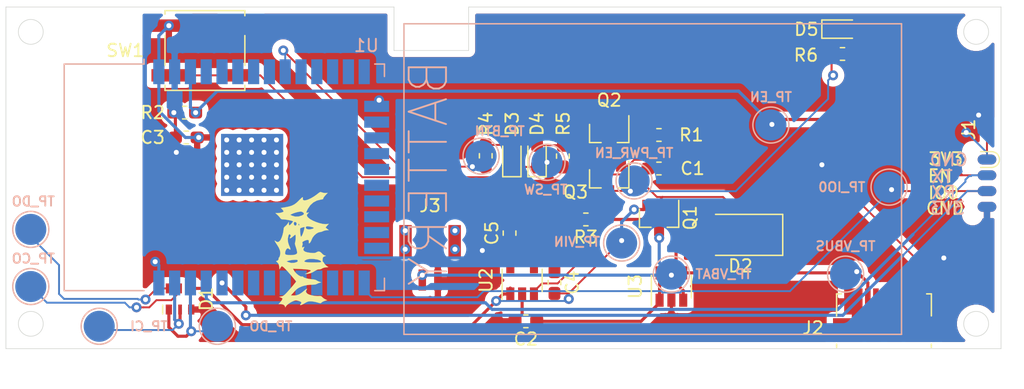
<source format=kicad_pcb>
(kicad_pcb (version 20171130) (host pcbnew 5.1.4-e60b266~84~ubuntu19.04.1)

  (general
    (thickness 1.6)
    (drawings 25)
    (tracks 301)
    (zones 0)
    (modules 39)
    (nets 51)
  )

  (page A4)
  (layers
    (0 F.Cu signal)
    (31 B.Cu signal)
    (32 B.Adhes user)
    (33 F.Adhes user)
    (34 B.Paste user)
    (35 F.Paste user)
    (36 B.SilkS user)
    (37 F.SilkS user)
    (38 B.Mask user)
    (39 F.Mask user)
    (40 Dwgs.User user)
    (41 Cmts.User user)
    (42 Eco1.User user)
    (43 Eco2.User user)
    (44 Edge.Cuts user)
    (45 Margin user)
    (46 B.CrtYd user)
    (47 F.CrtYd user)
    (48 B.Fab user)
    (49 F.Fab user)
  )

  (setup
    (last_trace_width 0.1524)
    (user_trace_width 0.1524)
    (user_trace_width 0.2)
    (trace_clearance 0.1524)
    (zone_clearance 0.508)
    (zone_45_only no)
    (trace_min 0.1524)
    (via_size 0.8)
    (via_drill 0.4)
    (via_min_size 0.4)
    (via_min_drill 0.3)
    (uvia_size 0.3)
    (uvia_drill 0.1)
    (uvias_allowed no)
    (uvia_min_size 0.2)
    (uvia_min_drill 0.1)
    (edge_width 0.05)
    (segment_width 0.2)
    (pcb_text_width 0.3)
    (pcb_text_size 1.5 1.5)
    (mod_edge_width 0.12)
    (mod_text_size 1 1)
    (mod_text_width 0.15)
    (pad_size 1.524 1.524)
    (pad_drill 0.762)
    (pad_to_mask_clearance 0.051)
    (solder_mask_min_width 0.25)
    (aux_axis_origin 0 0)
    (grid_origin 78.5 111.2)
    (visible_elements FFFFFF7F)
    (pcbplotparams
      (layerselection 0x010fc_ffffffff)
      (usegerberextensions false)
      (usegerberattributes false)
      (usegerberadvancedattributes false)
      (creategerberjobfile false)
      (excludeedgelayer true)
      (linewidth 0.100000)
      (plotframeref false)
      (viasonmask false)
      (mode 1)
      (useauxorigin false)
      (hpglpennumber 1)
      (hpglpenspeed 20)
      (hpglpendiameter 15.000000)
      (psnegative false)
      (psa4output false)
      (plotreference true)
      (plotvalue true)
      (plotinvisibletext false)
      (padsonsilk false)
      (subtractmaskfromsilk false)
      (outputformat 1)
      (mirror false)
      (drillshape 1)
      (scaleselection 1)
      (outputdirectory ""))
  )

  (net 0 "")
  (net 1 GND)
  (net 2 VUSB)
  (net 3 "Net-(D1-Pad6)")
  (net 4 "Net-(D1-Pad5)")
  (net 5 "Net-(D1-Pad2)")
  (net 6 "Net-(D1-Pad1)")
  (net 7 RX)
  (net 8 TX)
  (net 9 EN)
  (net 10 IO0)
  (net 11 +3V3)
  (net 12 "Net-(J2-Pad4)")
  (net 13 "Net-(J2-Pad3)")
  (net 14 "Net-(J2-Pad2)")
  (net 15 "Net-(U1-Pad33)")
  (net 16 "Net-(U1-Pad32)")
  (net 17 "Net-(U1-Pad31)")
  (net 18 "Net-(U1-Pad30)")
  (net 19 "Net-(U1-Pad29)")
  (net 20 "Net-(U1-Pad28)")
  (net 21 "Net-(U1-Pad27)")
  (net 22 "Net-(U1-Pad26)")
  (net 23 "Net-(U1-Pad24)")
  (net 24 "Net-(U1-Pad23)")
  (net 25 "Net-(U1-Pad22)")
  (net 26 "Net-(U1-Pad21)")
  (net 27 "Net-(U1-Pad20)")
  (net 28 "Net-(U1-Pad19)")
  (net 29 "Net-(U1-Pad18)")
  (net 30 "Net-(U1-Pad17)")
  (net 31 "Net-(U1-Pad13)")
  (net 32 "Net-(U1-Pad12)")
  (net 33 "Net-(U1-Pad11)")
  (net 34 "Net-(U1-Pad10)")
  (net 35 "Net-(U1-Pad8)")
  (net 36 "Net-(U1-Pad7)")
  (net 37 "Net-(U1-Pad6)")
  (net 38 "Net-(U1-Pad5)")
  (net 39 "Net-(U1-Pad4)")
  (net 40 "Net-(U2-Pad4)")
  (net 41 "Net-(U1-Pad16)")
  (net 42 "Net-(U1-Pad14)")
  (net 43 VIN)
  (net 44 VBAT)
  (net 45 "Net-(C1-Pad2)")
  (net 46 "Net-(D3-Pad2)")
  (net 47 PWR_EN)
  (net 48 "Net-(D3-Pad1)")
  (net 49 BTN)
  (net 50 "Net-(D5-Pad2)")

  (net_class Default "This is the default net class."
    (clearance 0.1524)
    (trace_width 0.1524)
    (via_dia 0.8)
    (via_drill 0.4)
    (uvia_dia 0.3)
    (uvia_drill 0.1)
    (add_net +3V3)
    (add_net BTN)
    (add_net EN)
    (add_net GND)
    (add_net IO0)
    (add_net "Net-(C1-Pad2)")
    (add_net "Net-(D1-Pad1)")
    (add_net "Net-(D1-Pad2)")
    (add_net "Net-(D1-Pad5)")
    (add_net "Net-(D1-Pad6)")
    (add_net "Net-(D3-Pad1)")
    (add_net "Net-(D3-Pad2)")
    (add_net "Net-(D5-Pad2)")
    (add_net "Net-(J2-Pad2)")
    (add_net "Net-(J2-Pad3)")
    (add_net "Net-(J2-Pad4)")
    (add_net "Net-(U1-Pad10)")
    (add_net "Net-(U1-Pad11)")
    (add_net "Net-(U1-Pad12)")
    (add_net "Net-(U1-Pad13)")
    (add_net "Net-(U1-Pad14)")
    (add_net "Net-(U1-Pad16)")
    (add_net "Net-(U1-Pad17)")
    (add_net "Net-(U1-Pad18)")
    (add_net "Net-(U1-Pad19)")
    (add_net "Net-(U1-Pad20)")
    (add_net "Net-(U1-Pad21)")
    (add_net "Net-(U1-Pad22)")
    (add_net "Net-(U1-Pad23)")
    (add_net "Net-(U1-Pad24)")
    (add_net "Net-(U1-Pad26)")
    (add_net "Net-(U1-Pad27)")
    (add_net "Net-(U1-Pad28)")
    (add_net "Net-(U1-Pad29)")
    (add_net "Net-(U1-Pad30)")
    (add_net "Net-(U1-Pad31)")
    (add_net "Net-(U1-Pad32)")
    (add_net "Net-(U1-Pad33)")
    (add_net "Net-(U1-Pad4)")
    (add_net "Net-(U1-Pad5)")
    (add_net "Net-(U1-Pad6)")
    (add_net "Net-(U1-Pad7)")
    (add_net "Net-(U1-Pad8)")
    (add_net "Net-(U2-Pad4)")
    (add_net PWR_EN)
    (add_net RX)
    (add_net TX)
    (add_net VBAT)
    (add_net VIN)
    (add_net VUSB)
  )

  (module ricmohte:MRA2019 locked (layer F.Cu) (tedit 5D5E2BBA) (tstamp 5D5EBAD0)
    (at 103.8 131.5 90)
    (fp_text reference Ref** (at 0.5 0.5 270) (layer F.SilkS) hide
      (effects (font (size 1.27 1.27) (thickness 0.15)))
    )
    (fp_text value Val** (at 0.5 0.5 270) (layer F.SilkS) hide
      (effects (font (size 1.27 1.27) (thickness 0.15)))
    )
    (fp_poly (pts (xy -1.197666 2.441334) (xy -1.84865 2.441334) (xy -2.107905 2.442821) (xy -2.294839 2.448022)
      (xy -2.421758 2.458049) (xy -2.500967 2.474011) (xy -2.544771 2.497019) (xy -2.552333 2.504834)
      (xy -2.563444 2.528293) (xy -2.544826 2.545228) (xy -2.485933 2.556668) (xy -2.376219 2.563643)
      (xy -2.205139 2.567179) (xy -1.962149 2.568307) (xy -1.90135 2.568334) (xy -1.197666 2.568334)
      (xy -1.197666 3.245667) (xy -2.73225 3.245343) (xy -4.266832 3.24502) (xy -3.523583 2.50451)
      (xy -2.780332 1.764) (xy -2.306499 1.764) (xy -2.095986 1.762233) (xy -1.956763 1.755742)
      (xy -1.875503 1.742741) (xy -1.83888 1.721444) (xy -1.832666 1.7005) (xy -1.842049 1.68135)
      (xy -1.87617 1.666399) (xy -1.94399 1.65515) (xy -2.054469 1.647106) (xy -2.216567 1.64177)
      (xy -2.439244 1.638645) (xy -2.731462 1.637234) (xy -2.977447 1.637) (xy -4.122228 1.637)
      (xy -4.0975 0.980834) (xy -2.647583 0.969694) (xy -1.197666 0.958555) (xy -1.197666 2.441334)) (layer F.Mask) (width 0.01))
    (fp_poly (pts (xy 0.421584 0.969694) (xy 1.8715 0.980834) (xy 1.882775 2.11325) (xy 1.89405 3.245667)
      (xy -1.028333 3.245667) (xy -1.028333 1.637) (xy -0.393333 1.637) (xy -0.393333 2.568334)
      (xy 1.215334 2.568334) (xy 1.215334 1.637) (xy -0.393333 1.637) (xy -1.028333 1.637)
      (xy -1.028333 0.958555) (xy 0.421584 0.969694)) (layer F.Mask) (width 0.01))
    (fp_poly (pts (xy 2.697 3.245667) (xy 2.019667 3.245667) (xy 2.019667 1.656181) (xy 2.358334 1.3195)
      (xy 2.697 0.98282) (xy 2.697 3.245667)) (layer F.Mask) (width 0.01))
    (fp_poly (pts (xy 5.745 3.245667) (xy 2.824 3.245667) (xy 2.824 2.568334) (xy 3.945834 2.568334)
      (xy 4.287242 2.567799) (xy 4.553037 2.565855) (xy 4.752263 2.56199) (xy 4.893968 2.55569)
      (xy 4.9872 2.546444) (xy 5.041005 2.53374) (xy 5.06443 2.517066) (xy 5.067667 2.504834)
      (xy 5.05823 2.485508) (xy 5.023886 2.470464) (xy 4.95559 2.459187) (xy 4.844294 2.451165)
      (xy 4.680951 2.445888) (xy 4.456514 2.442843) (xy 4.161936 2.441517) (xy 3.945834 2.441334)
      (xy 2.824 2.441334) (xy 2.824 1.7005) (xy 3.501334 1.7005) (xy 3.511943 1.723171)
      (xy 3.55091 1.739847) (xy 3.628939 1.751394) (xy 3.756736 1.758682) (xy 3.945007 1.762578)
      (xy 4.204456 1.76395) (xy 4.2845 1.764) (xy 4.564112 1.76314) (xy 4.769775 1.75998)
      (xy 4.912194 1.753654) (xy 5.002075 1.743292) (xy 5.050124 1.728027) (xy 5.067045 1.70699)
      (xy 5.067667 1.7005) (xy 5.057057 1.677829) (xy 5.01809 1.661154) (xy 4.940061 1.649606)
      (xy 4.812264 1.642318) (xy 4.623994 1.638423) (xy 4.364545 1.637051) (xy 4.2845 1.637)
      (xy 4.004888 1.63786) (xy 3.799225 1.64102) (xy 3.656806 1.647347) (xy 3.566925 1.657709)
      (xy 3.518877 1.672974) (xy 3.501955 1.69401) (xy 3.501334 1.7005) (xy 2.824 1.7005)
      (xy 2.824 0.959667) (xy 5.745 0.959667) (xy 5.745 3.245667)) (layer F.Mask) (width 0.01))
    (fp_poly (pts (xy 1.490772 -3.663753) (xy 1.454728 -3.619583) (xy 1.384739 -3.495772) (xy 1.398113 -3.375249)
      (xy 1.493555 -3.262772) (xy 1.564584 -3.21509) (xy 1.745432 -3.130642) (xy 1.967571 -3.056036)
      (xy 2.194303 -3.001602) (xy 2.388931 -2.977666) (xy 2.4094 -2.977333) (xy 2.52935 -2.957329)
      (xy 2.621904 -2.883264) (xy 2.649844 -2.847802) (xy 2.755062 -2.733999) (xy 2.876647 -2.638394)
      (xy 2.880055 -2.636294) (xy 3.0145 -2.554316) (xy 2.879415 -2.554158) (xy 2.779067 -2.54377)
      (xy 2.722688 -2.518876) (xy 2.721922 -2.517742) (xy 2.740773 -2.477611) (xy 2.8045 -2.406869)
      (xy 2.890612 -2.326186) (xy 2.976615 -2.256235) (xy 3.040018 -2.217687) (xy 3.050958 -2.215333)
      (xy 3.073291 -2.253668) (xy 3.10259 -2.354185) (xy 3.134542 -2.495157) (xy 3.164834 -2.654854)
      (xy 3.189152 -2.811546) (xy 3.203185 -2.943506) (xy 3.205 -2.991405) (xy 3.213737 -3.118358)
      (xy 3.250025 -3.195331) (xy 3.321417 -3.251452) (xy 3.421952 -3.328643) (xy 3.535975 -3.436641)
      (xy 3.574787 -3.478571) (xy 3.711741 -3.6335) (xy 3.712606 -3.464166) (xy 3.724093 -3.307817)
      (xy 3.752707 -3.16021) (xy 3.792028 -3.04405) (xy 3.835637 -2.982044) (xy 3.850257 -2.977333)
      (xy 3.910706 -3.004452) (xy 3.996352 -3.071127) (xy 4.011463 -3.085207) (xy 4.124059 -3.193081)
      (xy 4.177205 -2.862957) (xy 4.237134 -2.557208) (xy 4.31278 -2.314035) (xy 4.414229 -2.111532)
      (xy 4.551568 -1.927796) (xy 4.661446 -1.811436) (xy 4.821046 -1.652401) (xy 4.92572 -1.54351)
      (xy 4.980915 -1.475547) (xy 4.99208 -1.4393) (xy 4.964663 -1.425552) (xy 4.904111 -1.42509)
      (xy 4.889487 -1.425736) (xy 4.794632 -1.422205) (xy 4.752592 -1.383029) (xy 4.736324 -1.286844)
      (xy 4.752543 -1.151914) (xy 4.815579 -0.970644) (xy 4.916745 -0.760624) (xy 5.04735 -0.539445)
      (xy 5.198705 -0.3247) (xy 5.233175 -0.280996) (xy 5.334098 -0.153362) (xy 5.389464 -0.069285)
      (xy 5.407172 -0.006667) (xy 5.395121 0.056593) (xy 5.373649 0.112012) (xy 5.33649 0.258951)
      (xy 5.329158 0.411675) (xy 5.329421 0.414565) (xy 5.34443 0.571947) (xy 5.140401 0.381102)
      (xy 5.028375 0.286708) (xy 4.934247 0.225843) (xy 4.880509 0.211693) (xy 4.841265 0.197176)
      (xy 4.813078 0.11234) (xy 4.799989 0.02494) (xy 4.72087 -0.30063) (xy 4.56762 -0.588581)
      (xy 4.3448 -0.832543) (xy 4.056969 -1.026146) (xy 4.042291 -1.03371) (xy 3.887021 -1.110089)
      (xy 3.793095 -1.145939) (xy 3.747786 -1.141748) (xy 3.738371 -1.098002) (xy 3.746139 -1.045065)
      (xy 3.767536 -0.93313) (xy 3.676768 -1.023898) (xy 3.581464 -1.096923) (xy 3.493667 -1.102573)
      (xy 3.392653 -1.038608) (xy 3.338147 -0.987301) (xy 3.217559 -0.831212) (xy 3.100403 -0.617305)
      (xy 2.994338 -0.367856) (xy 2.907022 -0.105144) (xy 2.846112 0.148552) (xy 2.819266 0.370955)
      (xy 2.825931 0.502874) (xy 2.85245 0.659914) (xy 2.702826 0.528543) (xy 2.553203 0.397172)
      (xy 2.444223 0.527712) (xy 2.335243 0.658253) (xy 2.334691 0.502043) (xy 2.313859 0.35302)
      (xy 2.264217 0.207105) (xy 2.26157 0.201746) (xy 2.213231 0.085243) (xy 2.189497 -0.012231)
      (xy 2.189 -0.022606) (xy 2.152493 -0.181535) (xy 2.054598 -0.351126) (xy 1.91275 -0.511142)
      (xy 1.744388 -0.641343) (xy 1.593928 -0.713299) (xy 1.459503 -0.769579) (xy 1.350291 -0.83525)
      (xy 1.319584 -0.862415) (xy 1.2755 -0.916928) (xy 1.287024 -0.940065) (xy 1.367068 -0.945262)
      (xy 1.399272 -0.945333) (xy 1.502207 -0.952392) (xy 1.545552 -0.984993) (xy 1.547608 -1.001514)
      (xy 2.401395 -1.001514) (xy 2.403377 -0.845439) (xy 2.443623 -0.668279) (xy 2.486529 -0.570049)
      (xy 2.526086 -0.55143) (xy 2.564695 -0.614021) (xy 2.604753 -0.759421) (xy 2.608907 -0.778464)
      (xy 2.643491 -0.964195) (xy 2.65088 -1.084385) (xy 2.630304 -1.15393) (xy 2.587884 -1.185284)
      (xy 2.497739 -1.186096) (xy 2.434212 -1.119953) (xy 2.401395 -1.001514) (xy 1.547608 -1.001514)
      (xy 1.554 -1.052853) (xy 1.534789 -1.158071) (xy 1.486844 -1.289405) (xy 1.468061 -1.328828)
      (xy 1.407079 -1.432612) (xy 1.357308 -1.470239) (xy 1.309311 -1.45946) (xy 1.211762 -1.443149)
      (xy 1.151834 -1.455676) (xy 1.045087 -1.485813) (xy 0.991594 -1.492691) (xy 0.940517 -1.481975)
      (xy 0.951824 -1.42932) (xy 0.959844 -1.413783) (xy 0.998766 -1.327176) (xy 0.984316 -1.304685)
      (xy 0.912637 -1.341745) (xy 0.903798 -1.347484) (xy 0.783929 -1.390917) (xy 0.68316 -1.353545)
      (xy 0.602874 -1.237355) (xy 0.544451 -1.044333) (xy 0.509576 -0.780441) (xy 0.499431 -0.597867)
      (xy 0.504546 -0.476384) (xy 0.527205 -0.39342) (xy 0.553277 -0.34823) (xy 0.619818 -0.196965)
      (xy 0.602494 -0.055538) (xy 0.501845 0.072874) (xy 0.478616 0.091564) (xy 0.379598 0.188423)
      (xy 0.313026 0.292188) (xy 0.304723 0.315968) (xy 0.27488 0.4305) (xy 0.234998 0.325862)
      (xy 0.186396 0.234381) (xy 0.144308 0.188927) (xy 0.077772 0.168099) (xy -0.020036 0.157866)
      (xy -0.11968 0.158246) (xy -0.19172 0.16926) (xy -0.208385 0.188684) (xy -0.22795 0.226215)
      (xy -0.303231 0.273011) (xy -0.312985 0.277459) (xy -0.419588 0.349803) (xy -0.521586 0.456953)
      (xy -0.537219 0.478607) (xy -0.636241 0.624331) (xy -0.656781 0.41057) (xy -0.682314 0.269881)
      (xy -0.723812 0.155361) (xy -0.746993 0.119821) (xy -0.795909 0.02439) (xy -0.817264 -0.099042)
      (xy -0.817291 -0.102) (xy -0.820566 -0.178809) (xy -0.835254 -0.247925) (xy -0.869774 -0.328962)
      (xy -0.932544 -0.441536) (xy -0.989946 -0.536046) (xy -0.265867 -0.536046) (xy -0.263779 -0.338578)
      (xy -0.257765 -0.168229) (xy -0.2488 -0.045404) (xy -0.239936 0.005532) (xy -0.199886 0.047454)
      (xy -0.147712 0.019312) (xy -0.092186 -0.066912) (xy -0.042081 -0.199235) (xy -0.017865 -0.297782)
      (xy 0.021916 -0.581212) (xy 0.02548 -0.839663) (xy -0.006562 -1.053188) (xy -0.044149 -1.154479)
      (xy -0.11099 -1.266266) (xy -0.16445 -1.309137) (xy -0.205512 -1.28035) (xy -0.235158 -1.177166)
      (xy -0.254371 -0.996845) (xy -0.264132 -0.736646) (xy -0.265867 -0.536046) (xy -0.989946 -0.536046)
      (xy -1.031985 -0.605259) (xy -1.036349 -0.612344) (xy -1.130421 -0.822753) (xy -1.175438 -1.03)
      (xy -1.200679 -1.262833) (xy -1.092804 -1.052747) (xy -1.025873 -0.928901) (xy -0.969077 -0.834998)
      (xy -0.944704 -0.802437) (xy -0.903301 -0.795867) (xy -0.867747 -0.866268) (xy -0.837687 -1.015474)
      (xy -0.812769 -1.245321) (xy -0.792641 -1.557641) (xy -0.791766 -1.575581) (xy 1.808 -1.575581)
      (xy 1.846006 -1.531386) (xy 1.946928 -1.47578) (xy 2.091122 -1.416117) (xy 2.258944 -1.359756)
      (xy 2.43075 -1.314053) (xy 2.577171 -1.287527) (xy 2.585385 -1.321038) (xy 2.571152 -1.408924)
      (xy 2.562654 -1.44275) (xy 2.527072 -1.55399) (xy 2.493408 -1.627844) (xy 2.487544 -1.635572)
      (xy 2.433613 -1.648738) (xy 2.324856 -1.650801) (xy 2.185631 -1.643914) (xy 2.040298 -1.630226)
      (xy 1.91322 -1.611888) (xy 1.828754 -1.59105) (xy 1.808 -1.575581) (xy -0.791766 -1.575581)
      (xy -0.790308 -1.605448) (xy -0.783494 -1.749666) (xy 2.718167 -1.749666) (xy 2.727289 -1.713039)
      (xy 2.755503 -1.707333) (xy 2.828645 -1.732172) (xy 2.845167 -1.749666) (xy 2.836045 -1.786294)
      (xy 2.80783 -1.792) (xy 2.734689 -1.767161) (xy 2.718167 -1.749666) (xy -0.783494 -1.749666)
      (xy -0.761013 -2.225441) (xy -0.856085 -2.17456) (xy -1.015988 -2.067795) (xy -1.164022 -1.931705)
      (xy -1.286457 -1.783686) (xy -1.369567 -1.641131) (xy -1.399624 -1.521436) (xy -1.395774 -1.490722)
      (xy -1.393028 -1.425802) (xy -1.4087 -1.411) (xy -1.452701 -1.372112) (xy -1.50025 -1.268226)
      (xy -1.545669 -1.118506) (xy -1.583282 -0.942114) (xy -1.607413 -0.758216) (xy -1.609342 -0.733666)
      (xy -1.62785 -0.569591) (xy -1.655416 -0.434078) (xy -1.686463 -0.353822) (xy -1.689548 -0.349859)
      (xy -1.740497 -0.267896) (xy -1.794659 -0.147899) (xy -1.806168 -0.117026) (xy -1.865288 0.0495)
      (xy -1.896347 -0.0775) (xy -1.942545 -0.209672) (xy -1.993141 -0.309357) (xy -2.039729 -0.447163)
      (xy -2.048781 -0.632142) (xy -2.054413 -0.849727) (xy -2.084888 -1.09603) (xy -2.134039 -1.334173)
      (xy -2.195699 -1.527277) (xy -2.200257 -1.538) (xy -2.276179 -1.705554) (xy -2.343868 -1.827664)
      (xy -2.423073 -1.931608) (xy -2.53354 -2.044664) (xy -2.636515 -2.140595) (xy -2.912166 -2.393517)
      (xy -2.924945 -2.17791) (xy -2.90875 -1.948308) (xy -2.828028 -1.724253) (xy -2.676727 -1.491684)
      (xy -2.579488 -1.375408) (xy -2.482234 -1.258294) (xy -2.414838 -1.162889) (xy -2.38236 -1.099869)
      (xy -2.389866 -1.07991) (xy -2.442417 -1.113689) (xy -2.464517 -1.132983) (xy -2.570786 -1.18958)
      (xy -2.675372 -1.163286) (xy -2.781069 -1.053298) (xy -2.790568 -1.03951) (xy -2.853929 -0.904515)
      (xy -2.908694 -0.714296) (xy -2.949174 -0.498245) (xy -2.969679 -0.285757) (xy -2.96698 -0.128062)
      (xy -2.964386 -0.003493) (xy -2.995416 0.075631) (xy -3.052743 0.130839) (xy -3.138421 0.224284)
      (xy -3.216358 0.349167) (xy -3.226951 0.371465) (xy -3.298266 0.530752) (xy -3.347829 0.345441)
      (xy -3.397246 0.212524) (xy -3.460721 0.104828) (xy -3.481216 0.082036) (xy -3.524555 0.037608)
      (xy -3.542881 -0.007083) (xy -3.536024 -0.075074) (xy -3.503816 -0.189405) (xy -3.478637 -0.269612)
      (xy -3.431007 -0.457994) (xy -3.398185 -0.658971) (xy -3.388802 -0.78529) (xy -3.393788 -0.932221)
      (xy -3.421071 -1.051679) (xy -3.481793 -1.179923) (xy -3.540351 -1.278504) (xy -3.618546 -1.415404)
      (xy -3.674247 -1.532415) (xy -3.695333 -1.603858) (xy -3.690039 -1.653071) (xy -3.659924 -1.644195)
      (xy -3.612243 -1.602927) (xy -3.530393 -1.553943) (xy -3.472098 -1.549626) (xy -3.424684 -1.603234)
      (xy -3.375852 -1.7112) (xy -3.335938 -1.844036) (xy -3.315278 -1.972253) (xy -3.314333 -1.999681)
      (xy -3.339904 -2.123864) (xy -3.407244 -2.281828) (xy -3.502292 -2.451071) (xy -3.610988 -2.609088)
      (xy -3.719272 -2.733377) (xy -3.813083 -2.801435) (xy -3.815972 -2.802537) (xy -3.879424 -2.832776)
      (xy -3.861291 -2.846529) (xy -3.854083 -2.846991) (xy -3.739269 -2.890961) (xy -3.654379 -2.998776)
      (xy -3.612756 -3.151252) (xy -3.610666 -3.19692) (xy -3.610666 -3.374174) (xy -3.49425 -3.265593)
      (xy -3.380526 -3.172633) (xy -3.266027 -3.099337) (xy -3.178918 -3.063221) (xy -3.166906 -3.062)
      (xy -3.13486 -3.096807) (xy -3.090588 -3.182037) (xy -3.08442 -3.196356) (xy -3.027928 -3.330712)
      (xy -2.99818 -3.154638) (xy -2.972984 -3.058029) (xy -2.924218 -2.967876) (xy -2.838337 -2.865395)
      (xy -2.701795 -2.731799) (xy -2.676012 -2.707826) (xy -2.499225 -2.548066) (xy -2.299551 -2.37355)
      (xy -2.115802 -2.218118) (xy -2.089575 -2.196546) (xy -1.795558 -1.956002) (xy -1.312259 -2.365082)
      (xy -0.301204 -2.365082) (xy -0.291392 -2.129044) (xy -0.259037 -1.996006) (xy -0.216613 -1.887206)
      (xy -0.166889 -1.844166) (xy -0.121453 -1.842928) (xy -0.073185 -1.858052) (xy -0.048412 -1.899302)
      (xy -0.04144 -1.987042) (xy -0.045335 -2.115124) (xy -0.061889 -2.293573) (xy -0.083078 -2.420021)
      (xy 0.3303 -2.420021) (xy 0.340325 -2.229937) (xy 0.366843 -2.07069) (xy 0.392603 -1.998311)
      (xy 0.441248 -1.918442) (xy 0.496466 -1.887585) (xy 0.590958 -1.892484) (xy 0.63602 -1.899636)
      (xy 0.784039 -1.933045) (xy 0.955711 -1.983842) (xy 1.029996 -2.009736) (xy 1.180664 -2.056857)
      (xy 1.288454 -2.06498) (xy 1.360835 -2.047013) (xy 1.450649 -2.026253) (xy 1.578709 -2.011888)
      (xy 1.7202 -2.004589) (xy 1.85031 -2.005032) (xy 1.909812 -2.010643) (xy 2.700693 -2.010643)
      (xy 2.743748 -1.957709) (xy 2.857444 -1.920849) (xy 2.950402 -1.954812) (xy 2.990031 -2.01425)
      (xy 2.992386 -2.029812) (xy 3.427416 -2.029812) (xy 3.436767 -1.764052) (xy 3.506547 -1.535264)
      (xy 3.579752 -1.394961) (xy 3.647455 -1.335993) (xy 3.716388 -1.355921) (xy 3.782421 -1.435261)
      (xy 3.821464 -1.51056) (xy 3.833647 -1.594095) (xy 3.821073 -1.715789) (xy 3.807559 -1.7928)
      (xy 3.763638 -1.974348) (xy 3.703166 -2.160293) (xy 3.668751 -2.244789) (xy 3.576176 -2.448166)
      (xy 3.497532 -2.278833) (xy 3.427416 -2.029812) (xy 2.992386 -2.029812) (xy 3.002524 -2.096786)
      (xy 2.950141 -2.145967) (xy 2.948671 -2.146676) (xy 2.855217 -2.162301) (xy 2.770183 -2.13326)
      (xy 2.712397 -2.076919) (xy 2.700693 -2.010643) (xy 1.909812 -2.010643) (xy 1.944225 -2.013888)
      (xy 1.977334 -2.030286) (xy 1.951239 -2.074209) (xy 1.884379 -2.157867) (xy 1.829167 -2.220908)
      (xy 1.73378 -2.339499) (xy 1.684247 -2.428091) (xy 1.682452 -2.4767) (xy 1.730278 -2.475343)
      (xy 1.787045 -2.444135) (xy 1.874596 -2.400385) (xy 1.937357 -2.413064) (xy 1.956379 -2.427176)
      (xy 2.012214 -2.491425) (xy 1.994459 -2.541096) (xy 1.898086 -2.588033) (xy 1.88635 -2.592192)
      (xy 1.643985 -2.637346) (xy 1.381301 -2.620702) (xy 1.13294 -2.544865) (xy 1.1095 -2.53377)
      (xy 0.976628 -2.47507) (xy 0.863887 -2.436704) (xy 0.817189 -2.428324) (xy 0.762732 -2.433173)
      (xy 0.77225 -2.464742) (xy 0.806606 -2.504417) (xy 0.861738 -2.592139) (xy 0.876667 -2.651496)
      (xy 0.83854 -2.722458) (xy 0.73981 -2.789929) (xy 0.603952 -2.840456) (xy 0.518928 -2.856514)
      (xy 0.424394 -2.854207) (xy 0.377244 -2.803786) (xy 0.364398 -2.765666) (xy 0.337935 -2.609184)
      (xy 0.3303 -2.420021) (xy -0.083078 -2.420021) (xy -0.091548 -2.470559) (xy -0.113797 -2.559624)
      (xy -0.170423 -2.7445) (xy -0.239545 -2.58711) (xy -0.301204 -2.365082) (xy -1.312259 -2.365082)
      (xy -1.265749 -2.404449) (xy -0.986918 -2.646578) (xy -0.778082 -2.841689) (xy -0.639311 -2.989709)
      (xy -0.570677 -3.090566) (xy -0.562666 -3.122074) (xy -0.595136 -3.158955) (xy -0.674892 -3.215957)
      (xy -0.690925 -3.22591) (xy -0.819184 -3.303908) (xy -0.595675 -3.329795) (xy -0.438848 -3.359508)
      (xy -0.329431 -3.415157) (xy -0.25575 -3.484675) (xy -0.182476 -3.560686) (xy -0.148357 -3.576231)
      (xy -0.139386 -3.536741) (xy -0.139333 -3.529824) (xy -0.107422 -3.451158) (xy -0.034203 -3.390257)
      (xy 0.04655 -3.370921) (xy 0.073208 -3.380041) (xy 0.111626 -3.376822) (xy 0.114667 -3.362531)
      (xy 0.151233 -3.324584) (xy 0.242596 -3.282181) (xy 0.279787 -3.269927) (xy 0.487976 -3.236753)
      (xy 0.700239 -3.265986) (xy 0.93075 -3.36122) (xy 1.138106 -3.487535) (xy 1.317043 -3.604608)
      (xy 1.43698 -3.673633) (xy 1.495646 -3.693664) (xy 1.490772 -3.663753)) (layer F.SilkS) (width 0.01))
  )

  (module TestPoint:TestPoint_Pad_D2.5mm (layer B.Cu) (tedit 5A0F774F) (tstamp 5D5E255D)
    (at 129 125.2)
    (descr "SMD pad as test Point, diameter 2.5mm")
    (tags "test point SMD pad")
    (path /5D83F8EF)
    (attr virtual)
    (fp_text reference TP12 (at 0 2.148) (layer B.Fab)
      (effects (font (size 1 1) (thickness 0.15)) (justify mirror))
    )
    (fp_text value TP_PWR_EN (at 0 -2.25) (layer B.SilkS)
      (effects (font (size 0.75 0.75) (thickness 0.15)) (justify mirror))
    )
    (fp_circle (center 0 0) (end 0 -1.45) (layer B.SilkS) (width 0.12))
    (fp_circle (center 0 0) (end 1.75 0) (layer B.CrtYd) (width 0.05))
    (fp_text user %R (at 0 2.15) (layer B.Fab)
      (effects (font (size 1 1) (thickness 0.15)) (justify mirror))
    )
    (pad 1 smd circle (at 0 0) (size 2.5 2.5) (layers B.Cu B.Mask)
      (net 47 PWR_EN))
  )

  (module TestPoint:TestPoint_Pad_D2.5mm (layer B.Cu) (tedit 5A0F774F) (tstamp 5D5E2555)
    (at 122 123.7)
    (descr "SMD pad as test Point, diameter 2.5mm")
    (tags "test point SMD pad")
    (path /5D846D97)
    (attr virtual)
    (fp_text reference TP11 (at 0 2.148) (layer B.Fab)
      (effects (font (size 1 1) (thickness 0.15)) (justify mirror))
    )
    (fp_text value TP_SW (at -0.1 2.2) (layer B.SilkS)
      (effects (font (size 0.75 0.75) (thickness 0.15)) (justify mirror))
    )
    (fp_circle (center 0 0) (end 0 -1.45) (layer B.SilkS) (width 0.12))
    (fp_circle (center 0 0) (end 1.75 0) (layer B.CrtYd) (width 0.05))
    (fp_text user %R (at 0 2.15) (layer B.Fab)
      (effects (font (size 1 1) (thickness 0.15)) (justify mirror))
    )
    (pad 1 smd circle (at 0 0) (size 2.5 2.5) (layers B.Cu B.Mask)
      (net 48 "Net-(D3-Pad1)"))
  )

  (module TestPoint:TestPoint_Pad_D2.5mm (layer B.Cu) (tedit 5A0F774F) (tstamp 5D5E254D)
    (at 128 130.2)
    (descr "SMD pad as test Point, diameter 2.5mm")
    (tags "test point SMD pad")
    (path /5D76F189)
    (attr virtual)
    (fp_text reference TP10 (at 0 2.148) (layer B.Fab)
      (effects (font (size 1 1) (thickness 0.15)) (justify mirror))
    )
    (fp_text value TP_VIN (at -3.6 -0.1) (layer B.SilkS)
      (effects (font (size 0.75 0.75) (thickness 0.15)) (justify mirror))
    )
    (fp_circle (center 0 0) (end 0 -1.45) (layer B.SilkS) (width 0.12))
    (fp_circle (center 0 0) (end 1.75 0) (layer B.CrtYd) (width 0.05))
    (fp_text user %R (at 0 2.15) (layer B.Fab)
      (effects (font (size 1 1) (thickness 0.15)) (justify mirror))
    )
    (pad 1 smd circle (at 0 0) (size 2.5 2.5) (layers B.Cu B.Mask)
      (net 43 VIN))
  )

  (module TestPoint:TestPoint_Pad_D2.5mm (layer B.Cu) (tedit 5A0F774F) (tstamp 5D5E2545)
    (at 132 132.7)
    (descr "SMD pad as test Point, diameter 2.5mm")
    (tags "test point SMD pad")
    (path /5D775FD2)
    (attr virtual)
    (fp_text reference TP9 (at 0 2.148) (layer B.Fab)
      (effects (font (size 1 1) (thickness 0.15)) (justify mirror))
    )
    (fp_text value TP_VBAT (at 4.2 0) (layer B.SilkS)
      (effects (font (size 0.75 0.75) (thickness 0.15)) (justify mirror))
    )
    (fp_circle (center 0 0) (end 0 -1.45) (layer B.SilkS) (width 0.12))
    (fp_circle (center 0 0) (end 1.75 0) (layer B.CrtYd) (width 0.05))
    (fp_text user %R (at 0 2.15) (layer B.Fab)
      (effects (font (size 1 1) (thickness 0.15)) (justify mirror))
    )
    (pad 1 smd circle (at 0 0) (size 2.5 2.5) (layers B.Cu B.Mask)
      (net 44 VBAT))
  )

  (module TestPoint:TestPoint_Pad_D2.5mm (layer B.Cu) (tedit 5A0F774F) (tstamp 5D5E253D)
    (at 146 132.7)
    (descr "SMD pad as test Point, diameter 2.5mm")
    (tags "test point SMD pad")
    (path /5D77526E)
    (attr virtual)
    (fp_text reference TP8 (at 0 2.148) (layer B.Fab)
      (effects (font (size 1 1) (thickness 0.15)) (justify mirror))
    )
    (fp_text value TP_VBUS (at 0 -2.25) (layer B.SilkS)
      (effects (font (size 0.75 0.75) (thickness 0.15)) (justify mirror))
    )
    (fp_circle (center 0 0) (end 0 -1.45) (layer B.SilkS) (width 0.12))
    (fp_circle (center 0 0) (end 1.75 0) (layer B.CrtYd) (width 0.05))
    (fp_text user %R (at 0 2.15) (layer B.Fab)
      (effects (font (size 1 1) (thickness 0.15)) (justify mirror))
    )
    (pad 1 smd circle (at 0 0) (size 2.5 2.5) (layers B.Cu B.Mask)
      (net 2 VUSB))
  )

  (module TestPoint:TestPoint_Pad_D2.5mm (layer B.Cu) (tedit 5A0F774F) (tstamp 5D5E2535)
    (at 80.5 133.7)
    (descr "SMD pad as test Point, diameter 2.5mm")
    (tags "test point SMD pad")
    (path /5D63E9C0)
    (attr virtual)
    (fp_text reference TP7 (at 0 2.148) (layer B.Fab)
      (effects (font (size 1 1) (thickness 0.15)) (justify mirror))
    )
    (fp_text value TP_CO (at 0.2 -2.25) (layer B.SilkS)
      (effects (font (size 0.75 0.75) (thickness 0.15)) (justify mirror))
    )
    (fp_circle (center 0 0) (end 0 -1.45) (layer B.SilkS) (width 0.12))
    (fp_circle (center 0 0) (end 1.75 0) (layer B.CrtYd) (width 0.05))
    (fp_text user %R (at 0 2.15) (layer B.Fab)
      (effects (font (size 1 1) (thickness 0.15)) (justify mirror))
    )
    (pad 1 smd circle (at 0 0) (size 2.5 2.5) (layers B.Cu B.Mask)
      (net 4 "Net-(D1-Pad5)"))
  )

  (module TestPoint:TestPoint_Pad_D2.5mm (layer B.Cu) (tedit 5A0F774F) (tstamp 5D5E252D)
    (at 80.5 129.1)
    (descr "SMD pad as test Point, diameter 2.5mm")
    (tags "test point SMD pad")
    (path /5D645938)
    (attr virtual)
    (fp_text reference TP6 (at 0 2.148) (layer B.Fab)
      (effects (font (size 1 1) (thickness 0.15)) (justify mirror))
    )
    (fp_text value TP_DO (at 0.2 -2.25) (layer B.SilkS)
      (effects (font (size 0.75 0.75) (thickness 0.15)) (justify mirror))
    )
    (fp_circle (center 0 0) (end 0 -1.45) (layer B.SilkS) (width 0.12))
    (fp_circle (center 0 0) (end 1.75 0) (layer B.CrtYd) (width 0.05))
    (fp_text user %R (at 0 2.15) (layer B.Fab)
      (effects (font (size 1 1) (thickness 0.15)) (justify mirror))
    )
    (pad 1 smd circle (at 0 0) (size 2.5 2.5) (layers B.Cu B.Mask)
      (net 3 "Net-(D1-Pad6)"))
  )

  (module TestPoint:TestPoint_Pad_D2.5mm (layer B.Cu) (tedit 5A0F774F) (tstamp 5D5E2525)
    (at 86 136.9)
    (descr "SMD pad as test Point, diameter 2.5mm")
    (tags "test point SMD pad")
    (path /5D64A19B)
    (attr virtual)
    (fp_text reference TP5 (at 0 2.148) (layer B.Fab)
      (effects (font (size 1 1) (thickness 0.15)) (justify mirror))
    )
    (fp_text value TP_CI (at 4 0) (layer B.SilkS)
      (effects (font (size 0.75 0.75) (thickness 0.15)) (justify mirror))
    )
    (fp_circle (center 0 0) (end 0 -1.45) (layer B.SilkS) (width 0.12))
    (fp_circle (center 0 0) (end 1.75 0) (layer B.CrtYd) (width 0.05))
    (fp_text user %R (at 0 2.15) (layer B.Fab)
      (effects (font (size 1 1) (thickness 0.15)) (justify mirror))
    )
    (pad 1 smd circle (at 0 0) (size 2.5 2.5) (layers B.Cu B.Mask)
      (net 5 "Net-(D1-Pad2)"))
  )

  (module TestPoint:TestPoint_Pad_D2.5mm (layer B.Cu) (tedit 5A0F774F) (tstamp 5D5E251D)
    (at 95.5 136.9)
    (descr "SMD pad as test Point, diameter 2.5mm")
    (tags "test point SMD pad")
    (path /5D64AF69)
    (attr virtual)
    (fp_text reference TP4 (at 0 2.148) (layer B.Fab)
      (effects (font (size 1 1) (thickness 0.15)) (justify mirror))
    )
    (fp_text value TP_DO (at 4.3 0) (layer B.SilkS)
      (effects (font (size 0.75 0.75) (thickness 0.15)) (justify mirror))
    )
    (fp_circle (center 0 0) (end 0 -1.45) (layer B.SilkS) (width 0.12))
    (fp_circle (center 0 0) (end 1.75 0) (layer B.CrtYd) (width 0.05))
    (fp_text user %R (at 0 2.15) (layer B.Fab)
      (effects (font (size 1 1) (thickness 0.15)) (justify mirror))
    )
    (pad 1 smd circle (at 0 0) (size 2.5 2.5) (layers B.Cu B.Mask)
      (net 6 "Net-(D1-Pad1)"))
  )

  (module TestPoint:TestPoint_Pad_D2.5mm (layer B.Cu) (tedit 5A0F774F) (tstamp 5D5E2515)
    (at 116.7 123.2)
    (descr "SMD pad as test Point, diameter 2.5mm")
    (tags "test point SMD pad")
    (path /5D65BB9A)
    (attr virtual)
    (fp_text reference TP3 (at 0 2.148) (layer B.Fab)
      (effects (font (size 1 1) (thickness 0.15)) (justify mirror))
    )
    (fp_text value TP_BTN (at 1.5 -2) (layer B.SilkS)
      (effects (font (size 0.75 0.75) (thickness 0.15)) (justify mirror))
    )
    (fp_circle (center 0 0) (end 0 -1.45) (layer B.SilkS) (width 0.12))
    (fp_circle (center 0 0) (end 1.75 0) (layer B.CrtYd) (width 0.05))
    (fp_text user %R (at 0 2.15) (layer B.Fab)
      (effects (font (size 1 1) (thickness 0.15)) (justify mirror))
    )
    (pad 1 smd circle (at 0 0) (size 2.5 2.5) (layers B.Cu B.Mask)
      (net 49 BTN))
  )

  (module TestPoint:TestPoint_Pad_D2.5mm (layer B.Cu) (tedit 5A0F774F) (tstamp 5D5E250D)
    (at 149.5 125.7)
    (descr "SMD pad as test Point, diameter 2.5mm")
    (tags "test point SMD pad")
    (path /5D64C1A9)
    (attr virtual)
    (fp_text reference TP2 (at 0 2.148) (layer B.Fab)
      (effects (font (size 1 1) (thickness 0.15)) (justify mirror))
    )
    (fp_text value TP_IO0 (at -3.8 0) (layer B.SilkS)
      (effects (font (size 0.75 0.75) (thickness 0.15)) (justify mirror))
    )
    (fp_circle (center 0 0) (end 0 -1.45) (layer B.SilkS) (width 0.12))
    (fp_circle (center 0 0) (end 1.75 0) (layer B.CrtYd) (width 0.05))
    (fp_text user %R (at 0 2.15) (layer B.Fab)
      (effects (font (size 1 1) (thickness 0.15)) (justify mirror))
    )
    (pad 1 smd circle (at 0 0) (size 2.5 2.5) (layers B.Cu B.Mask)
      (net 10 IO0))
  )

  (module TestPoint:TestPoint_Pad_D2.5mm (layer B.Cu) (tedit 5A0F774F) (tstamp 5D5E2505)
    (at 140 120.7)
    (descr "SMD pad as test Point, diameter 2.5mm")
    (tags "test point SMD pad")
    (path /5D65161E)
    (attr virtual)
    (fp_text reference TP1 (at 0 2.148) (layer B.Fab)
      (effects (font (size 1 1) (thickness 0.15)) (justify mirror))
    )
    (fp_text value TP_EN (at 0 -2.25) (layer B.SilkS)
      (effects (font (size 0.75 0.75) (thickness 0.15)) (justify mirror))
    )
    (fp_circle (center 0 0) (end 0 -1.45) (layer B.SilkS) (width 0.12))
    (fp_circle (center 0 0) (end 1.75 0) (layer B.CrtYd) (width 0.05))
    (fp_text user %R (at 0 2.15) (layer B.Fab)
      (effects (font (size 1 1) (thickness 0.15)) (justify mirror))
    )
    (pad 1 smd circle (at 0 0) (size 2.5 2.5) (layers B.Cu B.Mask)
      (net 9 EN))
  )

  (module RF_Module:ESP32-WROOM-32 (layer B.Cu) (tedit 5B5B4654) (tstamp 5CE50203)
    (at 99.05 124.91 270)
    (descr "Single 2.4 GHz Wi-Fi and Bluetooth combo chip https://www.espressif.com/sites/default/files/documentation/esp32-wroom-32_datasheet_en.pdf")
    (tags "Single 2.4 GHz Wi-Fi and Bluetooth combo  chip")
    (path /5CE4A36D)
    (attr smd)
    (fp_text reference U1 (at -10.61 -8.43 180) (layer B.SilkS)
      (effects (font (size 1 1) (thickness 0.15)) (justify mirror))
    )
    (fp_text value ESP32-WROOM-32 (at 0 -11.5 90) (layer B.Fab)
      (effects (font (size 1 1) (thickness 0.15)) (justify mirror))
    )
    (fp_line (start -9.12 9.445) (end -9.5 9.445) (layer B.SilkS) (width 0.12))
    (fp_line (start -9.12 15.865) (end -9.12 9.445) (layer B.SilkS) (width 0.12))
    (fp_line (start 9.12 15.865) (end 9.12 9.445) (layer B.SilkS) (width 0.12))
    (fp_line (start -9.12 15.865) (end 9.12 15.865) (layer B.SilkS) (width 0.12))
    (fp_line (start 9.12 -9.88) (end 8.12 -9.88) (layer B.SilkS) (width 0.12))
    (fp_line (start 9.12 -9.1) (end 9.12 -9.88) (layer B.SilkS) (width 0.12))
    (fp_line (start -9.12 -9.88) (end -8.12 -9.88) (layer B.SilkS) (width 0.12))
    (fp_line (start -9.12 -9.1) (end -9.12 -9.88) (layer B.SilkS) (width 0.12))
    (fp_line (start 8.4 20.6) (end 8.2 20.4) (layer Cmts.User) (width 0.1))
    (fp_line (start 8.4 16) (end 8.4 20.6) (layer Cmts.User) (width 0.1))
    (fp_line (start 8.4 20.6) (end 8.6 20.4) (layer Cmts.User) (width 0.1))
    (fp_line (start 8.4 16) (end 8.6 16.2) (layer Cmts.User) (width 0.1))
    (fp_line (start 8.4 16) (end 8.2 16.2) (layer Cmts.User) (width 0.1))
    (fp_line (start -9.2 13.875) (end -9.4 14.075) (layer Cmts.User) (width 0.1))
    (fp_line (start -13.8 13.875) (end -9.2 13.875) (layer Cmts.User) (width 0.1))
    (fp_line (start -9.2 13.875) (end -9.4 13.675) (layer Cmts.User) (width 0.1))
    (fp_line (start -13.8 13.875) (end -13.6 13.675) (layer Cmts.User) (width 0.1))
    (fp_line (start -13.8 13.875) (end -13.6 14.075) (layer Cmts.User) (width 0.1))
    (fp_line (start 9.2 13.875) (end 9.4 13.675) (layer Cmts.User) (width 0.1))
    (fp_line (start 9.2 13.875) (end 9.4 14.075) (layer Cmts.User) (width 0.1))
    (fp_line (start 13.8 13.875) (end 13.6 13.675) (layer Cmts.User) (width 0.1))
    (fp_line (start 13.8 13.875) (end 13.6 14.075) (layer Cmts.User) (width 0.1))
    (fp_line (start 9.2 13.875) (end 13.8 13.875) (layer Cmts.User) (width 0.1))
    (fp_line (start 14 11.585) (end 12 9.97) (layer Dwgs.User) (width 0.1))
    (fp_line (start 14 13.2) (end 10 9.97) (layer Dwgs.User) (width 0.1))
    (fp_line (start 14 14.815) (end 8 9.97) (layer Dwgs.User) (width 0.1))
    (fp_line (start 14 16.43) (end 6 9.97) (layer Dwgs.User) (width 0.1))
    (fp_line (start 14 18.045) (end 4 9.97) (layer Dwgs.User) (width 0.1))
    (fp_line (start 14 19.66) (end 2 9.97) (layer Dwgs.User) (width 0.1))
    (fp_line (start 13.475 20.75) (end 0 9.97) (layer Dwgs.User) (width 0.1))
    (fp_line (start 11.475 20.75) (end -2 9.97) (layer Dwgs.User) (width 0.1))
    (fp_line (start 9.475 20.75) (end -4 9.97) (layer Dwgs.User) (width 0.1))
    (fp_line (start 7.475 20.75) (end -6 9.97) (layer Dwgs.User) (width 0.1))
    (fp_line (start -8 9.97) (end 5.475 20.75) (layer Dwgs.User) (width 0.1))
    (fp_line (start 3.475 20.75) (end -10 9.97) (layer Dwgs.User) (width 0.1))
    (fp_line (start 1.475 20.75) (end -12 9.97) (layer Dwgs.User) (width 0.1))
    (fp_line (start -0.525 20.75) (end -14 9.97) (layer Dwgs.User) (width 0.1))
    (fp_line (start -2.525 20.75) (end -14 11.585) (layer Dwgs.User) (width 0.1))
    (fp_line (start -4.525 20.75) (end -14 13.2) (layer Dwgs.User) (width 0.1))
    (fp_line (start -6.525 20.75) (end -14 14.815) (layer Dwgs.User) (width 0.1))
    (fp_line (start -8.525 20.75) (end -14 16.43) (layer Dwgs.User) (width 0.1))
    (fp_line (start -10.525 20.75) (end -14 18.045) (layer Dwgs.User) (width 0.1))
    (fp_line (start -12.525 20.75) (end -14 19.66) (layer Dwgs.User) (width 0.1))
    (fp_line (start 9.75 9.72) (end 14.25 9.72) (layer B.CrtYd) (width 0.05))
    (fp_line (start -14.25 9.72) (end -9.75 9.72) (layer B.CrtYd) (width 0.05))
    (fp_line (start 14.25 21) (end 14.25 9.72) (layer B.CrtYd) (width 0.05))
    (fp_line (start -14.25 21) (end -14.25 9.72) (layer B.CrtYd) (width 0.05))
    (fp_line (start 14 20.75) (end -14 20.75) (layer Dwgs.User) (width 0.1))
    (fp_line (start 14 9.97) (end 14 20.75) (layer Dwgs.User) (width 0.1))
    (fp_line (start 14 9.97) (end -14 9.97) (layer Dwgs.User) (width 0.1))
    (fp_line (start -9 9.02) (end -8.5 9.52) (layer B.Fab) (width 0.1))
    (fp_line (start -8.5 9.52) (end -9 10.02) (layer B.Fab) (width 0.1))
    (fp_line (start -9 9.02) (end -9 -9.76) (layer B.Fab) (width 0.1))
    (fp_line (start -14.25 21) (end 14.25 21) (layer B.CrtYd) (width 0.05))
    (fp_line (start 9.75 9.72) (end 9.75 -10.5) (layer B.CrtYd) (width 0.05))
    (fp_line (start -9.75 -10.5) (end 9.75 -10.5) (layer B.CrtYd) (width 0.05))
    (fp_line (start -9.75 -10.5) (end -9.75 9.72) (layer B.CrtYd) (width 0.05))
    (fp_line (start -9 15.745) (end 9 15.745) (layer B.Fab) (width 0.1))
    (fp_line (start -9 15.745) (end -9 10.02) (layer B.Fab) (width 0.1))
    (fp_line (start -9 -9.76) (end 9 -9.76) (layer B.Fab) (width 0.1))
    (fp_line (start 9 -9.76) (end 9 15.745) (layer B.Fab) (width 0.1))
    (fp_line (start -14 9.97) (end -14 20.75) (layer Dwgs.User) (width 0.1))
    (fp_text user "5 mm" (at 7.8 19.075 180) (layer Cmts.User)
      (effects (font (size 0.5 0.5) (thickness 0.1)))
    )
    (fp_text user "5 mm" (at -11.2 14.375 90) (layer Cmts.User)
      (effects (font (size 0.5 0.5) (thickness 0.1)))
    )
    (fp_text user "5 mm" (at 11.8 14.375 90) (layer Cmts.User)
      (effects (font (size 0.5 0.5) (thickness 0.1)))
    )
    (fp_text user Antenna (at 0 13 90) (layer Cmts.User)
      (effects (font (size 1 1) (thickness 0.15)))
    )
    (fp_text user "KEEP-OUT ZONE" (at 0 19 90) (layer Cmts.User)
      (effects (font (size 1 1) (thickness 0.15)))
    )
    (fp_text user %R (at 0 0 90) (layer B.Fab)
      (effects (font (size 1 1) (thickness 0.15)) (justify mirror))
    )
    (pad 38 smd rect (at 8.5 8.255 270) (size 2 0.9) (layers B.Cu B.Paste B.Mask)
      (net 1 GND))
    (pad 37 smd rect (at 8.5 6.985 270) (size 2 0.9) (layers B.Cu B.Paste B.Mask)
      (net 5 "Net-(D1-Pad2)"))
    (pad 36 smd rect (at 8.5 5.715 270) (size 2 0.9) (layers B.Cu B.Paste B.Mask)
      (net 6 "Net-(D1-Pad1)"))
    (pad 35 smd rect (at 8.5 4.445 270) (size 2 0.9) (layers B.Cu B.Paste B.Mask)
      (net 8 TX))
    (pad 34 smd rect (at 8.5 3.175 270) (size 2 0.9) (layers B.Cu B.Paste B.Mask)
      (net 7 RX))
    (pad 33 smd rect (at 8.5 1.905 270) (size 2 0.9) (layers B.Cu B.Paste B.Mask)
      (net 15 "Net-(U1-Pad33)"))
    (pad 32 smd rect (at 8.5 0.635 270) (size 2 0.9) (layers B.Cu B.Paste B.Mask)
      (net 16 "Net-(U1-Pad32)"))
    (pad 31 smd rect (at 8.5 -0.635 270) (size 2 0.9) (layers B.Cu B.Paste B.Mask)
      (net 17 "Net-(U1-Pad31)"))
    (pad 30 smd rect (at 8.5 -1.905 270) (size 2 0.9) (layers B.Cu B.Paste B.Mask)
      (net 18 "Net-(U1-Pad30)"))
    (pad 29 smd rect (at 8.5 -3.175 270) (size 2 0.9) (layers B.Cu B.Paste B.Mask)
      (net 19 "Net-(U1-Pad29)"))
    (pad 28 smd rect (at 8.5 -4.445 270) (size 2 0.9) (layers B.Cu B.Paste B.Mask)
      (net 20 "Net-(U1-Pad28)"))
    (pad 27 smd rect (at 8.5 -5.715 270) (size 2 0.9) (layers B.Cu B.Paste B.Mask)
      (net 21 "Net-(U1-Pad27)"))
    (pad 26 smd rect (at 8.5 -6.985 270) (size 2 0.9) (layers B.Cu B.Paste B.Mask)
      (net 22 "Net-(U1-Pad26)"))
    (pad 25 smd rect (at 8.5 -8.255 270) (size 2 0.9) (layers B.Cu B.Paste B.Mask)
      (net 10 IO0))
    (pad 24 smd rect (at 5.715 -9.255 180) (size 2 0.9) (layers B.Cu B.Paste B.Mask)
      (net 23 "Net-(U1-Pad24)"))
    (pad 23 smd rect (at 4.445 -9.255 180) (size 2 0.9) (layers B.Cu B.Paste B.Mask)
      (net 24 "Net-(U1-Pad23)"))
    (pad 22 smd rect (at 3.175 -9.255 180) (size 2 0.9) (layers B.Cu B.Paste B.Mask)
      (net 25 "Net-(U1-Pad22)"))
    (pad 21 smd rect (at 1.905 -9.255 180) (size 2 0.9) (layers B.Cu B.Paste B.Mask)
      (net 26 "Net-(U1-Pad21)"))
    (pad 20 smd rect (at 0.635 -9.255 180) (size 2 0.9) (layers B.Cu B.Paste B.Mask)
      (net 27 "Net-(U1-Pad20)"))
    (pad 19 smd rect (at -0.635 -9.255 180) (size 2 0.9) (layers B.Cu B.Paste B.Mask)
      (net 28 "Net-(U1-Pad19)"))
    (pad 18 smd rect (at -1.905 -9.255 180) (size 2 0.9) (layers B.Cu B.Paste B.Mask)
      (net 29 "Net-(U1-Pad18)"))
    (pad 17 smd rect (at -3.175 -9.255 180) (size 2 0.9) (layers B.Cu B.Paste B.Mask)
      (net 30 "Net-(U1-Pad17)"))
    (pad 16 smd rect (at -4.445 -9.255 180) (size 2 0.9) (layers B.Cu B.Paste B.Mask)
      (net 41 "Net-(U1-Pad16)"))
    (pad 15 smd rect (at -5.715 -9.255 180) (size 2 0.9) (layers B.Cu B.Paste B.Mask)
      (net 1 GND))
    (pad 14 smd rect (at -8.5 -8.255 270) (size 2 0.9) (layers B.Cu B.Paste B.Mask)
      (net 42 "Net-(U1-Pad14)"))
    (pad 13 smd rect (at -8.5 -6.985 270) (size 2 0.9) (layers B.Cu B.Paste B.Mask)
      (net 31 "Net-(U1-Pad13)"))
    (pad 12 smd rect (at -8.5 -5.715 270) (size 2 0.9) (layers B.Cu B.Paste B.Mask)
      (net 32 "Net-(U1-Pad12)"))
    (pad 11 smd rect (at -8.5 -4.445 270) (size 2 0.9) (layers B.Cu B.Paste B.Mask)
      (net 33 "Net-(U1-Pad11)"))
    (pad 10 smd rect (at -8.5 -3.175 270) (size 2 0.9) (layers B.Cu B.Paste B.Mask)
      (net 34 "Net-(U1-Pad10)"))
    (pad 9 smd rect (at -8.5 -1.905 270) (size 2 0.9) (layers B.Cu B.Paste B.Mask)
      (net 49 BTN))
    (pad 8 smd rect (at -8.5 -0.635 270) (size 2 0.9) (layers B.Cu B.Paste B.Mask)
      (net 35 "Net-(U1-Pad8)"))
    (pad 7 smd rect (at -8.5 0.635 270) (size 2 0.9) (layers B.Cu B.Paste B.Mask)
      (net 36 "Net-(U1-Pad7)"))
    (pad 6 smd rect (at -8.5 1.905 270) (size 2 0.9) (layers B.Cu B.Paste B.Mask)
      (net 37 "Net-(U1-Pad6)"))
    (pad 5 smd rect (at -8.5 3.175 270) (size 2 0.9) (layers B.Cu B.Paste B.Mask)
      (net 38 "Net-(U1-Pad5)"))
    (pad 4 smd rect (at -8.5 4.445 270) (size 2 0.9) (layers B.Cu B.Paste B.Mask)
      (net 39 "Net-(U1-Pad4)"))
    (pad 3 smd rect (at -8.5 5.715 270) (size 2 0.9) (layers B.Cu B.Paste B.Mask)
      (net 9 EN))
    (pad 2 smd rect (at -8.5 6.985 270) (size 2 0.9) (layers B.Cu B.Paste B.Mask)
      (net 11 +3V3))
    (pad 1 smd rect (at -8.5 8.255 270) (size 2 0.9) (layers B.Cu B.Paste B.Mask)
      (net 1 GND))
    (pad 39 smd rect (at -1 0.755 270) (size 5 5) (layers B.Cu B.Paste B.Mask))
    (model ${KISYS3DMOD}/RF_Module.3dshapes/ESP32-WROOM-32.wrl
      (at (xyz 0 0 0))
      (scale (xyz 1 1 1))
      (rotate (xyz 0 0 0))
    )
  )

  (module Package_TO_SOT_SMD:SOT-23 (layer F.Cu) (tedit 5A02FF57) (tstamp 5D564A7F)
    (at 127 125 270)
    (descr "SOT-23, Standard")
    (tags SOT-23)
    (path /5D61FEAB)
    (attr smd)
    (fp_text reference Q3 (at 1.1 2.7 180) (layer F.SilkS)
      (effects (font (size 1 1) (thickness 0.15)))
    )
    (fp_text value DMG2305UX-13 (at 0 2.5 90) (layer F.Fab)
      (effects (font (size 1 1) (thickness 0.15)))
    )
    (fp_line (start 0.76 1.58) (end -0.7 1.58) (layer F.SilkS) (width 0.12))
    (fp_line (start 0.76 -1.58) (end -1.4 -1.58) (layer F.SilkS) (width 0.12))
    (fp_line (start -1.7 1.75) (end -1.7 -1.75) (layer F.CrtYd) (width 0.05))
    (fp_line (start 1.7 1.75) (end -1.7 1.75) (layer F.CrtYd) (width 0.05))
    (fp_line (start 1.7 -1.75) (end 1.7 1.75) (layer F.CrtYd) (width 0.05))
    (fp_line (start -1.7 -1.75) (end 1.7 -1.75) (layer F.CrtYd) (width 0.05))
    (fp_line (start 0.76 -1.58) (end 0.76 -0.65) (layer F.SilkS) (width 0.12))
    (fp_line (start 0.76 1.58) (end 0.76 0.65) (layer F.SilkS) (width 0.12))
    (fp_line (start -0.7 1.52) (end 0.7 1.52) (layer F.Fab) (width 0.1))
    (fp_line (start 0.7 -1.52) (end 0.7 1.52) (layer F.Fab) (width 0.1))
    (fp_line (start -0.7 -0.95) (end -0.15 -1.52) (layer F.Fab) (width 0.1))
    (fp_line (start -0.15 -1.52) (end 0.7 -1.52) (layer F.Fab) (width 0.1))
    (fp_line (start -0.7 -0.95) (end -0.7 1.5) (layer F.Fab) (width 0.1))
    (fp_text user %R (at 0 0) (layer F.Fab)
      (effects (font (size 0.5 0.5) (thickness 0.075)))
    )
    (pad 3 smd rect (at 1 0 270) (size 0.9 0.8) (layers F.Cu F.Paste F.Mask)
      (net 47 PWR_EN))
    (pad 2 smd rect (at -1 0.95 270) (size 0.9 0.8) (layers F.Cu F.Paste F.Mask)
      (net 43 VIN))
    (pad 1 smd rect (at -1 -0.95 270) (size 0.9 0.8) (layers F.Cu F.Paste F.Mask)
      (net 45 "Net-(C1-Pad2)"))
    (model ${KISYS3DMOD}/Package_TO_SOT_SMD.3dshapes/SOT-23.wrl
      (at (xyz 0 0 0))
      (scale (xyz 1 1 1))
      (rotate (xyz 0 0 0))
    )
  )

  (module Package_TO_SOT_SMD:SOT-23 (layer F.Cu) (tedit 5A02FF57) (tstamp 5CE83B8D)
    (at 131.01 128.17 270)
    (descr "SOT-23, Standard")
    (tags SOT-23)
    (path /5CE89340)
    (attr smd)
    (fp_text reference Q1 (at 0 -2.5 90) (layer F.SilkS)
      (effects (font (size 1 1) (thickness 0.15)))
    )
    (fp_text value BSS83P (at 0 2.5 90) (layer F.Fab)
      (effects (font (size 1 1) (thickness 0.15)))
    )
    (fp_line (start 0.76 1.58) (end -0.7 1.58) (layer F.SilkS) (width 0.12))
    (fp_line (start 0.76 -1.58) (end -1.4 -1.58) (layer F.SilkS) (width 0.12))
    (fp_line (start -1.7 1.75) (end -1.7 -1.75) (layer F.CrtYd) (width 0.05))
    (fp_line (start 1.7 1.75) (end -1.7 1.75) (layer F.CrtYd) (width 0.05))
    (fp_line (start 1.7 -1.75) (end 1.7 1.75) (layer F.CrtYd) (width 0.05))
    (fp_line (start -1.7 -1.75) (end 1.7 -1.75) (layer F.CrtYd) (width 0.05))
    (fp_line (start 0.76 -1.58) (end 0.76 -0.65) (layer F.SilkS) (width 0.12))
    (fp_line (start 0.76 1.58) (end 0.76 0.65) (layer F.SilkS) (width 0.12))
    (fp_line (start -0.7 1.52) (end 0.7 1.52) (layer F.Fab) (width 0.1))
    (fp_line (start 0.7 -1.52) (end 0.7 1.52) (layer F.Fab) (width 0.1))
    (fp_line (start -0.7 -0.95) (end -0.15 -1.52) (layer F.Fab) (width 0.1))
    (fp_line (start -0.15 -1.52) (end 0.7 -1.52) (layer F.Fab) (width 0.1))
    (fp_line (start -0.7 -0.95) (end -0.7 1.5) (layer F.Fab) (width 0.1))
    (fp_text user %R (at 0 0 270) (layer F.Fab)
      (effects (font (size 0.5 0.5) (thickness 0.075)))
    )
    (pad 3 smd rect (at 1 0 270) (size 0.9 0.8) (layers F.Cu F.Paste F.Mask)
      (net 44 VBAT))
    (pad 2 smd rect (at -1 0.95 270) (size 0.9 0.8) (layers F.Cu F.Paste F.Mask)
      (net 43 VIN))
    (pad 1 smd rect (at -1 -0.95 270) (size 0.9 0.8) (layers F.Cu F.Paste F.Mask)
      (net 2 VUSB))
    (model ${KISYS3DMOD}/Package_TO_SOT_SMD.3dshapes/SOT-23.wrl
      (at (xyz 0 0 0))
      (scale (xyz 1 1 1))
      (rotate (xyz 0 0 0))
    )
  )

  (module Package_TO_SOT_SMD:SOT-23 (layer F.Cu) (tedit 5A02FF57) (tstamp 5D5643C6)
    (at 127 121.35 270)
    (descr "SOT-23, Standard")
    (tags SOT-23)
    (path /5D622AAF)
    (attr smd)
    (fp_text reference Q2 (at -2.65 0 180) (layer F.SilkS)
      (effects (font (size 1 1) (thickness 0.15)))
    )
    (fp_text value DMG2302U (at 0 2.5 90) (layer F.Fab)
      (effects (font (size 1 1) (thickness 0.15)))
    )
    (fp_line (start 0.76 1.58) (end -0.7 1.58) (layer F.SilkS) (width 0.12))
    (fp_line (start 0.76 -1.58) (end -1.4 -1.58) (layer F.SilkS) (width 0.12))
    (fp_line (start -1.7 1.75) (end -1.7 -1.75) (layer F.CrtYd) (width 0.05))
    (fp_line (start 1.7 1.75) (end -1.7 1.75) (layer F.CrtYd) (width 0.05))
    (fp_line (start 1.7 -1.75) (end 1.7 1.75) (layer F.CrtYd) (width 0.05))
    (fp_line (start -1.7 -1.75) (end 1.7 -1.75) (layer F.CrtYd) (width 0.05))
    (fp_line (start 0.76 -1.58) (end 0.76 -0.65) (layer F.SilkS) (width 0.12))
    (fp_line (start 0.76 1.58) (end 0.76 0.65) (layer F.SilkS) (width 0.12))
    (fp_line (start -0.7 1.52) (end 0.7 1.52) (layer F.Fab) (width 0.1))
    (fp_line (start 0.7 -1.52) (end 0.7 1.52) (layer F.Fab) (width 0.1))
    (fp_line (start -0.7 -0.95) (end -0.15 -1.52) (layer F.Fab) (width 0.1))
    (fp_line (start -0.15 -1.52) (end 0.7 -1.52) (layer F.Fab) (width 0.1))
    (fp_line (start -0.7 -0.95) (end -0.7 1.5) (layer F.Fab) (width 0.1))
    (fp_text user %R (at 0 0) (layer F.Fab)
      (effects (font (size 0.5 0.5) (thickness 0.075)))
    )
    (pad 3 smd rect (at 1 0 270) (size 0.9 0.8) (layers F.Cu F.Paste F.Mask)
      (net 45 "Net-(C1-Pad2)"))
    (pad 2 smd rect (at -1 0.95 270) (size 0.9 0.8) (layers F.Cu F.Paste F.Mask)
      (net 1 GND))
    (pad 1 smd rect (at -1 -0.95 270) (size 0.9 0.8) (layers F.Cu F.Paste F.Mask)
      (net 46 "Net-(D3-Pad2)"))
    (model ${KISYS3DMOD}/Package_TO_SOT_SMD.3dshapes/SOT-23.wrl
      (at (xyz 0 0 0))
      (scale (xyz 1 1 1))
      (rotate (xyz 0 0 0))
    )
  )

  (module Resistor_SMD:R_0603_1608Metric_Pad1.05x0.95mm_HandSolder (layer F.Cu) (tedit 5B301BBD) (tstamp 5D554494)
    (at 145.755 114.98)
    (descr "Resistor SMD 0603 (1608 Metric), square (rectangular) end terminal, IPC_7351 nominal with elongated pad for handsoldering. (Body size source: http://www.tortai-tech.com/upload/download/2011102023233369053.pdf), generated with kicad-footprint-generator")
    (tags "resistor handsolder")
    (path /5D6BD3DE)
    (attr smd)
    (fp_text reference R6 (at -2.935 0.1) (layer F.SilkS)
      (effects (font (size 1 1) (thickness 0.15)))
    )
    (fp_text value 330R (at 0 1.43) (layer F.Fab)
      (effects (font (size 1 1) (thickness 0.15)))
    )
    (fp_text user %R (at 0 0) (layer F.Fab)
      (effects (font (size 0.4 0.4) (thickness 0.06)))
    )
    (fp_line (start 1.65 0.73) (end -1.65 0.73) (layer F.CrtYd) (width 0.05))
    (fp_line (start 1.65 -0.73) (end 1.65 0.73) (layer F.CrtYd) (width 0.05))
    (fp_line (start -1.65 -0.73) (end 1.65 -0.73) (layer F.CrtYd) (width 0.05))
    (fp_line (start -1.65 0.73) (end -1.65 -0.73) (layer F.CrtYd) (width 0.05))
    (fp_line (start -0.171267 0.51) (end 0.171267 0.51) (layer F.SilkS) (width 0.12))
    (fp_line (start -0.171267 -0.51) (end 0.171267 -0.51) (layer F.SilkS) (width 0.12))
    (fp_line (start 0.8 0.4) (end -0.8 0.4) (layer F.Fab) (width 0.1))
    (fp_line (start 0.8 -0.4) (end 0.8 0.4) (layer F.Fab) (width 0.1))
    (fp_line (start -0.8 -0.4) (end 0.8 -0.4) (layer F.Fab) (width 0.1))
    (fp_line (start -0.8 0.4) (end -0.8 -0.4) (layer F.Fab) (width 0.1))
    (pad 2 smd roundrect (at 0.875 0) (size 1.05 0.95) (layers F.Cu F.Paste F.Mask) (roundrect_rratio 0.25)
      (net 50 "Net-(D5-Pad2)"))
    (pad 1 smd roundrect (at -0.875 0) (size 1.05 0.95) (layers F.Cu F.Paste F.Mask) (roundrect_rratio 0.25)
      (net 47 PWR_EN))
    (model ${KISYS3DMOD}/Resistor_SMD.3dshapes/R_0603_1608Metric.wrl
      (at (xyz 0 0 0))
      (scale (xyz 1 1 1))
      (rotate (xyz 0 0 0))
    )
  )

  (module Resistor_SMD:R_0603_1608Metric_Pad1.05x0.95mm_HandSolder (layer F.Cu) (tedit 5B301BBD) (tstamp 5D554483)
    (at 123.275 123.2 90)
    (descr "Resistor SMD 0603 (1608 Metric), square (rectangular) end terminal, IPC_7351 nominal with elongated pad for handsoldering. (Body size source: http://www.tortai-tech.com/upload/download/2011102023233369053.pdf), generated with kicad-footprint-generator")
    (tags "resistor handsolder")
    (path /5D6D27A4)
    (attr smd)
    (fp_text reference R5 (at 2.6 0.025 90) (layer F.SilkS)
      (effects (font (size 1 1) (thickness 0.15)))
    )
    (fp_text value 100K (at 0 1.43 90) (layer F.Fab)
      (effects (font (size 1 1) (thickness 0.15)))
    )
    (fp_text user %R (at -0.055 0.105 90) (layer F.Fab)
      (effects (font (size 0.4 0.4) (thickness 0.06)))
    )
    (fp_line (start 1.65 0.73) (end -1.65 0.73) (layer F.CrtYd) (width 0.05))
    (fp_line (start 1.65 -0.73) (end 1.65 0.73) (layer F.CrtYd) (width 0.05))
    (fp_line (start -1.65 -0.73) (end 1.65 -0.73) (layer F.CrtYd) (width 0.05))
    (fp_line (start -1.65 0.73) (end -1.65 -0.73) (layer F.CrtYd) (width 0.05))
    (fp_line (start -0.171267 0.51) (end 0.171267 0.51) (layer F.SilkS) (width 0.12))
    (fp_line (start -0.171267 -0.51) (end 0.171267 -0.51) (layer F.SilkS) (width 0.12))
    (fp_line (start 0.8 0.4) (end -0.8 0.4) (layer F.Fab) (width 0.1))
    (fp_line (start 0.8 -0.4) (end 0.8 0.4) (layer F.Fab) (width 0.1))
    (fp_line (start -0.8 -0.4) (end 0.8 -0.4) (layer F.Fab) (width 0.1))
    (fp_line (start -0.8 0.4) (end -0.8 -0.4) (layer F.Fab) (width 0.1))
    (pad 2 smd roundrect (at 0.875 0 90) (size 1.05 0.95) (layers F.Cu F.Paste F.Mask) (roundrect_rratio 0.25)
      (net 45 "Net-(C1-Pad2)"))
    (pad 1 smd roundrect (at -0.875 0 90) (size 1.05 0.95) (layers F.Cu F.Paste F.Mask) (roundrect_rratio 0.25)
      (net 43 VIN))
    (model ${KISYS3DMOD}/Resistor_SMD.3dshapes/R_0603_1608Metric.wrl
      (at (xyz 0 0 0))
      (scale (xyz 1 1 1))
      (rotate (xyz 0 0 0))
    )
  )

  (module Resistor_SMD:R_0603_1608Metric_Pad1.05x0.95mm_HandSolder (layer F.Cu) (tedit 5B301BBD) (tstamp 5D56546A)
    (at 117.075 123.175 90)
    (descr "Resistor SMD 0603 (1608 Metric), square (rectangular) end terminal, IPC_7351 nominal with elongated pad for handsoldering. (Body size source: http://www.tortai-tech.com/upload/download/2011102023233369053.pdf), generated with kicad-footprint-generator")
    (tags "resistor handsolder")
    (path /5D62D5EC)
    (attr smd)
    (fp_text reference R4 (at 2.575 0.025 90) (layer F.SilkS)
      (effects (font (size 1 1) (thickness 0.15)))
    )
    (fp_text value 330R (at 0 1.43 90) (layer F.Fab)
      (effects (font (size 1 1) (thickness 0.15)))
    )
    (fp_text user %R (at 0 0 180) (layer F.Fab)
      (effects (font (size 0.4 0.4) (thickness 0.06)))
    )
    (fp_line (start 1.65 0.73) (end -1.65 0.73) (layer F.CrtYd) (width 0.05))
    (fp_line (start 1.65 -0.73) (end 1.65 0.73) (layer F.CrtYd) (width 0.05))
    (fp_line (start -1.65 -0.73) (end 1.65 -0.73) (layer F.CrtYd) (width 0.05))
    (fp_line (start -1.65 0.73) (end -1.65 -0.73) (layer F.CrtYd) (width 0.05))
    (fp_line (start -0.171267 0.51) (end 0.171267 0.51) (layer F.SilkS) (width 0.12))
    (fp_line (start -0.171267 -0.51) (end 0.171267 -0.51) (layer F.SilkS) (width 0.12))
    (fp_line (start 0.8 0.4) (end -0.8 0.4) (layer F.Fab) (width 0.1))
    (fp_line (start 0.8 -0.4) (end 0.8 0.4) (layer F.Fab) (width 0.1))
    (fp_line (start -0.8 -0.4) (end 0.8 -0.4) (layer F.Fab) (width 0.1))
    (fp_line (start -0.8 0.4) (end -0.8 -0.4) (layer F.Fab) (width 0.1))
    (pad 2 smd roundrect (at 0.875 0 90) (size 1.05 0.95) (layers F.Cu F.Paste F.Mask) (roundrect_rratio 0.25)
      (net 46 "Net-(D3-Pad2)"))
    (pad 1 smd roundrect (at -0.875 0 90) (size 1.05 0.95) (layers F.Cu F.Paste F.Mask) (roundrect_rratio 0.25)
      (net 49 BTN))
    (model ${KISYS3DMOD}/Resistor_SMD.3dshapes/R_0603_1608Metric.wrl
      (at (xyz 0 0 0))
      (scale (xyz 1 1 1))
      (rotate (xyz 0 0 0))
    )
  )

  (module LED_SMD:LED_0603_1608Metric_Pad1.05x0.95mm_HandSolder (layer F.Cu) (tedit 5B4B45C9) (tstamp 5D554301)
    (at 145.755 112.98)
    (descr "LED SMD 0603 (1608 Metric), square (rectangular) end terminal, IPC_7351 nominal, (Body size source: http://www.tortai-tech.com/upload/download/2011102023233369053.pdf), generated with kicad-footprint-generator")
    (tags "LED handsolder")
    (path /5D6BBD25)
    (attr smd)
    (fp_text reference D5 (at -2.905 0.02 180) (layer F.SilkS)
      (effects (font (size 1 1) (thickness 0.15)))
    )
    (fp_text value LED (at 0 1.43) (layer F.Fab)
      (effects (font (size 1 1) (thickness 0.15)))
    )
    (fp_text user %R (at 0.2 -0.3) (layer F.Fab)
      (effects (font (size 0.4 0.4) (thickness 0.06)))
    )
    (fp_line (start 1.65 0.73) (end -1.65 0.73) (layer F.CrtYd) (width 0.05))
    (fp_line (start 1.65 -0.73) (end 1.65 0.73) (layer F.CrtYd) (width 0.05))
    (fp_line (start -1.65 -0.73) (end 1.65 -0.73) (layer F.CrtYd) (width 0.05))
    (fp_line (start -1.65 0.73) (end -1.65 -0.73) (layer F.CrtYd) (width 0.05))
    (fp_line (start -1.66 0.735) (end 0.8 0.735) (layer F.SilkS) (width 0.12))
    (fp_line (start -1.66 -0.735) (end -1.66 0.735) (layer F.SilkS) (width 0.12))
    (fp_line (start 0.8 -0.735) (end -1.66 -0.735) (layer F.SilkS) (width 0.12))
    (fp_line (start 0.8 0.4) (end 0.8 -0.4) (layer F.Fab) (width 0.1))
    (fp_line (start -0.8 0.4) (end 0.8 0.4) (layer F.Fab) (width 0.1))
    (fp_line (start -0.8 -0.1) (end -0.8 0.4) (layer F.Fab) (width 0.1))
    (fp_line (start -0.5 -0.4) (end -0.8 -0.1) (layer F.Fab) (width 0.1))
    (fp_line (start 0.8 -0.4) (end -0.5 -0.4) (layer F.Fab) (width 0.1))
    (pad 2 smd roundrect (at 0.875 0) (size 1.05 0.95) (layers F.Cu F.Paste F.Mask) (roundrect_rratio 0.25)
      (net 50 "Net-(D5-Pad2)"))
    (pad 1 smd roundrect (at -0.875 0) (size 1.05 0.95) (layers F.Cu F.Paste F.Mask) (roundrect_rratio 0.25)
      (net 1 GND))
    (model ${KISYS3DMOD}/LED_SMD.3dshapes/LED_0603_1608Metric.wrl
      (at (xyz 0 0 0))
      (scale (xyz 1 1 1))
      (rotate (xyz 0 0 0))
    )
  )

  (module Diode_SMD:D_0603_1608Metric_Pad1.05x0.95mm_HandSolder (layer F.Cu) (tedit 5B4B45C8) (tstamp 5D5E5A4A)
    (at 121.2 123.2 90)
    (descr "Diode SMD 0603 (1608 Metric), square (rectangular) end terminal, IPC_7351 nominal, (Body size source: http://www.tortai-tech.com/upload/download/2011102023233369053.pdf), generated with kicad-footprint-generator")
    (tags "diode handsolder")
    (path /5D7272D3)
    (attr smd)
    (fp_text reference D4 (at 2.6 0 90) (layer F.SilkS)
      (effects (font (size 1 1) (thickness 0.15)))
    )
    (fp_text value D (at 0 1.43 90) (layer F.Fab)
      (effects (font (size 1 1) (thickness 0.15)))
    )
    (fp_text user %R (at 0 0 90) (layer F.Fab)
      (effects (font (size 0.4 0.4) (thickness 0.06)))
    )
    (fp_line (start 1.65 0.73) (end -1.65 0.73) (layer F.CrtYd) (width 0.05))
    (fp_line (start 1.65 -0.73) (end 1.65 0.73) (layer F.CrtYd) (width 0.05))
    (fp_line (start -1.65 -0.73) (end 1.65 -0.73) (layer F.CrtYd) (width 0.05))
    (fp_line (start -1.65 0.73) (end -1.65 -0.73) (layer F.CrtYd) (width 0.05))
    (fp_line (start -1.66 0.735) (end 0.8 0.735) (layer F.SilkS) (width 0.12))
    (fp_line (start -1.66 -0.735) (end -1.66 0.735) (layer F.SilkS) (width 0.12))
    (fp_line (start 0.8 -0.735) (end -1.66 -0.735) (layer F.SilkS) (width 0.12))
    (fp_line (start 0.8 0.4) (end 0.8 -0.4) (layer F.Fab) (width 0.1))
    (fp_line (start -0.8 0.4) (end 0.8 0.4) (layer F.Fab) (width 0.1))
    (fp_line (start -0.8 -0.1) (end -0.8 0.4) (layer F.Fab) (width 0.1))
    (fp_line (start -0.5 -0.4) (end -0.8 -0.1) (layer F.Fab) (width 0.1))
    (fp_line (start 0.8 -0.4) (end -0.5 -0.4) (layer F.Fab) (width 0.1))
    (pad 2 smd roundrect (at 0.875 0 90) (size 1.05 0.95) (layers F.Cu F.Paste F.Mask) (roundrect_rratio 0.25)
      (net 45 "Net-(C1-Pad2)"))
    (pad 1 smd roundrect (at -0.875 0 90) (size 1.05 0.95) (layers F.Cu F.Paste F.Mask) (roundrect_rratio 0.25)
      (net 48 "Net-(D3-Pad1)"))
    (model ${KISYS3DMOD}/Diode_SMD.3dshapes/D_0603_1608Metric.wrl
      (at (xyz 0 0 0))
      (scale (xyz 1 1 1))
      (rotate (xyz 0 0 0))
    )
  )

  (module Diode_SMD:D_0603_1608Metric_Pad1.05x0.95mm_HandSolder (layer F.Cu) (tedit 5B4B45C8) (tstamp 5D5E5ADC)
    (at 119.175 123.2 90)
    (descr "Diode SMD 0603 (1608 Metric), square (rectangular) end terminal, IPC_7351 nominal, (Body size source: http://www.tortai-tech.com/upload/download/2011102023233369053.pdf), generated with kicad-footprint-generator")
    (tags "diode handsolder")
    (path /5D633492)
    (attr smd)
    (fp_text reference D3 (at 2.6 0.025 90) (layer F.SilkS)
      (effects (font (size 1 1) (thickness 0.15)))
    )
    (fp_text value D (at 0 1.43 90) (layer F.Fab)
      (effects (font (size 1 1) (thickness 0.15)))
    )
    (fp_text user %R (at 0 0 90) (layer F.Fab)
      (effects (font (size 0.4 0.4) (thickness 0.06)))
    )
    (fp_line (start 1.65 0.73) (end -1.65 0.73) (layer F.CrtYd) (width 0.05))
    (fp_line (start 1.65 -0.73) (end 1.65 0.73) (layer F.CrtYd) (width 0.05))
    (fp_line (start -1.65 -0.73) (end 1.65 -0.73) (layer F.CrtYd) (width 0.05))
    (fp_line (start -1.65 0.73) (end -1.65 -0.73) (layer F.CrtYd) (width 0.05))
    (fp_line (start -1.66 0.735) (end 0.8 0.735) (layer F.SilkS) (width 0.12))
    (fp_line (start -1.66 -0.735) (end -1.66 0.735) (layer F.SilkS) (width 0.12))
    (fp_line (start 0.8 -0.735) (end -1.66 -0.735) (layer F.SilkS) (width 0.12))
    (fp_line (start 0.8 0.4) (end 0.8 -0.4) (layer F.Fab) (width 0.1))
    (fp_line (start -0.8 0.4) (end 0.8 0.4) (layer F.Fab) (width 0.1))
    (fp_line (start -0.8 -0.1) (end -0.8 0.4) (layer F.Fab) (width 0.1))
    (fp_line (start -0.5 -0.4) (end -0.8 -0.1) (layer F.Fab) (width 0.1))
    (fp_line (start 0.8 -0.4) (end -0.5 -0.4) (layer F.Fab) (width 0.1))
    (pad 2 smd roundrect (at 0.875 0 90) (size 1.05 0.95) (layers F.Cu F.Paste F.Mask) (roundrect_rratio 0.25)
      (net 46 "Net-(D3-Pad2)"))
    (pad 1 smd roundrect (at -0.875 0 90) (size 1.05 0.95) (layers F.Cu F.Paste F.Mask) (roundrect_rratio 0.25)
      (net 48 "Net-(D3-Pad1)"))
    (model ${KISYS3DMOD}/Diode_SMD.3dshapes/D_0603_1608Metric.wrl
      (at (xyz 0 0 0))
      (scale (xyz 1 1 1))
      (rotate (xyz 0 0 0))
    )
  )

  (module Capacitor_SMD:C_0603_1608Metric_Pad1.05x0.95mm_HandSolder (layer F.Cu) (tedit 5B301BBE) (tstamp 5D54A9DF)
    (at 118.99 129.4 90)
    (descr "Capacitor SMD 0603 (1608 Metric), square (rectangular) end terminal, IPC_7351 nominal with elongated pad for handsoldering. (Body size source: http://www.tortai-tech.com/upload/download/2011102023233369053.pdf), generated with kicad-footprint-generator")
    (tags "capacitor handsolder")
    (path /5D552A9C)
    (attr smd)
    (fp_text reference C5 (at 0 -1.43 90) (layer F.SilkS)
      (effects (font (size 1 1) (thickness 0.15)))
    )
    (fp_text value 1u (at 0 1.43 90) (layer F.Fab)
      (effects (font (size 1 1) (thickness 0.15)))
    )
    (fp_text user %R (at 0 0 90) (layer F.Fab)
      (effects (font (size 0.4 0.4) (thickness 0.06)))
    )
    (fp_line (start 1.65 0.73) (end -1.65 0.73) (layer F.CrtYd) (width 0.05))
    (fp_line (start 1.65 -0.73) (end 1.65 0.73) (layer F.CrtYd) (width 0.05))
    (fp_line (start -1.65 -0.73) (end 1.65 -0.73) (layer F.CrtYd) (width 0.05))
    (fp_line (start -1.65 0.73) (end -1.65 -0.73) (layer F.CrtYd) (width 0.05))
    (fp_line (start -0.171267 0.51) (end 0.171267 0.51) (layer F.SilkS) (width 0.12))
    (fp_line (start -0.171267 -0.51) (end 0.171267 -0.51) (layer F.SilkS) (width 0.12))
    (fp_line (start 0.8 0.4) (end -0.8 0.4) (layer F.Fab) (width 0.1))
    (fp_line (start 0.8 -0.4) (end 0.8 0.4) (layer F.Fab) (width 0.1))
    (fp_line (start -0.8 -0.4) (end 0.8 -0.4) (layer F.Fab) (width 0.1))
    (fp_line (start -0.8 0.4) (end -0.8 -0.4) (layer F.Fab) (width 0.1))
    (pad 2 smd roundrect (at 0.875 0 90) (size 1.05 0.95) (layers F.Cu F.Paste F.Mask) (roundrect_rratio 0.25)
      (net 1 GND))
    (pad 1 smd roundrect (at -0.875 0 90) (size 1.05 0.95) (layers F.Cu F.Paste F.Mask) (roundrect_rratio 0.25)
      (net 11 +3V3))
    (model ${KISYS3DMOD}/Capacitor_SMD.3dshapes/C_0603_1608Metric.wrl
      (at (xyz 0 0 0))
      (scale (xyz 1 1 1))
      (rotate (xyz 0 0 0))
    )
  )

  (module Capacitor_SMD:C_0603_1608Metric_Pad1.05x0.95mm_HandSolder (layer F.Cu) (tedit 5B301BBE) (tstamp 5D5E2EED)
    (at 122.6 133.38 270)
    (descr "Capacitor SMD 0603 (1608 Metric), square (rectangular) end terminal, IPC_7351 nominal with elongated pad for handsoldering. (Body size source: http://www.tortai-tech.com/upload/download/2011102023233369053.pdf), generated with kicad-footprint-generator")
    (tags "capacitor handsolder")
    (path /5D5523DF)
    (attr smd)
    (fp_text reference C4 (at 0 -1.43 90) (layer F.SilkS)
      (effects (font (size 1 1) (thickness 0.15)))
    )
    (fp_text value 1u (at 0 1.43 90) (layer F.Fab)
      (effects (font (size 1 1) (thickness 0.15)))
    )
    (fp_text user %R (at 0 0 90) (layer F.Fab)
      (effects (font (size 0.4 0.4) (thickness 0.06)))
    )
    (fp_line (start 1.65 0.73) (end -1.65 0.73) (layer F.CrtYd) (width 0.05))
    (fp_line (start 1.65 -0.73) (end 1.65 0.73) (layer F.CrtYd) (width 0.05))
    (fp_line (start -1.65 -0.73) (end 1.65 -0.73) (layer F.CrtYd) (width 0.05))
    (fp_line (start -1.65 0.73) (end -1.65 -0.73) (layer F.CrtYd) (width 0.05))
    (fp_line (start -0.171267 0.51) (end 0.171267 0.51) (layer F.SilkS) (width 0.12))
    (fp_line (start -0.171267 -0.51) (end 0.171267 -0.51) (layer F.SilkS) (width 0.12))
    (fp_line (start 0.8 0.4) (end -0.8 0.4) (layer F.Fab) (width 0.1))
    (fp_line (start 0.8 -0.4) (end 0.8 0.4) (layer F.Fab) (width 0.1))
    (fp_line (start -0.8 -0.4) (end 0.8 -0.4) (layer F.Fab) (width 0.1))
    (fp_line (start -0.8 0.4) (end -0.8 -0.4) (layer F.Fab) (width 0.1))
    (pad 2 smd roundrect (at 0.875 0 270) (size 1.05 0.95) (layers F.Cu F.Paste F.Mask) (roundrect_rratio 0.25)
      (net 43 VIN))
    (pad 1 smd roundrect (at -0.875 0 270) (size 1.05 0.95) (layers F.Cu F.Paste F.Mask) (roundrect_rratio 0.25)
      (net 1 GND))
    (model ${KISYS3DMOD}/Capacitor_SMD.3dshapes/C_0603_1608Metric.wrl
      (at (xyz 0 0 0))
      (scale (xyz 1 1 1))
      (rotate (xyz 0 0 0))
    )
  )

  (module SOICbite:SOIC_clipProgSmall (layer F.Cu) (tedit 5C59A3E2) (tstamp 5D15ED52)
    (at 158.12 125.38 90)
    (path /5D1985B1)
    (fp_text reference J1 (at 4.33 -2.22 90) (layer F.SilkS)
      (effects (font (size 1 1) (thickness 0.15)))
    )
    (fp_text value Conn_01x08_Female (at 0.127 1.397 90) (layer F.Fab)
      (effects (font (size 1 1) (thickness 0.15)))
    )
    (fp_line (start 1.27 -0.381) (end 1.27 -1.27) (layer F.SilkS) (width 0.1))
    (fp_line (start 2.54 -0.381) (end 2.54 -1.27) (layer F.SilkS) (width 0.1))
    (fp_arc (start 1.905 -0.381) (end 2.54 -0.381) (angle 180) (layer F.SilkS) (width 0.1))
    (fp_line (start -3.81 0.381) (end 3.81 0.381) (layer F.Fab) (width 0.1))
    (fp_line (start 3.175 -2.54) (end -3.175 -2.54) (layer F.Fab) (width 0.1))
    (fp_line (start 3.175 0.381) (end 3.175 -2.54) (layer F.Fab) (width 0.1))
    (fp_line (start -3.175 -2.54) (end -3.175 0.381) (layer F.Fab) (width 0.1))
    (pad 5 smd oval (at -1.905 -0.75 90) (size 0.8 1.5) (layers B.Cu B.Mask)
      (net 11 +3V3))
    (pad 4 smd oval (at -1.905 -0.75 90) (size 0.8 1.5) (layers F.Cu F.Mask)
      (net 1 GND))
    (pad 3 smd oval (at -0.635 -0.75 90) (size 0.8 1.5) (layers F.Cu F.Mask)
      (net 10 IO0))
    (pad 2 smd oval (at 0.635 -0.75 90) (size 0.8 1.5) (layers F.Cu F.Mask)
      (net 9 EN))
    (pad 1 smd oval (at 1.905 -0.75 90) (size 0.8 1.5) (layers F.Cu F.Mask)
      (net 11 +3V3))
    (pad 6 smd oval (at -0.635 -0.75 90) (size 0.8 1.5) (layers B.Cu B.Mask)
      (net 7 RX))
    (pad 7 smd oval (at 0.635 -0.75 90) (size 0.8 1.5) (layers B.Cu B.Mask)
      (net 8 TX))
    (pad 8 smd oval (at 1.905 -0.75 90) (size 0.8 1.5) (layers B.Cu B.Mask)
      (net 1 GND))
    (pad "" np_thru_hole circle (at -2.54 -1.905 90) (size 0.7 0.7) (drill 0.7) (layers *.Cu *.Mask))
    (pad "" np_thru_hole circle (at -1.27 -1.905 90) (size 0.7 0.7) (drill 0.7) (layers *.Cu *.Mask))
    (pad "" np_thru_hole circle (at 0 -1.905 90) (size 0.7 0.7) (drill 0.7) (layers *.Cu *.Mask))
    (pad "" np_thru_hole circle (at 1.27 -1.905 90) (size 0.7 0.7) (drill 0.7) (layers *.Cu *.Mask))
    (pad "" np_thru_hole circle (at 2.54 -1.905 90) (size 0.7 0.7) (drill 0.7) (layers *.Cu *.Mask))
  )

  (module ricmohte:LED-APA102-2020 (layer F.Cu) (tedit 5CE835A2) (tstamp 5CE500CC)
    (at 92.5 134.7 90)
    (descr http://www.led-color.com/upload/201604/APA102-2020%20SMD%20LED.pdf)
    (tags "LED RGB SPI")
    (path /5CEDF491)
    (attr smd)
    (fp_text reference D1 (at 0 2.11 90) (layer F.SilkS)
      (effects (font (size 1 1) (thickness 0.15)))
    )
    (fp_text value APA102 (at 0 -2 90) (layer F.Fab)
      (effects (font (size 1 1) (thickness 0.15)))
    )
    (fp_line (start -0.5 -1) (end 1 -1) (layer F.Fab) (width 0.1))
    (fp_line (start 1 -1) (end 1 1) (layer F.Fab) (width 0.1))
    (fp_line (start 1 1) (end -1 1) (layer F.Fab) (width 0.1))
    (fp_line (start -1 1) (end -1 -0.5) (layer F.Fab) (width 0.1))
    (fp_line (start 1.5 -1.4) (end 1.5 1.4) (layer F.CrtYd) (width 0.05))
    (fp_line (start -1.2 -1.4) (end -0.5 -1.4) (layer F.SilkS) (width 0.12))
    (fp_text user %R (at 0 0 90) (layer F.Fab)
      (effects (font (size 1 1) (thickness 0.15)))
    )
    (fp_line (start -0.5 -1) (end -1 -0.5) (layer F.Fab) (width 0.1))
    (fp_line (start -1.5 -1.4) (end -1.5 1.4) (layer F.CrtYd) (width 0.05))
    (fp_line (start -0.5 1.4) (end -0.5 1.58) (layer F.CrtYd) (width 0.05))
    (fp_line (start -0.5 1.58) (end 0.5 1.58) (layer F.CrtYd) (width 0.05))
    (fp_line (start 0.5 1.58) (end 0.5 1.4) (layer F.CrtYd) (width 0.05))
    (fp_line (start -0.5 -1.4) (end -0.5 -1.58) (layer F.CrtYd) (width 0.05))
    (fp_line (start -0.5 -1.58) (end 0.5 -1.58) (layer F.CrtYd) (width 0.05))
    (fp_line (start 0.5 -1.58) (end 0.5 -1.4) (layer F.CrtYd) (width 0.05))
    (fp_line (start 0.5 -1.4) (end 1.5 -1.4) (layer F.CrtYd) (width 0.05))
    (fp_line (start -1.5 -1.4) (end -0.5 -1.4) (layer F.CrtYd) (width 0.05))
    (fp_line (start -0.5 1.4) (end -1.5 1.4) (layer F.CrtYd) (width 0.05))
    (fp_line (start 1.5 1.4) (end 0.5 1.4) (layer F.CrtYd) (width 0.05))
    (pad 1 smd rect (at -0.85 -0.9 90) (size 0.8 0.5) (layers F.Cu F.Paste F.Mask)
      (net 6 "Net-(D1-Pad1)"))
    (pad 2 smd rect (at -0.85 0 90) (size 0.8 0.3) (layers F.Cu F.Paste F.Mask)
      (net 5 "Net-(D1-Pad2)"))
    (pad 3 smd rect (at -0.85 0.9 90) (size 0.8 0.5) (layers F.Cu F.Paste F.Mask)
      (net 1 GND))
    (pad 5 smd rect (at 0.85 0 90) (size 0.8 0.3) (layers F.Cu F.Paste F.Mask)
      (net 4 "Net-(D1-Pad5)"))
    (pad 4 smd rect (at 0.85 0.9 90) (size 0.8 0.5) (layers F.Cu F.Paste F.Mask)
      (net 43 VIN))
    (pad 6 smd rect (at 0.85 -0.9 90) (size 0.8 0.5) (layers F.Cu F.Paste F.Mask)
      (net 3 "Net-(D1-Pad6)"))
    (model ${KIPRJMOD}/APA102.step
      (offset (xyz 55.5 35.25 0))
      (scale (xyz 1 1 1))
      (rotate (xyz 0 0 0))
    )
  )

  (module Resistor_SMD:R_0603_1608Metric_Pad1.05x0.95mm_HandSolder (layer F.Cu) (tedit 5B301BBD) (tstamp 5D5E4202)
    (at 125.125 128.3 180)
    (descr "Resistor SMD 0603 (1608 Metric), square (rectangular) end terminal, IPC_7351 nominal with elongated pad for handsoldering. (Body size source: http://www.tortai-tech.com/upload/download/2011102023233369053.pdf), generated with kicad-footprint-generator")
    (tags "resistor handsolder")
    (path /5CEA9705)
    (attr smd)
    (fp_text reference R3 (at 0 -1.43) (layer F.SilkS)
      (effects (font (size 1 1) (thickness 0.15)))
    )
    (fp_text value R (at 0 1.43) (layer F.Fab)
      (effects (font (size 1 1) (thickness 0.15)))
    )
    (fp_text user %R (at 0 0) (layer F.Fab)
      (effects (font (size 0.4 0.4) (thickness 0.06)))
    )
    (fp_line (start 1.65 0.73) (end -1.65 0.73) (layer F.CrtYd) (width 0.05))
    (fp_line (start 1.65 -0.73) (end 1.65 0.73) (layer F.CrtYd) (width 0.05))
    (fp_line (start -1.65 -0.73) (end 1.65 -0.73) (layer F.CrtYd) (width 0.05))
    (fp_line (start -1.65 0.73) (end -1.65 -0.73) (layer F.CrtYd) (width 0.05))
    (fp_line (start -0.171267 0.51) (end 0.171267 0.51) (layer F.SilkS) (width 0.12))
    (fp_line (start -0.171267 -0.51) (end 0.171267 -0.51) (layer F.SilkS) (width 0.12))
    (fp_line (start 0.8 0.4) (end -0.8 0.4) (layer F.Fab) (width 0.1))
    (fp_line (start 0.8 -0.4) (end 0.8 0.4) (layer F.Fab) (width 0.1))
    (fp_line (start -0.8 -0.4) (end 0.8 -0.4) (layer F.Fab) (width 0.1))
    (fp_line (start -0.8 0.4) (end -0.8 -0.4) (layer F.Fab) (width 0.1))
    (pad 2 smd roundrect (at 0.875 0 180) (size 1.05 0.95) (layers F.Cu F.Paste F.Mask) (roundrect_rratio 0.25)
      (net 1 GND))
    (pad 1 smd roundrect (at -0.875 0 180) (size 1.05 0.95) (layers F.Cu F.Paste F.Mask) (roundrect_rratio 0.25)
      (net 2 VUSB))
    (model ${KISYS3DMOD}/Resistor_SMD.3dshapes/R_0603_1608Metric.wrl
      (at (xyz 0 0 0))
      (scale (xyz 1 1 1))
      (rotate (xyz 0 0 0))
    )
  )

  (module Diode_SMD:D_SMA (layer F.Cu) (tedit 586432E5) (tstamp 5D5E404B)
    (at 137.55 129.54 180)
    (descr "Diode SMA (DO-214AC)")
    (tags "Diode SMA (DO-214AC)")
    (path /5CEA9707)
    (attr smd)
    (fp_text reference D2 (at 0 -2.5) (layer F.SilkS)
      (effects (font (size 1 1) (thickness 0.15)))
    )
    (fp_text value B140-E3 (at 0 2.6) (layer F.Fab)
      (effects (font (size 1 1) (thickness 0.15)))
    )
    (fp_line (start -3.4 -1.65) (end 2 -1.65) (layer F.SilkS) (width 0.12))
    (fp_line (start -3.4 1.65) (end 2 1.65) (layer F.SilkS) (width 0.12))
    (fp_line (start -0.64944 0.00102) (end 0.50118 -0.79908) (layer F.Fab) (width 0.1))
    (fp_line (start -0.64944 0.00102) (end 0.50118 0.75032) (layer F.Fab) (width 0.1))
    (fp_line (start 0.50118 0.75032) (end 0.50118 -0.79908) (layer F.Fab) (width 0.1))
    (fp_line (start -0.64944 -0.79908) (end -0.64944 0.80112) (layer F.Fab) (width 0.1))
    (fp_line (start 0.50118 0.00102) (end 1.4994 0.00102) (layer F.Fab) (width 0.1))
    (fp_line (start -0.64944 0.00102) (end -1.55114 0.00102) (layer F.Fab) (width 0.1))
    (fp_line (start -3.5 1.75) (end -3.5 -1.75) (layer F.CrtYd) (width 0.05))
    (fp_line (start 3.5 1.75) (end -3.5 1.75) (layer F.CrtYd) (width 0.05))
    (fp_line (start 3.5 -1.75) (end 3.5 1.75) (layer F.CrtYd) (width 0.05))
    (fp_line (start -3.5 -1.75) (end 3.5 -1.75) (layer F.CrtYd) (width 0.05))
    (fp_line (start 2.3 -1.5) (end -2.3 -1.5) (layer F.Fab) (width 0.1))
    (fp_line (start 2.3 -1.5) (end 2.3 1.5) (layer F.Fab) (width 0.1))
    (fp_line (start -2.3 1.5) (end -2.3 -1.5) (layer F.Fab) (width 0.1))
    (fp_line (start 2.3 1.5) (end -2.3 1.5) (layer F.Fab) (width 0.1))
    (fp_line (start -3.4 -1.65) (end -3.4 1.65) (layer F.SilkS) (width 0.12))
    (fp_text user %R (at 0 -2.5) (layer F.Fab)
      (effects (font (size 1 1) (thickness 0.15)))
    )
    (pad 2 smd rect (at 2 0 180) (size 2.5 1.8) (layers F.Cu F.Paste F.Mask)
      (net 2 VUSB))
    (pad 1 smd rect (at -2 0 180) (size 2.5 1.8) (layers F.Cu F.Paste F.Mask)
      (net 43 VIN))
    (model ${KISYS3DMOD}/Diode_SMD.3dshapes/D_SMA.wrl
      (at (xyz 0 0 0))
      (scale (xyz 1 1 1))
      (rotate (xyz 0 0 0))
    )
  )

  (module ricmohte:BM02B-GHS-TBT (layer F.Cu) (tedit 5CE4BB8D) (tstamp 5CE50169)
    (at 112.6 130.1 180)
    (path /5CE4E6E8)
    (fp_text reference J3 (at 0 2.9) (layer F.SilkS)
      (effects (font (size 1 1) (thickness 0.15)))
    )
    (fp_text value Conn_01x02_Male (at 0 -7.5) (layer F.Fab)
      (effects (font (size 1 1) (thickness 0.15)))
    )
    (pad "" smd rect (at -1.975 0 180) (size 1 2.7) (layers F.Cu F.Paste F.Mask))
    (pad "" smd rect (at 1.975 0 180) (size 1 2.7) (layers F.Cu F.Paste F.Mask))
    (pad 2 smd rect (at -0.625 -3.075 180) (size 0.6 1.7) (layers F.Cu F.Paste F.Mask)
      (net 1 GND))
    (pad 1 smd rect (at 0.625 -3.075 180) (size 0.6 1.7) (layers F.Cu F.Paste F.Mask)
      (net 44 VBAT))
  )

  (module Resistor_SMD:R_0603_1608Metric_Pad1.05x0.95mm_HandSolder (layer F.Cu) (tedit 5B301BBD) (tstamp 5CE4FF7A)
    (at 92.875 119.7)
    (descr "Resistor SMD 0603 (1608 Metric), square (rectangular) end terminal, IPC_7351 nominal with elongated pad for handsoldering. (Body size source: http://www.tortai-tech.com/upload/download/2011102023233369053.pdf), generated with kicad-footprint-generator")
    (tags "resistor handsolder")
    (path /5CE4FE77)
    (attr smd)
    (fp_text reference R2 (at -2.575 0) (layer F.SilkS)
      (effects (font (size 1 1) (thickness 0.15)))
    )
    (fp_text value R (at 0 1.43) (layer F.Fab)
      (effects (font (size 1 1) (thickness 0.15)))
    )
    (fp_line (start -0.8 0.4) (end -0.8 -0.4) (layer F.Fab) (width 0.1))
    (fp_line (start -0.8 -0.4) (end 0.8 -0.4) (layer F.Fab) (width 0.1))
    (fp_line (start 0.8 -0.4) (end 0.8 0.4) (layer F.Fab) (width 0.1))
    (fp_line (start 0.8 0.4) (end -0.8 0.4) (layer F.Fab) (width 0.1))
    (fp_line (start -0.171267 -0.51) (end 0.171267 -0.51) (layer F.SilkS) (width 0.12))
    (fp_line (start -0.171267 0.51) (end 0.171267 0.51) (layer F.SilkS) (width 0.12))
    (fp_line (start -1.65 0.73) (end -1.65 -0.73) (layer F.CrtYd) (width 0.05))
    (fp_line (start -1.65 -0.73) (end 1.65 -0.73) (layer F.CrtYd) (width 0.05))
    (fp_line (start 1.65 -0.73) (end 1.65 0.73) (layer F.CrtYd) (width 0.05))
    (fp_line (start 1.65 0.73) (end -1.65 0.73) (layer F.CrtYd) (width 0.05))
    (fp_text user %R (at 0 0) (layer F.Fab)
      (effects (font (size 0.4 0.4) (thickness 0.06)))
    )
    (pad 1 smd roundrect (at -0.875 0) (size 1.05 0.95) (layers F.Cu F.Paste F.Mask) (roundrect_rratio 0.25)
      (net 11 +3V3))
    (pad 2 smd roundrect (at 0.875 0) (size 1.05 0.95) (layers F.Cu F.Paste F.Mask) (roundrect_rratio 0.25)
      (net 9 EN))
    (model ${KISYS3DMOD}/Resistor_SMD.3dshapes/R_0603_1608Metric.wrl
      (at (xyz 0 0 0))
      (scale (xyz 1 1 1))
      (rotate (xyz 0 0 0))
    )
  )

  (module Capacitor_SMD:C_0603_1608Metric_Pad1.05x0.95mm_HandSolder (layer F.Cu) (tedit 5B301BBE) (tstamp 5CE4FDFB)
    (at 93 121.7)
    (descr "Capacitor SMD 0603 (1608 Metric), square (rectangular) end terminal, IPC_7351 nominal with elongated pad for handsoldering. (Body size source: http://www.tortai-tech.com/upload/download/2011102023233369053.pdf), generated with kicad-footprint-generator")
    (tags "capacitor handsolder")
    (path /5CE570CD)
    (attr smd)
    (fp_text reference C3 (at -2.7 0) (layer F.SilkS)
      (effects (font (size 1 1) (thickness 0.15)))
    )
    (fp_text value 1u (at 0 1.43) (layer F.Fab)
      (effects (font (size 1 1) (thickness 0.15)))
    )
    (fp_line (start -0.8 0.4) (end -0.8 -0.4) (layer F.Fab) (width 0.1))
    (fp_line (start -0.8 -0.4) (end 0.8 -0.4) (layer F.Fab) (width 0.1))
    (fp_line (start 0.8 -0.4) (end 0.8 0.4) (layer F.Fab) (width 0.1))
    (fp_line (start 0.8 0.4) (end -0.8 0.4) (layer F.Fab) (width 0.1))
    (fp_line (start -0.171267 -0.51) (end 0.171267 -0.51) (layer F.SilkS) (width 0.12))
    (fp_line (start -0.171267 0.51) (end 0.171267 0.51) (layer F.SilkS) (width 0.12))
    (fp_line (start -1.65 0.73) (end -1.65 -0.73) (layer F.CrtYd) (width 0.05))
    (fp_line (start -1.65 -0.73) (end 1.65 -0.73) (layer F.CrtYd) (width 0.05))
    (fp_line (start 1.65 -0.73) (end 1.65 0.73) (layer F.CrtYd) (width 0.05))
    (fp_line (start 1.65 0.73) (end -1.65 0.73) (layer F.CrtYd) (width 0.05))
    (fp_text user %R (at 0 0) (layer F.Fab)
      (effects (font (size 0.4 0.4) (thickness 0.06)))
    )
    (pad 1 smd roundrect (at -0.875 0) (size 1.05 0.95) (layers F.Cu F.Paste F.Mask) (roundrect_rratio 0.25)
      (net 11 +3V3))
    (pad 2 smd roundrect (at 0.875 0) (size 1.05 0.95) (layers F.Cu F.Paste F.Mask) (roundrect_rratio 0.25)
      (net 1 GND))
    (model ${KISYS3DMOD}/Capacitor_SMD.3dshapes/C_0603_1608Metric.wrl
      (at (xyz 0 0 0))
      (scale (xyz 1 1 1))
      (rotate (xyz 0 0 0))
    )
  )

  (module Package_TO_SOT_SMD:SOT-23-5 (layer F.Cu) (tedit 5A02FF57) (tstamp 5CE5022D)
    (at 132 133.7 90)
    (descr "5-pin SOT23 package")
    (tags SOT-23-5)
    (path /5CE84B04)
    (attr smd)
    (fp_text reference U3 (at 0 -2.9 90) (layer F.SilkS)
      (effects (font (size 1 1) (thickness 0.15)))
    )
    (fp_text value MCP73811T-420I-OT (at 0 2.9 90) (layer F.Fab)
      (effects (font (size 1 1) (thickness 0.15)))
    )
    (fp_text user %R (at 0 0) (layer F.Fab)
      (effects (font (size 0.5 0.5) (thickness 0.075)))
    )
    (fp_line (start -0.9 1.61) (end 0.9 1.61) (layer F.SilkS) (width 0.12))
    (fp_line (start 0.9 -1.61) (end -1.55 -1.61) (layer F.SilkS) (width 0.12))
    (fp_line (start -1.9 -1.8) (end 1.9 -1.8) (layer F.CrtYd) (width 0.05))
    (fp_line (start 1.9 -1.8) (end 1.9 1.8) (layer F.CrtYd) (width 0.05))
    (fp_line (start 1.9 1.8) (end -1.9 1.8) (layer F.CrtYd) (width 0.05))
    (fp_line (start -1.9 1.8) (end -1.9 -1.8) (layer F.CrtYd) (width 0.05))
    (fp_line (start -0.9 -0.9) (end -0.25 -1.55) (layer F.Fab) (width 0.1))
    (fp_line (start 0.9 -1.55) (end -0.25 -1.55) (layer F.Fab) (width 0.1))
    (fp_line (start -0.9 -0.9) (end -0.9 1.55) (layer F.Fab) (width 0.1))
    (fp_line (start 0.9 1.55) (end -0.9 1.55) (layer F.Fab) (width 0.1))
    (fp_line (start 0.9 -1.55) (end 0.9 1.55) (layer F.Fab) (width 0.1))
    (pad 1 smd rect (at -1.1 -0.95 90) (size 1.06 0.65) (layers F.Cu F.Paste F.Mask)
      (net 2 VUSB))
    (pad 2 smd rect (at -1.1 0 90) (size 1.06 0.65) (layers F.Cu F.Paste F.Mask)
      (net 1 GND))
    (pad 3 smd rect (at -1.1 0.95 90) (size 1.06 0.65) (layers F.Cu F.Paste F.Mask)
      (net 44 VBAT))
    (pad 4 smd rect (at 1.1 0.95 90) (size 1.06 0.65) (layers F.Cu F.Paste F.Mask)
      (net 2 VUSB))
    (pad 5 smd rect (at 1.1 -0.95 90) (size 1.06 0.65) (layers F.Cu F.Paste F.Mask)
      (net 2 VUSB))
    (model ${KISYS3DMOD}/Package_TO_SOT_SMD.3dshapes/SOT-23-5.wrl
      (at (xyz 0 0 0))
      (scale (xyz 1 1 1))
      (rotate (xyz 0 0 0))
    )
  )

  (module Package_TO_SOT_SMD:SOT-23-5 (layer F.Cu) (tedit 5A02FF57) (tstamp 5CE50218)
    (at 120 133.2 90)
    (descr "5-pin SOT23 package")
    (tags SOT-23-5)
    (path /5CE4BB78)
    (attr smd)
    (fp_text reference U2 (at 0 -2.9 90) (layer F.SilkS)
      (effects (font (size 1 1) (thickness 0.15)))
    )
    (fp_text value AP2112K-3.3 (at 0 2.9 90) (layer F.Fab)
      (effects (font (size 1 1) (thickness 0.15)))
    )
    (fp_text user %R (at 0 0) (layer F.Fab)
      (effects (font (size 0.5 0.5) (thickness 0.075)))
    )
    (fp_line (start -0.9 1.61) (end 0.9 1.61) (layer F.SilkS) (width 0.12))
    (fp_line (start 0.9 -1.61) (end -1.55 -1.61) (layer F.SilkS) (width 0.12))
    (fp_line (start -1.9 -1.8) (end 1.9 -1.8) (layer F.CrtYd) (width 0.05))
    (fp_line (start 1.9 -1.8) (end 1.9 1.8) (layer F.CrtYd) (width 0.05))
    (fp_line (start 1.9 1.8) (end -1.9 1.8) (layer F.CrtYd) (width 0.05))
    (fp_line (start -1.9 1.8) (end -1.9 -1.8) (layer F.CrtYd) (width 0.05))
    (fp_line (start -0.9 -0.9) (end -0.25 -1.55) (layer F.Fab) (width 0.1))
    (fp_line (start 0.9 -1.55) (end -0.25 -1.55) (layer F.Fab) (width 0.1))
    (fp_line (start -0.9 -0.9) (end -0.9 1.55) (layer F.Fab) (width 0.1))
    (fp_line (start 0.9 1.55) (end -0.9 1.55) (layer F.Fab) (width 0.1))
    (fp_line (start 0.9 -1.55) (end 0.9 1.55) (layer F.Fab) (width 0.1))
    (pad 1 smd rect (at -1.1 -0.95 90) (size 1.06 0.65) (layers F.Cu F.Paste F.Mask)
      (net 43 VIN))
    (pad 2 smd rect (at -1.1 0 90) (size 1.06 0.65) (layers F.Cu F.Paste F.Mask)
      (net 1 GND))
    (pad 3 smd rect (at -1.1 0.95 90) (size 1.06 0.65) (layers F.Cu F.Paste F.Mask)
      (net 47 PWR_EN))
    (pad 4 smd rect (at 1.1 0.95 90) (size 1.06 0.65) (layers F.Cu F.Paste F.Mask)
      (net 40 "Net-(U2-Pad4)"))
    (pad 5 smd rect (at 1.1 -0.95 90) (size 1.06 0.65) (layers F.Cu F.Paste F.Mask)
      (net 11 +3V3))
    (model ${KISYS3DMOD}/Package_TO_SOT_SMD.3dshapes/SOT-23-5.wrl
      (at (xyz 0 0 0))
      (scale (xyz 1 1 1))
      (rotate (xyz 0 0 0))
    )
  )

  (module Button_Switch_SMD:SW_Push_1P1T_NO_CK_KSC7xxJ (layer F.Cu) (tedit 5C63FE2A) (tstamp 5CE50194)
    (at 94.5 114.7 180)
    (descr "CK components KSC7 tactile switch https://www.ckswitches.com/media/1973/ksc7.pdf")
    (tags "tactile switch ksc7")
    (path /5CEE828E)
    (attr smd)
    (fp_text reference SW1 (at 6.4 0) (layer F.SilkS)
      (effects (font (size 1 1) (thickness 0.15)))
    )
    (fp_text value SW_Push (at 0 -4.23) (layer F.Fab)
      (effects (font (size 1 1) (thickness 0.15)))
    )
    (fp_line (start -3.1 -3.1) (end 3.1 -3.1) (layer F.Fab) (width 0.1))
    (fp_line (start 3.1 -3.1) (end 3.1 3.1) (layer F.Fab) (width 0.1))
    (fp_line (start 3.1 3.1) (end -3.1 3.1) (layer F.Fab) (width 0.1))
    (fp_line (start -3.1 3.1) (end -3.1 -3.1) (layer F.Fab) (width 0.1))
    (fp_text user %R (at 0 0) (layer F.Fab)
      (effects (font (size 1 1) (thickness 0.15)))
    )
    (fp_line (start -4.55 -3.35) (end 4.55 -3.35) (layer F.CrtYd) (width 0.05))
    (fp_line (start 4.55 -3.35) (end 4.55 3.35) (layer F.CrtYd) (width 0.05))
    (fp_line (start 4.55 3.35) (end -4.55 3.35) (layer F.CrtYd) (width 0.05))
    (fp_line (start -4.55 3.35) (end -4.55 -3.35) (layer F.CrtYd) (width 0.05))
    (fp_circle (center 0 0) (end 1.5 0) (layer F.Fab) (width 0.1))
    (fp_line (start -3.21 2.8) (end -3.21 3.21) (layer F.SilkS) (width 0.12))
    (fp_line (start -3.21 3.21) (end 3.21 3.21) (layer F.SilkS) (width 0.12))
    (fp_line (start 3.21 3.21) (end 3.21 2.93) (layer F.SilkS) (width 0.12))
    (fp_line (start 3.21 1.2) (end 3.21 -1.2) (layer F.SilkS) (width 0.12))
    (fp_line (start 3.21 -2.8) (end 3.21 -3.21) (layer F.SilkS) (width 0.12))
    (fp_line (start 3.21 -3.21) (end -3.21 -3.21) (layer F.SilkS) (width 0.12))
    (fp_line (start -3.21 -3.21) (end -3.21 -2.8) (layer F.SilkS) (width 0.12))
    (fp_line (start -3.21 -1.2) (end -3.21 1.2) (layer F.SilkS) (width 0.12))
    (pad 1 smd rect (at -2.9 -2 180) (size 2.8 1) (layers F.Cu F.Paste F.Mask)
      (net 48 "Net-(D3-Pad1)"))
    (pad 1 smd rect (at 2.9 -2 180) (size 2.8 1) (layers F.Cu F.Paste F.Mask)
      (net 48 "Net-(D3-Pad1)"))
    (pad 2 smd rect (at -2.9 2 180) (size 2.8 1) (layers F.Cu F.Paste F.Mask)
      (net 1 GND))
    (pad 2 smd rect (at 2.9 2 180) (size 2.8 1) (layers F.Cu F.Paste F.Mask)
      (net 1 GND))
    (model ${KISYS3DMOD}/Button_Switch_SMD.3dshapes/SW_push_1P1T_NO_CK_KSC7xxJxxx.wrl
      (at (xyz 0 0 0))
      (scale (xyz 1 1 1))
      (rotate (xyz 0 0 0))
    )
    (model ${KISYS3DMOD}/Button_Switch_SMD.3dshapes/SW_SPST_PTS645.step
      (at (xyz 0 0 0))
      (scale (xyz 1 1 1))
      (rotate (xyz 0 0 0))
    )
  )

  (module Resistor_SMD:R_0603_1608Metric_Pad1.05x0.95mm_HandSolder (layer F.Cu) (tedit 5B301BBD) (tstamp 5CE5017A)
    (at 131 121.5)
    (descr "Resistor SMD 0603 (1608 Metric), square (rectangular) end terminal, IPC_7351 nominal with elongated pad for handsoldering. (Body size source: http://www.tortai-tech.com/upload/download/2011102023233369053.pdf), generated with kicad-footprint-generator")
    (tags "resistor handsolder")
    (path /5CEF8EE9)
    (attr smd)
    (fp_text reference R1 (at 2.6 0) (layer F.SilkS)
      (effects (font (size 1 1) (thickness 0.15)))
    )
    (fp_text value 1M (at 0 1.43) (layer F.Fab)
      (effects (font (size 1 1) (thickness 0.15)))
    )
    (fp_line (start -0.8 0.4) (end -0.8 -0.4) (layer F.Fab) (width 0.1))
    (fp_line (start -0.8 -0.4) (end 0.8 -0.4) (layer F.Fab) (width 0.1))
    (fp_line (start 0.8 -0.4) (end 0.8 0.4) (layer F.Fab) (width 0.1))
    (fp_line (start 0.8 0.4) (end -0.8 0.4) (layer F.Fab) (width 0.1))
    (fp_line (start -0.171267 -0.51) (end 0.171267 -0.51) (layer F.SilkS) (width 0.12))
    (fp_line (start -0.171267 0.51) (end 0.171267 0.51) (layer F.SilkS) (width 0.12))
    (fp_line (start -1.65 0.73) (end -1.65 -0.73) (layer F.CrtYd) (width 0.05))
    (fp_line (start -1.65 -0.73) (end 1.65 -0.73) (layer F.CrtYd) (width 0.05))
    (fp_line (start 1.65 -0.73) (end 1.65 0.73) (layer F.CrtYd) (width 0.05))
    (fp_line (start 1.65 0.73) (end -1.65 0.73) (layer F.CrtYd) (width 0.05))
    (fp_text user %R (at 0 -0.2) (layer F.Fab)
      (effects (font (size 0.4 0.4) (thickness 0.06)))
    )
    (pad 1 smd roundrect (at -0.875 0) (size 1.05 0.95) (layers F.Cu F.Paste F.Mask) (roundrect_rratio 0.25)
      (net 1 GND))
    (pad 2 smd roundrect (at 0.875 0) (size 1.05 0.95) (layers F.Cu F.Paste F.Mask) (roundrect_rratio 0.25)
      (net 46 "Net-(D3-Pad2)"))
    (model ${KISYS3DMOD}/Resistor_SMD.3dshapes/R_0603_1608Metric.wrl
      (at (xyz 0 0 0))
      (scale (xyz 1 1 1))
      (rotate (xyz 0 0 0))
    )
  )

  (module Connector_USB:USB_Micro-B_Molex_47346-0001 (layer F.Cu) (tedit 5A1DC0BD) (tstamp 5D1611AA)
    (at 149.09 136)
    (descr "Micro USB B receptable with flange, bottom-mount, SMD, right-angle (http://www.molex.com/pdm_docs/sd/473460001_sd.pdf)")
    (tags "Micro B USB SMD")
    (path /5CE4EB7C)
    (attr smd)
    (fp_text reference J2 (at -5.707 1.033 180) (layer F.SilkS)
      (effects (font (size 1 1) (thickness 0.15)))
    )
    (fp_text value USB_B_Micro (at 0 4.6 180) (layer F.Fab)
      (effects (font (size 1 1) (thickness 0.15)))
    )
    (fp_text user "PCB Edge" (at 0 2.67 180) (layer Dwgs.User)
      (effects (font (size 0.4 0.4) (thickness 0.04)))
    )
    (fp_text user %R (at 0 0.9 -270) (layer F.Fab)
      (effects (font (size 1 1) (thickness 0.15)))
    )
    (fp_line (start 3.81 -1.71) (end 3.43 -1.71) (layer F.SilkS) (width 0.12))
    (fp_line (start 4.6 3.9) (end -4.6 3.9) (layer F.CrtYd) (width 0.05))
    (fp_line (start 4.6 -2.7) (end 4.6 3.9) (layer F.CrtYd) (width 0.05))
    (fp_line (start -4.6 -2.7) (end 4.6 -2.7) (layer F.CrtYd) (width 0.05))
    (fp_line (start -4.6 3.9) (end -4.6 -2.7) (layer F.CrtYd) (width 0.05))
    (fp_line (start 3.75 3.35) (end -3.75 3.35) (layer F.Fab) (width 0.1))
    (fp_line (start 3.75 -1.65) (end 3.75 3.35) (layer F.Fab) (width 0.1))
    (fp_line (start -3.75 -1.65) (end 3.75 -1.65) (layer F.Fab) (width 0.1))
    (fp_line (start -3.75 3.35) (end -3.75 -1.65) (layer F.Fab) (width 0.1))
    (fp_line (start 3.81 2.34) (end 3.81 2.6) (layer F.SilkS) (width 0.12))
    (fp_line (start 3.81 -1.71) (end 3.81 0.06) (layer F.SilkS) (width 0.12))
    (fp_line (start -3.81 -1.71) (end -3.43 -1.71) (layer F.SilkS) (width 0.12))
    (fp_line (start -3.81 0.06) (end -3.81 -1.71) (layer F.SilkS) (width 0.12))
    (fp_line (start -3.81 2.6) (end -3.81 2.34) (layer F.SilkS) (width 0.12))
    (fp_line (start -3.25 2.65) (end 3.25 2.65) (layer F.Fab) (width 0.1))
    (pad 1 smd rect (at -1.3 -1.46) (size 0.45 1.38) (layers F.Cu F.Paste F.Mask)
      (net 2 VUSB))
    (pad 2 smd rect (at -0.65 -1.46) (size 0.45 1.38) (layers F.Cu F.Paste F.Mask)
      (net 14 "Net-(J2-Pad2)"))
    (pad 3 smd rect (at 0 -1.46) (size 0.45 1.38) (layers F.Cu F.Paste F.Mask)
      (net 13 "Net-(J2-Pad3)"))
    (pad 4 smd rect (at 0.65 -1.46) (size 0.45 1.38) (layers F.Cu F.Paste F.Mask)
      (net 12 "Net-(J2-Pad4)"))
    (pad 5 smd rect (at 1.3 -1.46) (size 0.45 1.38) (layers F.Cu F.Paste F.Mask)
      (net 1 GND))
    (pad 6 smd rect (at -2.4625 -1.1) (size 1.475 2.1) (layers F.Cu F.Paste F.Mask)
      (net 1 GND))
    (pad 6 smd rect (at 2.4625 -1.1) (size 1.475 2.1) (layers F.Cu F.Paste F.Mask)
      (net 1 GND))
    (pad 6 smd rect (at -2.91 1.2) (size 2.375 1.9) (layers F.Cu F.Paste F.Mask)
      (net 1 GND))
    (pad 6 smd rect (at 2.91 1.2) (size 2.375 1.9) (layers F.Cu F.Paste F.Mask)
      (net 1 GND))
    (pad 6 smd rect (at -0.84 1.2) (size 1.175 1.9) (layers F.Cu F.Paste F.Mask)
      (net 1 GND))
    (pad 6 smd rect (at 0.84 1.2) (size 1.175 1.9) (layers F.Cu F.Paste F.Mask)
      (net 1 GND))
    (model ${KISYS3DMOD}/Connector_USB.3dshapes/USB_Micro-B_Molex_47346-0001.wrl
      (at (xyz 0 0 0))
      (scale (xyz 1 1 1))
      (rotate (xyz 0 0 0))
    )
  )

  (module Capacitor_SMD:C_0603_1608Metric_Pad1.05x0.95mm_HandSolder (layer F.Cu) (tedit 5B301BBE) (tstamp 5CE500B6)
    (at 120.3 136.5 180)
    (descr "Capacitor SMD 0603 (1608 Metric), square (rectangular) end terminal, IPC_7351 nominal with elongated pad for handsoldering. (Body size source: http://www.tortai-tech.com/upload/download/2011102023233369053.pdf), generated with kicad-footprint-generator")
    (tags "capacitor handsolder")
    (path /5CE8B954)
    (attr smd)
    (fp_text reference C2 (at 0 -1.43) (layer F.SilkS)
      (effects (font (size 1 1) (thickness 0.15)))
    )
    (fp_text value 1u (at 0 1.43) (layer F.Fab)
      (effects (font (size 1 1) (thickness 0.15)))
    )
    (fp_line (start -0.8 0.4) (end -0.8 -0.4) (layer F.Fab) (width 0.1))
    (fp_line (start -0.8 -0.4) (end 0.8 -0.4) (layer F.Fab) (width 0.1))
    (fp_line (start 0.8 -0.4) (end 0.8 0.4) (layer F.Fab) (width 0.1))
    (fp_line (start 0.8 0.4) (end -0.8 0.4) (layer F.Fab) (width 0.1))
    (fp_line (start -0.171267 -0.51) (end 0.171267 -0.51) (layer F.SilkS) (width 0.12))
    (fp_line (start -0.171267 0.51) (end 0.171267 0.51) (layer F.SilkS) (width 0.12))
    (fp_line (start -1.65 0.73) (end -1.65 -0.73) (layer F.CrtYd) (width 0.05))
    (fp_line (start -1.65 -0.73) (end 1.65 -0.73) (layer F.CrtYd) (width 0.05))
    (fp_line (start 1.65 -0.73) (end 1.65 0.73) (layer F.CrtYd) (width 0.05))
    (fp_line (start 1.65 0.73) (end -1.65 0.73) (layer F.CrtYd) (width 0.05))
    (fp_text user %R (at 0 0) (layer F.Fab)
      (effects (font (size 0.4 0.4) (thickness 0.06)))
    )
    (pad 1 smd roundrect (at -0.875 0 180) (size 1.05 0.95) (layers F.Cu F.Paste F.Mask) (roundrect_rratio 0.25)
      (net 2 VUSB))
    (pad 2 smd roundrect (at 0.875 0 180) (size 1.05 0.95) (layers F.Cu F.Paste F.Mask) (roundrect_rratio 0.25)
      (net 1 GND))
    (model ${KISYS3DMOD}/Capacitor_SMD.3dshapes/C_0603_1608Metric.wrl
      (at (xyz 0 0 0))
      (scale (xyz 1 1 1))
      (rotate (xyz 0 0 0))
    )
  )

  (module Capacitor_SMD:C_0603_1608Metric_Pad1.05x0.95mm_HandSolder (layer F.Cu) (tedit 5B301BBE) (tstamp 5CE4BC4C)
    (at 131 124.2)
    (descr "Capacitor SMD 0603 (1608 Metric), square (rectangular) end terminal, IPC_7351 nominal with elongated pad for handsoldering. (Body size source: http://www.tortai-tech.com/upload/download/2011102023233369053.pdf), generated with kicad-footprint-generator")
    (tags "capacitor handsolder")
    (path /5CEF0C6A)
    (attr smd)
    (fp_text reference C1 (at 2.7 0) (layer F.SilkS)
      (effects (font (size 1 1) (thickness 0.15)))
    )
    (fp_text value 0.01u (at 0 1.43) (layer F.Fab)
      (effects (font (size 1 1) (thickness 0.15)))
    )
    (fp_line (start -0.8 0.4) (end -0.8 -0.4) (layer F.Fab) (width 0.1))
    (fp_line (start -0.8 -0.4) (end 0.8 -0.4) (layer F.Fab) (width 0.1))
    (fp_line (start 0.8 -0.4) (end 0.8 0.4) (layer F.Fab) (width 0.1))
    (fp_line (start 0.8 0.4) (end -0.8 0.4) (layer F.Fab) (width 0.1))
    (fp_line (start -0.171267 -0.51) (end 0.171267 -0.51) (layer F.SilkS) (width 0.12))
    (fp_line (start -0.171267 0.51) (end 0.171267 0.51) (layer F.SilkS) (width 0.12))
    (fp_line (start -1.65 0.73) (end -1.65 -0.73) (layer F.CrtYd) (width 0.05))
    (fp_line (start -1.65 -0.73) (end 1.65 -0.73) (layer F.CrtYd) (width 0.05))
    (fp_line (start 1.65 -0.73) (end 1.65 0.73) (layer F.CrtYd) (width 0.05))
    (fp_line (start 1.65 0.73) (end -1.65 0.73) (layer F.CrtYd) (width 0.05))
    (fp_text user %R (at 0 0) (layer F.Fab)
      (effects (font (size 0.4 0.4) (thickness 0.06)))
    )
    (pad 1 smd roundrect (at -0.875 0) (size 1.05 0.95) (layers F.Cu F.Paste F.Mask) (roundrect_rratio 0.25)
      (net 43 VIN))
    (pad 2 smd roundrect (at 0.875 0) (size 1.05 0.95) (layers F.Cu F.Paste F.Mask) (roundrect_rratio 0.25)
      (net 45 "Net-(C1-Pad2)"))
    (model ${KISYS3DMOD}/Capacitor_SMD.3dshapes/C_0603_1608Metric.wrl
      (at (xyz 0 0 0))
      (scale (xyz 1 1 1))
      (rotate (xyz 0 0 0))
    )
  )

  (gr_circle (center 156.5 136.7) (end 157.5 136.7) (layer Edge.Cuts) (width 0.05) (tstamp 5D5DFF58))
  (gr_circle (center 156.5 113.2) (end 157.5 113.2) (layer Edge.Cuts) (width 0.05) (tstamp 5D5E0059))
  (gr_circle (center 80.5 113.2) (end 81.5 113.2) (layer Edge.Cuts) (width 0.05))
  (gr_circle (center 80.5 136.7) (end 81.5 136.7) (layer Edge.Cuts) (width 0.05))
  (gr_text 3V3 (at 154.2 127.4) (layer B.SilkS) (tstamp 5D15F96B)
    (effects (font (size 1 1) (thickness 0.15)) (justify mirror))
  )
  (gr_text GND (at 154.3 123.5) (layer B.SilkS) (tstamp 5D15F96A)
    (effects (font (size 1 1) (thickness 0.15)) (justify mirror))
  )
  (gr_text RX (at 153.875 126.125) (layer B.SilkS)
    (effects (font (size 1 1) (thickness 0.15)) (justify mirror))
  )
  (gr_text TX (at 153.752 124.874) (layer B.SilkS)
    (effects (font (size 1 1) (thickness 0.15)) (justify mirror))
  )
  (gr_text EN (at 153.6 124.8) (layer F.SilkS)
    (effects (font (size 1 1) (thickness 0.15)))
  )
  (gr_text IO0 (at 153.881 126.171) (layer F.SilkS)
    (effects (font (size 1 1) (thickness 0.15)))
  )
  (gr_text GND (at 154 127.4) (layer F.SilkS) (tstamp 5D15F127)
    (effects (font (size 1 1) (thickness 0.15)))
  )
  (gr_text 3V3 (at 154.064 123.428) (layer F.SilkS) (tstamp 5D15F124)
    (effects (font (size 1 1) (thickness 0.15)))
  )
  (gr_line (start 115.7 111.2) (end 158.5 111.2) (layer Edge.Cuts) (width 0.05) (tstamp 5CE4D37B))
  (gr_line (start 115.7 114.7) (end 115.7 111.2) (layer Edge.Cuts) (width 0.05))
  (gr_line (start 109.7 114.7) (end 115.7 114.7) (layer Edge.Cuts) (width 0.05))
  (gr_line (start 109.7 111.2) (end 109.7 114.7) (layer Edge.Cuts) (width 0.05))
  (gr_line (start 158.5 138.7) (end 78.5 138.7) (layer Edge.Cuts) (width 0.05) (tstamp 5CE4B885))
  (gr_line (start 158.5 111.2) (end 158.5 138.7) (layer Edge.Cuts) (width 0.05))
  (gr_line (start 78.5 111.2) (end 109.7 111.2) (layer Edge.Cuts) (width 0.05))
  (gr_line (start 78.5 138.7) (end 78.5 111.2) (layer Edge.Cuts) (width 0.05))
  (gr_text BATTERY (at 112.5 124.55 90) (layer B.SilkS)
    (effects (font (size 3 3) (thickness 0.15)) (justify mirror))
  )
  (gr_line (start 150.5 112.55) (end 110.5 112.55) (layer B.SilkS) (width 0.12) (tstamp 5CE4B199))
  (gr_line (start 150.5 137.55) (end 150.5 112.55) (layer B.SilkS) (width 0.12) (tstamp 5D15F121))
  (gr_line (start 110.5 137.55) (end 150.5 137.55) (layer B.SilkS) (width 0.12))
  (gr_line (start 110.5 112.55) (end 110.5 137.55) (layer B.SilkS) (width 0.12))

  (via (at 114.6 130.7) (size 0.8) (drill 0.4) (layers F.Cu B.Cu) (net 0) (tstamp 5CE67564) (status 30))
  (via (at 114.6 129.2) (size 0.8) (drill 0.4) (layers F.Cu B.Cu) (net 0) (tstamp 5CE6756D) (status 30))
  (via (at 110.6 129.2) (size 0.8) (drill 0.4) (layers F.Cu B.Cu) (net 0) (tstamp 5CE67567) (status 30))
  (via (at 110.6 130.7) (size 0.8) (drill 0.4) (layers F.Cu B.Cu) (net 0) (tstamp 5CE6756A) (status 30))
  (via (at 100.25 125.95) (size 0.8) (drill 0.4) (layers F.Cu B.Cu) (net 0) (tstamp 5CE4C400) (status 30))
  (via (at 100.25 122.9) (size 0.8) (drill 0.4) (layers F.Cu B.Cu) (net 0) (tstamp 5CE4C3FF) (status 30))
  (via (at 100.25 123.9) (size 0.8) (drill 0.4) (layers F.Cu B.Cu) (net 0) (tstamp 5CE4C3FE) (status 30))
  (via (at 100.25 121.9) (size 0.8) (drill 0.4) (layers F.Cu B.Cu) (net 0) (tstamp 5CE4C3FD) (status 30))
  (via (at 100.25 124.9) (size 0.8) (drill 0.4) (layers F.Cu B.Cu) (net 0) (tstamp 5CE4C3FC) (status 30))
  (via (at 99.25 123.9) (size 0.8) (drill 0.4) (layers F.Cu B.Cu) (net 0) (tstamp 5CE4C3F6) (status 30))
  (via (at 99.25 121.9) (size 0.8) (drill 0.4) (layers F.Cu B.Cu) (net 0) (tstamp 5CE4C3F5) (status 30))
  (via (at 99.25 122.9) (size 0.8) (drill 0.4) (layers F.Cu B.Cu) (net 0) (tstamp 5CE4C3F4) (status 30))
  (via (at 99.25 125.95) (size 0.8) (drill 0.4) (layers F.Cu B.Cu) (net 0) (tstamp 5CE4C3F3) (status 30))
  (via (at 99.25 124.9) (size 0.8) (drill 0.4) (layers F.Cu B.Cu) (net 0) (tstamp 5CE4C3F2) (status 30))
  (via (at 98.25 121.9) (size 0.8) (drill 0.4) (layers F.Cu B.Cu) (net 0) (tstamp 5CE4C3EC) (status 30))
  (via (at 98.25 123.9) (size 0.8) (drill 0.4) (layers F.Cu B.Cu) (net 0) (tstamp 5CE4C3EB) (status 30))
  (via (at 98.25 124.9) (size 0.8) (drill 0.4) (layers F.Cu B.Cu) (net 0) (tstamp 5CE4C3EA) (status 30))
  (via (at 98.25 122.9) (size 0.8) (drill 0.4) (layers F.Cu B.Cu) (net 0) (tstamp 5CE4C3E9) (status 30))
  (via (at 98.25 125.95) (size 0.8) (drill 0.4) (layers F.Cu B.Cu) (net 0) (tstamp 5CE4C3E8) (status 30))
  (via (at 97.25 123.9) (size 0.8) (drill 0.4) (layers F.Cu B.Cu) (net 0) (tstamp 5CE4C3E2) (status 30))
  (via (at 97.25 124.9) (size 0.8) (drill 0.4) (layers F.Cu B.Cu) (net 0) (tstamp 5CE4C3E1) (status 30))
  (via (at 97.25 121.9) (size 0.8) (drill 0.4) (layers F.Cu B.Cu) (net 0) (tstamp 5CE4C3E0) (status 30))
  (via (at 97.25 122.9) (size 0.8) (drill 0.4) (layers F.Cu B.Cu) (net 0) (tstamp 5CE4C3DF) (status 30))
  (via (at 97.25 125.95) (size 0.8) (drill 0.4) (layers F.Cu B.Cu) (net 0) (tstamp 5CE4C3DE) (status 30))
  (via (at 96.25 121.9) (size 0.8) (drill 0.4) (layers F.Cu B.Cu) (net 0) (tstamp 5CE4BF12) (status 30))
  (via (at 96.25 122.9) (size 0.8) (drill 0.4) (layers F.Cu B.Cu) (net 0) (tstamp 5CE4BF10) (status 30))
  (via (at 96.25 123.9) (size 0.8) (drill 0.4) (layers F.Cu B.Cu) (net 0) (tstamp 5CE4BF0E) (status 30))
  (via (at 96.25 124.9) (size 0.8) (drill 0.4) (layers F.Cu B.Cu) (net 0) (tstamp 5CE4BF0C) (status 30))
  (via (at 96.25 125.95) (size 0.8) (drill 0.4) (layers F.Cu B.Cu) (net 0) (status 30))
  (segment (start 157.37 128.83) (end 157.2 129) (width 0.1524) (layer F.Cu) (net 1))
  (segment (start 157.37 127.285) (end 157.37 128.83) (width 0.1524) (layer F.Cu) (net 1) (status 10))
  (segment (start 157.37 122.9226) (end 155.7474 121.3) (width 0.1524) (layer B.Cu) (net 1))
  (segment (start 157.37 123.475) (end 157.37 122.9226) (width 0.1524) (layer B.Cu) (net 1) (status 10))
  (segment (start 155.7474 121.3) (end 155.7 121.3) (width 0.1524) (layer B.Cu) (net 1))
  (via (at 155.7 121.3) (size 0.8) (drill 0.4) (layers F.Cu B.Cu) (net 1))
  (segment (start 151.5525 134.9) (end 150.75 134.9) (width 0.25) (layer F.Cu) (net 1) (status 10))
  (segment (start 150.75 134.9) (end 150.39 134.54) (width 0.25) (layer F.Cu) (net 1) (status 20))
  (segment (start 152 137.2) (end 152 135.3475) (width 0.25) (layer F.Cu) (net 1) (status 30))
  (segment (start 152 135.3475) (end 151.5525 134.9) (width 0.25) (layer F.Cu) (net 1) (status 30))
  (segment (start 149.93 137.2) (end 152 137.2) (width 0.25) (layer F.Cu) (net 1) (status 30))
  (segment (start 148.25 137.2) (end 149.93 137.2) (width 0.25) (layer F.Cu) (net 1) (status 30))
  (segment (start 146.18 137.2) (end 148.25 137.2) (width 0.25) (layer F.Cu) (net 1) (status 30))
  (segment (start 146.6275 134.9) (end 146.6275 136.7525) (width 0.25) (layer F.Cu) (net 1) (status 30))
  (segment (start 146.6275 136.7525) (end 146.18 137.2) (width 0.25) (layer F.Cu) (net 1) (status 30))
  (segment (start 90.795 133.41) (end 90.795 131.995) (width 0.25) (layer B.Cu) (net 1) (status 10))
  (segment (start 90.795 131.995) (end 90.5 131.7) (width 0.25) (layer B.Cu) (net 1))
  (via (at 90.5 131.7) (size 0.8) (drill 0.4) (layers F.Cu B.Cu) (net 1))
  (segment (start 108.5 118.7) (end 108.5 119) (width 0.25) (layer B.Cu) (net 1) (status 20))
  (segment (start 108.5 119) (end 108.305 119.195) (width 0.25) (layer B.Cu) (net 1) (status 30))
  (via (at 108.5 118.7) (size 0.8) (drill 0.4) (layers F.Cu B.Cu) (net 1))
  (segment (start 120 134.3) (end 120 135.925) (width 0.25) (layer F.Cu) (net 1) (status 10))
  (segment (start 120 135.925) (end 119.425 136.5) (width 0.25) (layer F.Cu) (net 1) (status 20))
  (segment (start 132 134.8) (end 132 135.58) (width 0.25) (layer F.Cu) (net 1) (status 10))
  (segment (start 91.6 112.7) (end 97.4 112.7) (width 0.25) (layer F.Cu) (net 1) (status 30))
  (segment (start 90.795 113.505) (end 91.6 112.7) (width 0.25) (layer B.Cu) (net 1))
  (segment (start 90.795 116.41) (end 90.795 113.505) (width 0.25) (layer B.Cu) (net 1) (status 10))
  (via (at 91.6 112.7) (size 0.8) (drill 0.4) (layers F.Cu B.Cu) (net 1) (status 30))
  (segment (start 94 121.7) (end 92.926998 121.7) (width 0.25) (layer B.Cu) (net 1))
  (segment (start 92.926998 121.7) (end 90.795 119.568002) (width 0.25) (layer B.Cu) (net 1))
  (segment (start 90.795 119.568002) (end 90.795 116.41) (width 0.25) (layer B.Cu) (net 1) (status 20))
  (segment (start 93.875 121.7) (end 94 121.7) (width 0.25) (layer F.Cu) (net 1) (status 30))
  (via (at 94 121.7) (size 0.8) (drill 0.4) (layers F.Cu B.Cu) (net 1) (status 30))
  (segment (start 132.375 131.82) (end 132.95 132.395) (width 0.25) (layer F.Cu) (net 2) (status 20))
  (segment (start 132.95 132.395) (end 132.95 132.6) (width 0.25) (layer F.Cu) (net 2) (status 30))
  (segment (start 131.05 132.395) (end 131.625 131.82) (width 0.25) (layer F.Cu) (net 2) (status 10))
  (segment (start 131.05 132.6) (end 131.05 132.395) (width 0.25) (layer F.Cu) (net 2) (status 30))
  (segment (start 131.625 131.82) (end 132.375 131.82) (width 0.25) (layer F.Cu) (net 2))
  (segment (start 121.175 136.5) (end 129.555 136.5) (width 0.25) (layer F.Cu) (net 2) (status 10))
  (segment (start 129.555 136.5) (end 131.05 135.005) (width 0.25) (layer F.Cu) (net 2) (status 20))
  (segment (start 131.05 135.005) (end 131.05 134.8) (width 0.25) (layer F.Cu) (net 2) (status 30))
  (segment (start 131.05 134.8) (end 131.05 132.6) (width 0.25) (layer F.Cu) (net 2) (status 30))
  (segment (start 131.954999 127.777401) (end 131.954999 128.314999) (width 0.1524) (layer F.Cu) (net 2))
  (segment (start 131.96 127.17) (end 131.96 127.7724) (width 0.1524) (layer F.Cu) (net 2))
  (segment (start 131.96 127.7724) (end 131.954999 127.777401) (width 0.1524) (layer F.Cu) (net 2))
  (segment (start 133.18 129.54) (end 135.55 129.54) (width 0.25) (layer F.Cu) (net 2))
  (segment (start 131.954999 128.314999) (end 133.18 129.54) (width 0.25) (layer F.Cu) (net 2))
  (segment (start 132.375 130.345) (end 133.18 129.54) (width 0.25) (layer F.Cu) (net 2))
  (segment (start 132.375 131.82) (end 132.375 130.345) (width 0.25) (layer F.Cu) (net 2))
  (segment (start 131.94 128.3) (end 126 128.3) (width 0.25) (layer F.Cu) (net 2))
  (segment (start 131.954999 128.314999) (end 131.94 128.3) (width 0.25) (layer F.Cu) (net 2))
  (via (at 146.900001 132.5) (size 0.8) (drill 0.4) (layers F.Cu B.Cu) (net 2))
  (segment (start 147.3 132.899999) (end 146.900001 132.5) (width 0.25) (layer F.Cu) (net 2))
  (segment (start 146.800001 132.6) (end 146.900001 132.5) (width 0.25) (layer F.Cu) (net 2))
  (segment (start 147.79 133.389999) (end 147.3 132.899999) (width 0.25) (layer F.Cu) (net 2))
  (segment (start 147.79 134.54) (end 147.79 133.389999) (width 0.25) (layer F.Cu) (net 2))
  (segment (start 132.95 132.6) (end 146.800001 132.6) (width 0.25) (layer F.Cu) (net 2))
  (via (at 89.723796 134.74632) (size 0.8) (drill 0.4) (layers F.Cu B.Cu) (net 3))
  (segment (start 90.620116 133.85) (end 91.6 133.85) (width 0.1524) (layer F.Cu) (net 3))
  (segment (start 89.723796 134.74632) (end 90.620116 133.85) (width 0.1524) (layer F.Cu) (net 3))
  (segment (start 80.5 129.7) (end 82.77139 131.97139) (width 0.1524) (layer B.Cu) (net 3))
  (segment (start 83.171885 134.695189) (end 89.10698 134.695189) (width 0.1524) (layer B.Cu) (net 3))
  (segment (start 89.158111 134.74632) (end 89.723796 134.74632) (width 0.1524) (layer B.Cu) (net 3))
  (segment (start 82.77139 134.294694) (end 83.171885 134.695189) (width 0.1524) (layer B.Cu) (net 3))
  (segment (start 89.10698 134.695189) (end 89.158111 134.74632) (width 0.1524) (layer B.Cu) (net 3))
  (segment (start 82.77139 131.97139) (end 82.77139 134.294694) (width 0.1524) (layer B.Cu) (net 3))
  (segment (start 92.5 134.1) (end 91.799999 134.800001) (width 0.1524) (layer F.Cu) (net 4))
  (segment (start 89.565685 135.37493) (end 89 135.37493) (width 0.1524) (layer F.Cu) (net 4))
  (segment (start 92.5 133.85) (end 92.5 134.1) (width 0.1524) (layer F.Cu) (net 4))
  (segment (start 91.799999 134.800001) (end 90.600445 134.800001) (width 0.1524) (layer F.Cu) (net 4))
  (segment (start 90.025516 135.37493) (end 89.565685 135.37493) (width 0.1524) (layer F.Cu) (net 4))
  (segment (start 90.600445 134.800001) (end 90.025516 135.37493) (width 0.1524) (layer F.Cu) (net 4))
  (via (at 89 135.37493) (size 0.8) (drill 0.4) (layers F.Cu B.Cu) (net 4))
  (segment (start 88.059385 135) (end 88.434315 135.37493) (width 0.1524) (layer B.Cu) (net 4))
  (segment (start 80.5 133.7) (end 81.8 135) (width 0.1524) (layer B.Cu) (net 4))
  (segment (start 88.434315 135.37493) (end 89 135.37493) (width 0.1524) (layer B.Cu) (net 4))
  (segment (start 81.8 135) (end 88.059385 135) (width 0.1524) (layer B.Cu) (net 4))
  (segment (start 92.5 135.55) (end 92.5 136.6) (width 0.25) (layer F.Cu) (net 5) (status 10))
  (segment (start 92.5 136.6) (end 92.4 136.7) (width 0.25) (layer F.Cu) (net 5))
  (segment (start 92.065 136.365) (end 92.4 136.7) (width 0.25) (layer B.Cu) (net 5))
  (segment (start 92.065 133.41) (end 92.065 136.365) (width 0.25) (layer B.Cu) (net 5) (status 10))
  (via (at 92.4 136.7) (size 0.8) (drill 0.4) (layers F.Cu B.Cu) (net 5))
  (segment (start 91.9 137.2) (end 92.4 136.7) (width 0.1524) (layer B.Cu) (net 5))
  (segment (start 86 137.2) (end 91.9 137.2) (width 0.1524) (layer B.Cu) (net 5))
  (segment (start 91.6 136.973002) (end 92.326997 137.699999) (width 0.25) (layer F.Cu) (net 6))
  (segment (start 93.335 133.41) (end 93.335 137.235) (width 0.25) (layer B.Cu) (net 6) (status 10))
  (segment (start 93.000001 137.699999) (end 93.4 137.3) (width 0.25) (layer F.Cu) (net 6))
  (via (at 93.4 137.3) (size 0.8) (drill 0.4) (layers F.Cu B.Cu) (net 6))
  (segment (start 93.335 137.235) (end 93.4 137.3) (width 0.25) (layer B.Cu) (net 6))
  (segment (start 92.326997 137.699999) (end 93.000001 137.699999) (width 0.25) (layer F.Cu) (net 6))
  (segment (start 91.6 135.55) (end 91.6 136.973002) (width 0.25) (layer F.Cu) (net 6) (status 10))
  (segment (start 95.5 136.7) (end 95 136.7) (width 0.1524) (layer B.Cu) (net 6))
  (segment (start 94.4 137.3) (end 93.4 137.3) (width 0.1524) (layer B.Cu) (net 6))
  (segment (start 95 136.7) (end 94.4 137.3) (width 0.1524) (layer B.Cu) (net 6))
  (segment (start 150.609 131.191) (end 155.785 126.015) (width 0.1524) (layer B.Cu) (net 7))
  (segment (start 155.785 126.015) (end 157.37 126.015) (width 0.1524) (layer B.Cu) (net 7) (status 20))
  (segment (start 150.609 131.191) (end 145.783 136.017) (width 0.25) (layer B.Cu) (net 7))
  (segment (start 145.783 136.017) (end 97.79 136.017) (width 0.25) (layer B.Cu) (net 7))
  (segment (start 97.79 135.325) (end 95.875 133.41) (width 0.25) (layer F.Cu) (net 7))
  (segment (start 97.79 136.017) (end 97.79 135.325) (width 0.25) (layer F.Cu) (net 7))
  (via (at 95.875 133.41) (size 0.8) (drill 0.4) (layers F.Cu B.Cu) (net 7) (status 30))
  (via (at 97.79 136.017) (size 0.8) (drill 0.4) (layers F.Cu B.Cu) (net 7))
  (segment (start 145.384099 135.539901) (end 151.423001 129.500999) (width 0.25) (layer B.Cu) (net 8))
  (segment (start 94.605 134.66) (end 94.952401 135.007401) (width 0.25) (layer B.Cu) (net 8))
  (segment (start 94.952401 135.007401) (end 117.054847 135.007401) (width 0.25) (layer B.Cu) (net 8))
  (segment (start 94.605 133.41) (end 94.605 134.66) (width 0.25) (layer B.Cu) (net 8))
  (segment (start 117.587347 135.539901) (end 145.384099 135.539901) (width 0.25) (layer B.Cu) (net 8))
  (segment (start 117.054847 135.007401) (end 117.587347 135.539901) (width 0.25) (layer B.Cu) (net 8))
  (segment (start 156.155 124.745) (end 157.37 124.745) (width 0.1524) (layer B.Cu) (net 8))
  (segment (start 156.098601 124.801399) (end 156.155 124.745) (width 0.1524) (layer B.Cu) (net 8))
  (segment (start 151.423001 129.476999) (end 155.636399 125.263601) (width 0.1524) (layer B.Cu) (net 8))
  (segment (start 151.423001 129.500999) (end 151.423001 129.476999) (width 0.1524) (layer B.Cu) (net 8))
  (segment (start 155.636399 125.263601) (end 155.636399 125.102271) (width 0.1524) (layer B.Cu) (net 8))
  (segment (start 155.937271 124.801399) (end 156.098601 124.801399) (width 0.1524) (layer B.Cu) (net 8))
  (segment (start 155.636399 125.102271) (end 155.937271 124.801399) (width 0.1524) (layer B.Cu) (net 8))
  (segment (start 140.081 120.65) (end 140.480999 120.250001) (width 0.25) (layer F.Cu) (net 9))
  (segment (start 152.89 124.7) (end 155.3 124.7) (width 0.25) (layer F.Cu) (net 9))
  (segment (start 140.480999 120.250001) (end 148.440001 120.250001) (width 0.25) (layer F.Cu) (net 9))
  (segment (start 148.440001 120.250001) (end 152.89 124.7) (width 0.25) (layer F.Cu) (net 9))
  (segment (start 157.37 124.745) (end 155.345 124.745) (width 0.1524) (layer F.Cu) (net 9) (status 10))
  (segment (start 155.345 124.745) (end 155.3 124.7) (width 0.1524) (layer F.Cu) (net 9))
  (segment (start 140.081 120.65) (end 137.405999 117.974999) (width 0.25) (layer B.Cu) (net 9))
  (segment (start 137.405999 117.974999) (end 95.475001 117.974999) (width 0.25) (layer B.Cu) (net 9))
  (segment (start 95.475001 117.974999) (end 93.75 119.7) (width 0.25) (layer B.Cu) (net 9))
  (via (at 93.75 119.7) (size 0.8) (drill 0.4) (layers F.Cu B.Cu) (net 9) (status 30))
  (via (at 140.081 120.65) (size 0.8) (drill 0.4) (layers F.Cu B.Cu) (net 9))
  (segment (start 93.335 119.285) (end 93.75 119.7) (width 0.25) (layer B.Cu) (net 9))
  (segment (start 93.335 116.41) (end 93.335 119.285) (width 0.25) (layer B.Cu) (net 9) (tstamp 5D5E566B) (status 10))
  (segment (start 149.815 126.015) (end 149.7 125.9) (width 0.1524) (layer F.Cu) (net 10))
  (segment (start 157.37 126.015) (end 149.815 126.015) (width 0.1524) (layer F.Cu) (net 10) (status 10))
  (via (at 149.7 125.9) (size 0.8) (drill 0.4) (layers F.Cu B.Cu) (net 10))
  (segment (start 131.183068 134.071398) (end 116.898272 134.071398) (width 0.1524) (layer B.Cu) (net 10))
  (segment (start 107.9074 134.5624) (end 107.305 133.96) (width 0.1524) (layer B.Cu) (net 10))
  (segment (start 116.898272 134.071398) (end 116.40727 134.5624) (width 0.1524) (layer B.Cu) (net 10))
  (segment (start 141.528602 134.071398) (end 132.816932 134.071398) (width 0.1524) (layer B.Cu) (net 10))
  (segment (start 107.305 133.96) (end 107.305 133.41) (width 0.1524) (layer B.Cu) (net 10))
  (segment (start 149.7 125.9) (end 141.528602 134.071398) (width 0.1524) (layer B.Cu) (net 10))
  (segment (start 132.709729 134.178601) (end 131.290271 134.178601) (width 0.1524) (layer B.Cu) (net 10))
  (segment (start 116.40727 134.5624) (end 107.9074 134.5624) (width 0.1524) (layer B.Cu) (net 10))
  (segment (start 132.816932 134.071398) (end 132.709729 134.178601) (width 0.1524) (layer B.Cu) (net 10))
  (segment (start 131.290271 134.178601) (end 131.183068 134.071398) (width 0.1524) (layer B.Cu) (net 10))
  (segment (start 117.955 130.8) (end 118.465 130.8) (width 0.25) (layer F.Cu) (net 11))
  (segment (start 118.465 130.8) (end 118.99 130.275) (width 0.25) (layer F.Cu) (net 11) (status 20))
  (segment (start 153.9 131.4) (end 151.600002 131.4) (width 0.1524) (layer F.Cu) (net 11))
  (via (at 144.1 123.899998) (size 0.8) (drill 0.4) (layers F.Cu B.Cu) (net 11))
  (segment (start 151.600002 131.4) (end 144.1 123.899998) (width 0.1524) (layer F.Cu) (net 11))
  (segment (start 157.37 123.475) (end 157.37 120.57) (width 0.1524) (layer F.Cu) (net 11) (status 10))
  (via (at 156.7 119.9) (size 0.8) (drill 0.4) (layers F.Cu B.Cu) (net 11))
  (segment (start 157.37 120.57) (end 156.7 119.9) (width 0.1524) (layer F.Cu) (net 11))
  (via (at 153.9 131.4) (size 0.8) (drill 0.4) (layers F.Cu B.Cu) (net 11))
  (segment (start 99.825001 131.400001) (end 116.199999 131.400001) (width 0.25) (layer B.Cu) (net 11))
  (segment (start 92.125 123.7) (end 99.825001 131.400001) (width 0.25) (layer B.Cu) (net 11))
  (segment (start 116.199999 131.400001) (end 116.8 130.8) (width 0.25) (layer B.Cu) (net 11))
  (segment (start 116.8 130.8) (end 117.955 130.8) (width 0.25) (layer F.Cu) (net 11))
  (segment (start 117.955 130.8) (end 119.05 131.895) (width 0.25) (layer F.Cu) (net 11) (status 20))
  (segment (start 119.05 131.895) (end 119.05 132.1) (width 0.25) (layer F.Cu) (net 11) (status 30))
  (via (at 116.8 130.8) (size 0.8) (drill 0.4) (layers F.Cu B.Cu) (net 11))
  (segment (start 92.125 121.7) (end 92.125 119.825) (width 0.25) (layer F.Cu) (net 11) (status 30))
  (segment (start 92.125 119.825) (end 92 119.7) (width 0.25) (layer F.Cu) (net 11) (status 30))
  (segment (start 92.065 116.41) (end 92.065 119.635) (width 0.25) (layer B.Cu) (net 11) (status 10))
  (segment (start 92.065 119.635) (end 92 119.7) (width 0.25) (layer B.Cu) (net 11))
  (via (at 92 119.7) (size 0.8) (drill 0.4) (layers F.Cu B.Cu) (net 11) (status 30))
  (via (at 92.2 122.9) (size 0.8) (drill 0.4) (layers F.Cu B.Cu) (net 11))
  (segment (start 92.125 121.7) (end 92.125 122.825) (width 0.1524) (layer F.Cu) (net 11))
  (segment (start 92.125 122.825) (end 92.2 122.9) (width 0.1524) (layer F.Cu) (net 11))
  (segment (start 119.05 133.819998) (end 119.05 134.3) (width 0.25) (layer F.Cu) (net 43) (status 30))
  (segment (start 97.49 136.77) (end 94.57 133.85) (width 0.25) (layer F.Cu) (net 43))
  (segment (start 94.57 133.85) (end 93.4 133.85) (width 0.25) (layer F.Cu) (net 43) (status 20))
  (segment (start 116.005 136.77) (end 97.49 136.77) (width 0.25) (layer F.Cu) (net 43))
  (segment (start 119.05 134.3) (end 118.475 134.3) (width 0.25) (layer F.Cu) (net 43) (status 10))
  (segment (start 130.6124 127.17) (end 130.06 127.17) (width 0.1524) (layer F.Cu) (net 43))
  (segment (start 131.291001 126.491399) (end 130.6124 127.17) (width 0.1524) (layer F.Cu) (net 43))
  (segment (start 136.151399 126.491399) (end 131.291001 126.491399) (width 0.1524) (layer F.Cu) (net 43))
  (segment (start 139.2 129.54) (end 136.151399 126.491399) (width 0.1524) (layer F.Cu) (net 43))
  (segment (start 139.55 129.54) (end 139.2 129.54) (width 0.1524) (layer F.Cu) (net 43))
  (segment (start 129.5 124.2) (end 130.125 124.2) (width 0.1524) (layer F.Cu) (net 43))
  (segment (start 129.021399 124.678601) (end 129.5 124.2) (width 0.1524) (layer F.Cu) (net 43))
  (segment (start 126.678601 124.678601) (end 129.021399 124.678601) (width 0.1524) (layer F.Cu) (net 43))
  (segment (start 126.05 124.05) (end 126.678601 124.678601) (width 0.1524) (layer F.Cu) (net 43))
  (segment (start 126.05 124) (end 126.05 124.05) (width 0.1524) (layer F.Cu) (net 43))
  (segment (start 130.834197 126.491399) (end 131.291001 126.491399) (width 0.1524) (layer F.Cu) (net 43))
  (segment (start 129.021399 124.678601) (end 130.834197 126.491399) (width 0.1524) (layer F.Cu) (net 43))
  (segment (start 125.975 124.075) (end 126.05 124) (width 0.1524) (layer F.Cu) (net 43))
  (segment (start 123.275 124.075) (end 125.975 124.075) (width 0.1524) (layer F.Cu) (net 43))
  (via (at 129 127.5) (size 0.8) (drill 0.4) (layers F.Cu B.Cu) (net 43))
  (segment (start 129 127.5) (end 129.73 127.5) (width 0.25) (layer F.Cu) (net 43))
  (segment (start 129.73 127.5) (end 130.06 127.17) (width 0.25) (layer F.Cu) (net 43))
  (segment (start 128 128.5) (end 129 127.5) (width 0.25) (layer B.Cu) (net 43))
  (segment (start 128 130) (end 128 128.5) (width 0.25) (layer B.Cu) (net 43))
  (via (at 128 130) (size 0.8) (drill 0.4) (layers F.Cu B.Cu) (net 43))
  (segment (start 123.745 134.255) (end 122.52 134.255) (width 0.1524) (layer F.Cu) (net 43))
  (segment (start 128 130) (end 123.745 134.255) (width 0.1524) (layer F.Cu) (net 43))
  (via (at 117.9125 134.8625) (size 0.8) (drill 0.4) (layers F.Cu B.Cu) (net 43))
  (segment (start 118.475 134.3) (end 117.9125 134.8625) (width 0.25) (layer F.Cu) (net 43))
  (segment (start 117.9125 134.8625) (end 116.005 136.77) (width 0.25) (layer F.Cu) (net 43))
  (segment (start 123.5875 134.8625) (end 123.75 134.7) (width 0.1524) (layer B.Cu) (net 43))
  (via (at 123.75 134.7) (size 0.8) (drill 0.4) (layers F.Cu B.Cu) (net 43))
  (segment (start 117.9125 134.8625) (end 123.5875 134.8625) (width 0.1524) (layer B.Cu) (net 43))
  (segment (start 123.745 134.695) (end 123.745 134.255) (width 0.1524) (layer F.Cu) (net 43))
  (segment (start 123.75 134.7) (end 123.745 134.695) (width 0.1524) (layer F.Cu) (net 43))
  (segment (start 132 133.07) (end 132 132.78139) (width 0.25) (layer F.Cu) (net 44))
  (segment (start 132.95 134.8) (end 132.95 134.02) (width 0.25) (layer F.Cu) (net 44) (status 10))
  (segment (start 132.95 134.02) (end 132 133.07) (width 0.25) (layer F.Cu) (net 44))
  (via (at 111.975004 132.78139) (size 0.8) (drill 0.4) (layers F.Cu B.Cu) (net 44) (status 30))
  (via (at 132 132.78139) (size 0.8) (drill 0.4) (layers F.Cu B.Cu) (net 44))
  (segment (start 132 132.78139) (end 111.975004 132.78139) (width 0.25) (layer B.Cu) (net 44))
  (segment (start 131.02 129.79) (end 131.02 131.80139) (width 0.25) (layer B.Cu) (net 44))
  (segment (start 131.02 131.80139) (end 132 132.78139) (width 0.25) (layer B.Cu) (net 44))
  (segment (start 130.98 129.75) (end 131.02 129.79) (width 0.25) (layer F.Cu) (net 44))
  (via (at 131.02 129.79) (size 0.8) (drill 0.4) (layers F.Cu B.Cu) (net 44))
  (segment (start 131.01 129.78) (end 131.02 129.79) (width 0.1524) (layer F.Cu) (net 44))
  (segment (start 131.01 129.17) (end 131.01 129.78) (width 0.1524) (layer F.Cu) (net 44))
  (segment (start 131.375928 123.700928) (end 131.875 124.2) (width 0.1524) (layer F.Cu) (net 45))
  (segment (start 131.17139 123.49639) (end 131.375928 123.700928) (width 0.1524) (layer F.Cu) (net 45))
  (segment (start 129.00601 123.49639) (end 131.17139 123.49639) (width 0.1524) (layer F.Cu) (net 45))
  (segment (start 128.5024 124) (end 129.00601 123.49639) (width 0.1524) (layer F.Cu) (net 45))
  (segment (start 127.95 124) (end 128.5024 124) (width 0.1524) (layer F.Cu) (net 45))
  (segment (start 127.3976 124) (end 127.95 124) (width 0.1524) (layer F.Cu) (net 45))
  (segment (start 127 123.6024) (end 127.3976 124) (width 0.1524) (layer F.Cu) (net 45))
  (segment (start 127 122.35) (end 127 123.6024) (width 0.1524) (layer F.Cu) (net 45))
  (segment (start 126.975 122.325) (end 127 122.35) (width 0.1524) (layer F.Cu) (net 45))
  (segment (start 123.275 122.325) (end 126.975 122.325) (width 0.1524) (layer F.Cu) (net 45))
  (segment (start 121.775 122.325) (end 123.275 122.325) (width 0.1524) (layer F.Cu) (net 45))
  (segment (start 121.2 122.325) (end 121.775 122.325) (width 0.1524) (layer F.Cu) (net 45))
  (segment (start 130.725 120.35) (end 131.875 121.5) (width 0.1524) (layer F.Cu) (net 46))
  (segment (start 127.95 120.35) (end 130.725 120.35) (width 0.1524) (layer F.Cu) (net 46))
  (segment (start 119.15 122.3) (end 119.175 122.325) (width 0.1524) (layer F.Cu) (net 46))
  (segment (start 117.075 122.3) (end 119.15 122.3) (width 0.1524) (layer F.Cu) (net 46) (tstamp 5D5E5C1B))
  (segment (start 127.3976 120.35) (end 127.95 120.35) (width 0.1524) (layer F.Cu) (net 46))
  (segment (start 126.5976 121.15) (end 127.3976 120.35) (width 0.1524) (layer F.Cu) (net 46))
  (segment (start 120.35 121.15) (end 126.5976 121.15) (width 0.1524) (layer F.Cu) (net 46) (tstamp 5D5E4012))
  (segment (start 119.175 122.325) (end 120.35 121.15) (width 0.1524) (layer F.Cu) (net 46))
  (via (at 128.7 126.025) (size 0.8) (drill 0.4) (layers F.Cu B.Cu) (net 47))
  (segment (start 127 126) (end 128.675 126) (width 0.1524) (layer F.Cu) (net 47))
  (segment (start 128.675 126) (end 128.7 126.025) (width 0.1524) (layer F.Cu) (net 47))
  (segment (start 144.88 116.395) (end 144.88 114.98) (width 0.1524) (layer F.Cu) (net 47))
  (via (at 145 116.7) (size 0.8) (drill 0.4) (layers F.Cu B.Cu) (net 47))
  (segment (start 144.88 116.58) (end 145 116.7) (width 0.1524) (layer F.Cu) (net 47))
  (segment (start 144.88 114.98) (end 144.88 116.58) (width 0.1524) (layer F.Cu) (net 47))
  (segment (start 144.600001 118.599999) (end 144.600001 117.099999) (width 0.1524) (layer B.Cu) (net 47))
  (segment (start 144.600001 117.099999) (end 145 116.7) (width 0.1524) (layer B.Cu) (net 47))
  (segment (start 128.7 126.025) (end 137.175 126.025) (width 0.1524) (layer B.Cu) (net 47))
  (segment (start 137.175 126.025) (end 144.600001 118.599999) (width 0.1524) (layer B.Cu) (net 47))
  (segment (start 120.95 134.095) (end 120.95 134.3) (width 0.1524) (layer F.Cu) (net 47))
  (segment (start 121.595 133.45) (end 120.95 134.095) (width 0.1524) (layer F.Cu) (net 47))
  (segment (start 122.854591 133.45) (end 121.595 133.45) (width 0.1524) (layer F.Cu) (net 47))
  (segment (start 124.946399 131.358192) (end 122.854591 133.45) (width 0.1524) (layer F.Cu) (net 47))
  (segment (start 127 126.05) (end 125.00361 128.04639) (width 0.1524) (layer F.Cu) (net 47))
  (segment (start 125.00361 128.04639) (end 125.00361 129.56606) (width 0.1524) (layer F.Cu) (net 47))
  (segment (start 127 126) (end 127 126.05) (width 0.1524) (layer F.Cu) (net 47))
  (segment (start 125.00361 129.56606) (end 124.946399 129.623271) (width 0.1524) (layer F.Cu) (net 47))
  (segment (start 124.946399 129.623271) (end 124.946399 131.358192) (width 0.1524) (layer F.Cu) (net 47))
  (segment (start 119.75 124.075) (end 121.2 124.075) (width 0.1524) (layer F.Cu) (net 48))
  (segment (start 119.175 124.075) (end 119.75 124.075) (width 0.1524) (layer F.Cu) (net 48))
  (segment (start 97.4 116.7) (end 91.6 116.7) (width 0.1524) (layer F.Cu) (net 48))
  (segment (start 98.9524 116.7) (end 97.4 116.7) (width 0.1524) (layer F.Cu) (net 48))
  (segment (start 107.1524 124.9) (end 98.9524 116.7) (width 0.1524) (layer F.Cu) (net 48))
  (segment (start 119.175 124.075) (end 118.35 124.9) (width 0.1524) (layer F.Cu) (net 48))
  (segment (start 118.35 124.9) (end 107.1524 124.9) (width 0.1524) (layer F.Cu) (net 48))
  (via (at 122 123.7) (size 0.8) (drill 0.4) (layers F.Cu B.Cu) (net 48) (tstamp 5D5E5598))
  (segment (start 121.2 124.075) (end 121.625 124.075) (width 0.1524) (layer F.Cu) (net 48))
  (segment (start 121.625 124.075) (end 122 123.7) (width 0.1524) (layer F.Cu) (net 48))
  (via (at 100.8 114.7) (size 0.8) (drill 0.4) (layers F.Cu B.Cu) (net 49))
  (segment (start 101.199999 115.099999) (end 100.8 114.7) (width 0.1524) (layer F.Cu) (net 49))
  (segment (start 100.955 116.41) (end 100.955 114.855) (width 0.1524) (layer B.Cu) (net 49))
  (segment (start 110.15 124.05) (end 101.199999 115.099999) (width 0.1524) (layer F.Cu) (net 49))
  (segment (start 100.955 114.855) (end 100.8 114.7) (width 0.1524) (layer B.Cu) (net 49))
  (segment (start 117.075 124.05) (end 113.65 124.05) (width 0.1524) (layer F.Cu) (net 49))
  (segment (start 113.65 124.05) (end 110.15 124.05) (width 0.1524) (layer F.Cu) (net 49) (tstamp 5D5E2D92))
  (via (at 116 124.05) (size 0.8) (drill 0.4) (layers F.Cu B.Cu) (net 49))
  (segment (start 146.63 114.405) (end 146.63 112.98) (width 0.1524) (layer F.Cu) (net 50))
  (segment (start 146.63 114.98) (end 146.63 114.405) (width 0.1524) (layer F.Cu) (net 50))

  (zone (net 1) (net_name GND) (layer F.Cu) (tstamp 0) (hatch edge 0.508)
    (connect_pads (clearance 0.508))
    (min_thickness 0.254)
    (fill yes (arc_segments 32) (thermal_gap 0.508) (thermal_bridge_width 0.508))
    (polygon
      (pts
        (xy 89.5 138.7) (xy 89.5 111.2) (xy 158.5 111.2) (xy 158.5 138.7)
      )
    )
    (filled_polygon
      (pts
        (xy 95.410498 111.95582) (xy 95.374188 112.075518) (xy 95.361928 112.2) (xy 95.365 112.41425) (xy 95.52375 112.573)
        (xy 97.273 112.573) (xy 97.273 112.553) (xy 97.527 112.553) (xy 97.527 112.573) (xy 99.27625 112.573)
        (xy 99.435 112.41425) (xy 99.438072 112.2) (xy 99.425812 112.075518) (xy 99.389502 111.95582) (xy 99.338284 111.86)
        (xy 109.04 111.86) (xy 109.040001 114.667571) (xy 109.036807 114.7) (xy 109.04955 114.829383) (xy 109.08729 114.953793)
        (xy 109.148575 115.06845) (xy 109.231052 115.168948) (xy 109.33155 115.251425) (xy 109.446207 115.31271) (xy 109.570617 115.35045)
        (xy 109.667581 115.36) (xy 109.7 115.363193) (xy 109.732419 115.36) (xy 115.667581 115.36) (xy 115.7 115.363193)
        (xy 115.732419 115.36) (xy 115.829383 115.35045) (xy 115.953793 115.31271) (xy 116.06845 115.251425) (xy 116.168948 115.168948)
        (xy 116.251425 115.06845) (xy 116.31271 114.953793) (xy 116.35045 114.829383) (xy 116.363193 114.7) (xy 116.36 114.667581)
        (xy 116.36 113.455) (xy 143.716928 113.455) (xy 143.729188 113.579482) (xy 143.765498 113.69918) (xy 143.824463 113.809494)
        (xy 143.903815 113.906185) (xy 144.000506 113.985537) (xy 144.085789 114.031122) (xy 143.973377 114.123377) (xy 143.864488 114.256058)
        (xy 143.783577 114.407433) (xy 143.733752 114.571684) (xy 143.716928 114.7425) (xy 143.716928 115.2175) (xy 143.733752 115.388316)
        (xy 143.783577 115.552567) (xy 143.864488 115.703942) (xy 143.973377 115.836623) (xy 144.106058 115.945512) (xy 144.1688 115.979048)
        (xy 144.1688 116.081028) (xy 144.082795 116.209744) (xy 144.004774 116.398102) (xy 143.965 116.598061) (xy 143.965 116.801939)
        (xy 144.004774 117.001898) (xy 144.082795 117.190256) (xy 144.196063 117.359774) (xy 144.340226 117.503937) (xy 144.509744 117.617205)
        (xy 144.698102 117.695226) (xy 144.898061 117.735) (xy 145.101939 117.735) (xy 145.301898 117.695226) (xy 145.490256 117.617205)
        (xy 145.659774 117.503937) (xy 145.803937 117.359774) (xy 145.917205 117.190256) (xy 145.995226 117.001898) (xy 146.035 116.801939)
        (xy 146.035 116.598061) (xy 145.995226 116.398102) (xy 145.917205 116.209744) (xy 145.803937 116.040226) (xy 145.684305 115.920594)
        (xy 145.755 115.862575) (xy 145.856058 115.945512) (xy 146.007433 116.026423) (xy 146.171684 116.076248) (xy 146.3425 116.093072)
        (xy 146.9175 116.093072) (xy 147.088316 116.076248) (xy 147.252567 116.026423) (xy 147.403942 115.945512) (xy 147.536623 115.836623)
        (xy 147.645512 115.703942) (xy 147.726423 115.552567) (xy 147.776248 115.388316) (xy 147.793072 115.2175) (xy 147.793072 114.7425)
        (xy 147.776248 114.571684) (xy 147.726423 114.407433) (xy 147.645512 114.256058) (xy 147.536623 114.123377) (xy 147.403942 114.014488)
        (xy 147.3412 113.980952) (xy 147.3412 113.979048) (xy 147.403942 113.945512) (xy 147.536623 113.836623) (xy 147.645512 113.703942)
        (xy 147.726423 113.552567) (xy 147.776248 113.388316) (xy 147.793072 113.2175) (xy 147.793072 112.7425) (xy 147.776248 112.571684)
        (xy 147.726423 112.407433) (xy 147.645512 112.256058) (xy 147.536623 112.123377) (xy 147.403942 112.014488) (xy 147.252567 111.933577)
        (xy 147.088316 111.883752) (xy 146.9175 111.866928) (xy 146.3425 111.866928) (xy 146.171684 111.883752) (xy 146.007433 111.933577)
        (xy 145.856058 112.014488) (xy 145.832161 112.034099) (xy 145.759494 111.974463) (xy 145.64918 111.915498) (xy 145.529482 111.879188)
        (xy 145.405 111.866928) (xy 145.16575 111.87) (xy 145.007 112.02875) (xy 145.007 112.853) (xy 145.027 112.853)
        (xy 145.027 113.107) (xy 145.007 113.107) (xy 145.007 113.127) (xy 144.753 113.127) (xy 144.753 113.107)
        (xy 143.87875 113.107) (xy 143.72 113.26575) (xy 143.716928 113.455) (xy 116.36 113.455) (xy 116.36 112.505)
        (xy 143.716928 112.505) (xy 143.72 112.69425) (xy 143.87875 112.853) (xy 144.753 112.853) (xy 144.753 112.02875)
        (xy 144.59425 111.87) (xy 144.355 111.866928) (xy 144.230518 111.879188) (xy 144.11082 111.915498) (xy 144.000506 111.974463)
        (xy 143.903815 112.053815) (xy 143.824463 112.150506) (xy 143.765498 112.26082) (xy 143.729188 112.380518) (xy 143.716928 112.505)
        (xy 116.36 112.505) (xy 116.36 111.86) (xy 155.496092 111.86) (xy 155.434219 111.901342) (xy 155.201342 112.134219)
        (xy 155.018372 112.408053) (xy 154.89234 112.712322) (xy 154.82809 113.035331) (xy 154.82809 113.364669) (xy 154.89234 113.687678)
        (xy 155.018372 113.991947) (xy 155.201342 114.265781) (xy 155.434219 114.498658) (xy 155.708053 114.681628) (xy 156.012322 114.80766)
        (xy 156.335331 114.87191) (xy 156.664669 114.87191) (xy 156.987678 114.80766) (xy 157.291947 114.681628) (xy 157.565781 114.498658)
        (xy 157.798658 114.265781) (xy 157.84 114.203908) (xy 157.84 120.034212) (xy 157.735 119.929212) (xy 157.735 119.798061)
        (xy 157.695226 119.598102) (xy 157.617205 119.409744) (xy 157.503937 119.240226) (xy 157.359774 119.096063) (xy 157.190256 118.982795)
        (xy 157.001898 118.904774) (xy 156.801939 118.865) (xy 156.598061 118.865) (xy 156.398102 118.904774) (xy 156.209744 118.982795)
        (xy 156.040226 119.096063) (xy 155.896063 119.240226) (xy 155.782795 119.409744) (xy 155.704774 119.598102) (xy 155.665 119.798061)
        (xy 155.665 120.001939) (xy 155.704774 120.201898) (xy 155.782795 120.390256) (xy 155.896063 120.559774) (xy 156.040226 120.703937)
        (xy 156.209744 120.817205) (xy 156.398102 120.895226) (xy 156.598061 120.935) (xy 156.658801 120.935) (xy 156.658801 121.957672)
        (xy 156.502314 121.892853) (xy 156.312014 121.855) (xy 156.117986 121.855) (xy 155.927686 121.892853) (xy 155.748428 121.967104)
        (xy 155.587099 122.074901) (xy 155.449901 122.212099) (xy 155.342104 122.373428) (xy 155.267853 122.552686) (xy 155.23 122.742986)
        (xy 155.23 122.937014) (xy 155.267853 123.127314) (xy 155.342104 123.306572) (xy 155.449901 123.467901) (xy 155.457 123.475)
        (xy 155.449901 123.482099) (xy 155.342104 123.643428) (xy 155.267853 123.822686) (xy 155.244518 123.94) (xy 153.204802 123.94)
        (xy 149.003805 119.739004) (xy 148.980002 119.71) (xy 148.864277 119.615027) (xy 148.732248 119.544455) (xy 148.588987 119.500998)
        (xy 148.477334 119.490001) (xy 148.477323 119.490001) (xy 148.440001 119.486325) (xy 148.402679 119.490001) (xy 140.518321 119.490001)
        (xy 140.480998 119.486325) (xy 140.443676 119.490001) (xy 140.443666 119.490001) (xy 140.332013 119.500998) (xy 140.188752 119.544455)
        (xy 140.056774 119.615) (xy 139.979061 119.615) (xy 139.779102 119.654774) (xy 139.590744 119.732795) (xy 139.421226 119.846063)
        (xy 139.277063 119.990226) (xy 139.163795 120.159744) (xy 139.085774 120.348102) (xy 139.046 120.548061) (xy 139.046 120.751939)
        (xy 139.085774 120.951898) (xy 139.163795 121.140256) (xy 139.277063 121.309774) (xy 139.421226 121.453937) (xy 139.590744 121.567205)
        (xy 139.779102 121.645226) (xy 139.979061 121.685) (xy 140.182939 121.685) (xy 140.382898 121.645226) (xy 140.571256 121.567205)
        (xy 140.740774 121.453937) (xy 140.884937 121.309774) (xy 140.998205 121.140256) (xy 141.052159 121.010001) (xy 148.1252 121.010001)
        (xy 152.326201 125.211003) (xy 152.349999 125.240001) (xy 152.378997 125.263799) (xy 152.427738 125.3038) (xy 150.546416 125.3038)
        (xy 150.503937 125.240226) (xy 150.359774 125.096063) (xy 150.190256 124.982795) (xy 150.001898 124.904774) (xy 149.801939 124.865)
        (xy 149.598061 124.865) (xy 149.398102 124.904774) (xy 149.209744 124.982795) (xy 149.040226 125.096063) (xy 148.896063 125.240226)
        (xy 148.782795 125.409744) (xy 148.704774 125.598102) (xy 148.665 125.798061) (xy 148.665 126.001939) (xy 148.704774 126.201898)
        (xy 148.782795 126.390256) (xy 148.896063 126.559774) (xy 149.040226 126.703937) (xy 149.209744 126.817205) (xy 149.398102 126.895226)
        (xy 149.598061 126.935) (xy 149.801939 126.935) (xy 150.001898 126.895226) (xy 150.190256 126.817205) (xy 150.326455 126.7262)
        (xy 155.23 126.7262) (xy 155.23 126.747014) (xy 155.267853 126.937314) (xy 155.342104 127.116572) (xy 155.449901 127.277901)
        (xy 155.457 127.285) (xy 155.449901 127.292099) (xy 155.342104 127.453428) (xy 155.267853 127.632686) (xy 155.23 127.822986)
        (xy 155.23 128.017014) (xy 155.267853 128.207314) (xy 155.342104 128.386572) (xy 155.449901 128.547901) (xy 155.587099 128.685099)
        (xy 155.748428 128.792896) (xy 155.927686 128.867147) (xy 156.117986 128.905) (xy 156.312014 128.905) (xy 156.502314 128.867147)
        (xy 156.681572 128.792896) (xy 156.842901 128.685099) (xy 156.980099 128.547901) (xy 157.087896 128.386572) (xy 157.115471 128.32)
        (xy 157.243 128.32) (xy 157.243 127.412) (xy 157.223 127.412) (xy 157.223 127.158) (xy 157.243 127.158)
        (xy 157.243 127.138) (xy 157.497 127.138) (xy 157.497 127.158) (xy 157.517 127.158) (xy 157.517 127.412)
        (xy 157.497 127.412) (xy 157.497 128.32) (xy 157.840001 128.32) (xy 157.840001 135.696093) (xy 157.798658 135.634219)
        (xy 157.565781 135.401342) (xy 157.291947 135.218372) (xy 156.987678 135.09234) (xy 156.664669 135.02809) (xy 156.335331 135.02809)
        (xy 156.012322 135.09234) (xy 155.708053 135.218372) (xy 155.434219 135.401342) (xy 155.201342 135.634219) (xy 155.018372 135.908053)
        (xy 154.89234 136.212322) (xy 154.82809 136.535331) (xy 154.82809 136.864669) (xy 154.89234 137.187678) (xy 155.018372 137.491947)
        (xy 155.201342 137.765781) (xy 155.434219 137.998658) (xy 155.496092 138.04) (xy 153.825063 138.04) (xy 153.8225 137.48575)
        (xy 153.66375 137.327) (xy 152.127 137.327) (xy 152.127 137.347) (xy 151.873 137.347) (xy 151.873 137.327)
        (xy 150.057 137.327) (xy 150.057 137.347) (xy 149.803 137.347) (xy 149.803 137.327) (xy 148.377 137.327)
        (xy 148.377 137.347) (xy 148.123 137.347) (xy 148.123 137.327) (xy 146.307 137.327) (xy 146.307 137.347)
        (xy 146.053 137.347) (xy 146.053 137.327) (xy 144.51625 137.327) (xy 144.3575 137.48575) (xy 144.354937 138.04)
        (xy 94.123711 138.04) (xy 94.203937 137.959774) (xy 94.317205 137.790256) (xy 94.395226 137.601898) (xy 94.435 137.401939)
        (xy 94.435 137.198061) (xy 94.395226 136.998102) (xy 94.317205 136.809744) (xy 94.203937 136.640226) (xy 94.059774 136.496063)
        (xy 94.019848 136.469385) (xy 94.111055 136.391094) (xy 94.188249 136.292672) (xy 94.244759 136.18108) (xy 94.278412 136.060608)
        (xy 94.287916 135.935886) (xy 94.285 135.83575) (xy 94.12625 135.677) (xy 93.523 135.677) (xy 93.523 135.697)
        (xy 93.288072 135.697) (xy 93.288072 135.403) (xy 93.523 135.403) (xy 93.523 135.423) (xy 94.12625 135.423)
        (xy 94.285 135.26425) (xy 94.287916 135.164114) (xy 94.278412 135.039392) (xy 94.244759 134.91892) (xy 94.188249 134.807328)
        (xy 94.111055 134.708906) (xy 94.101547 134.700744) (xy 94.176018 134.61) (xy 94.255199 134.61) (xy 96.926201 137.281003)
        (xy 96.949999 137.310001) (xy 96.978997 137.333799) (xy 97.065724 137.404974) (xy 97.197753 137.475546) (xy 97.341014 137.519003)
        (xy 97.49 137.533677) (xy 97.527333 137.53) (xy 115.967678 137.53) (xy 116.005 137.533676) (xy 116.042322 137.53)
        (xy 116.042333 137.53) (xy 116.153986 137.519003) (xy 116.297247 137.475546) (xy 116.429276 137.404974) (xy 116.545001 137.310001)
        (xy 116.568804 137.280997) (xy 116.874801 136.975) (xy 118.261928 136.975) (xy 118.274188 137.099482) (xy 118.310498 137.21918)
        (xy 118.369463 137.329494) (xy 118.448815 137.426185) (xy 118.545506 137.505537) (xy 118.65582 137.564502) (xy 118.775518 137.600812)
        (xy 118.9 137.613072) (xy 119.13925 137.61) (xy 119.298 137.45125) (xy 119.298 136.627) (xy 118.42375 136.627)
        (xy 118.265 136.78575) (xy 118.261928 136.975) (xy 116.874801 136.975) (xy 117.952302 135.8975) (xy 118.014439 135.8975)
        (xy 118.214398 135.857726) (xy 118.297627 135.823251) (xy 118.274188 135.900518) (xy 118.261928 136.025) (xy 118.265 136.21425)
        (xy 118.42375 136.373) (xy 119.298 136.373) (xy 119.298 136.353) (xy 119.552 136.353) (xy 119.552 136.373)
        (xy 119.572 136.373) (xy 119.572 136.627) (xy 119.552 136.627) (xy 119.552 137.45125) (xy 119.71075 137.61)
        (xy 119.95 137.613072) (xy 120.074482 137.600812) (xy 120.19418 137.564502) (xy 120.304494 137.505537) (xy 120.377161 137.445901)
        (xy 120.401058 137.465512) (xy 120.552433 137.546423) (xy 120.716684 137.596248) (xy 120.8875 137.613072) (xy 121.4625 137.613072)
        (xy 121.633316 137.596248) (xy 121.797567 137.546423) (xy 121.948942 137.465512) (xy 122.081623 137.356623) (xy 122.16092 137.26)
        (xy 129.517678 137.26) (xy 129.555 137.263676) (xy 129.592322 137.26) (xy 129.592333 137.26) (xy 129.703986 137.249003)
        (xy 129.847247 137.205546) (xy 129.979276 137.134974) (xy 130.095001 137.040001) (xy 130.118804 137.010997) (xy 131.16173 135.968072)
        (xy 131.375 135.968072) (xy 131.499482 135.955812) (xy 131.525 135.948071) (xy 131.550518 135.955812) (xy 131.675 135.968072)
        (xy 131.71425 135.965) (xy 131.873 135.80625) (xy 131.873 135.724141) (xy 131.905537 135.684494) (xy 131.964502 135.57418)
        (xy 132 135.457159) (xy 132.035498 135.57418) (xy 132.094463 135.684494) (xy 132.127 135.724141) (xy 132.127 135.80625)
        (xy 132.28575 135.965) (xy 132.325 135.968072) (xy 132.449482 135.955812) (xy 132.475 135.948071) (xy 132.500518 135.955812)
        (xy 132.625 135.968072) (xy 133.275 135.968072) (xy 133.399482 135.955812) (xy 133.51918 135.919502) (xy 133.629494 135.860537)
        (xy 133.726185 135.781185) (xy 133.805537 135.684494) (xy 133.864502 135.57418) (xy 133.900812 135.454482) (xy 133.913072 135.33)
        (xy 133.913072 134.27) (xy 133.900812 134.145518) (xy 133.864502 134.02582) (xy 133.805537 133.915506) (xy 133.726185 133.818815)
        (xy 133.668911 133.771811) (xy 133.655546 133.727753) (xy 133.641254 133.701015) (xy 133.621813 133.664643) (xy 133.629494 133.660537)
        (xy 133.726185 133.581185) (xy 133.805537 133.484494) (xy 133.864502 133.37418) (xy 133.868803 133.36) (xy 145.486111 133.36)
        (xy 145.438815 133.398815) (xy 145.359463 133.495506) (xy 145.300498 133.60582) (xy 145.264188 133.725518) (xy 145.251928 133.85)
        (xy 145.255 134.61425) (xy 145.41375 134.773) (xy 146.5005 134.773) (xy 146.5005 134.753) (xy 146.7545 134.753)
        (xy 146.7545 134.773) (xy 146.7745 134.773) (xy 146.7745 135.027) (xy 146.7545 135.027) (xy 146.7545 135.047)
        (xy 146.5005 135.047) (xy 146.5005 135.027) (xy 145.41375 135.027) (xy 145.255 135.18575) (xy 145.253283 135.612816)
        (xy 144.9925 135.611928) (xy 144.868018 135.624188) (xy 144.74832 135.660498) (xy 144.638006 135.719463) (xy 144.541315 135.798815)
        (xy 144.461963 135.895506) (xy 144.402998 136.00582) (xy 144.366688 136.125518) (xy 144.354428 136.25) (xy 144.3575 136.91425)
        (xy 144.51625 137.073) (xy 146.053 137.073) (xy 146.053 137.053) (xy 146.307 137.053) (xy 146.307 137.073)
        (xy 148.123 137.073) (xy 148.123 137.053) (xy 148.377 137.053) (xy 148.377 137.073) (xy 149.803 137.073)
        (xy 149.803 137.053) (xy 150.057 137.053) (xy 150.057 137.073) (xy 151.873 137.073) (xy 151.873 137.053)
        (xy 152.127 137.053) (xy 152.127 137.073) (xy 153.66375 137.073) (xy 153.8225 136.91425) (xy 153.825572 136.25)
        (xy 153.813312 136.125518) (xy 153.777002 136.00582) (xy 153.718037 135.895506) (xy 153.638685 135.798815) (xy 153.541994 135.719463)
        (xy 153.43168 135.660498) (xy 153.311982 135.624188) (xy 153.1875 135.611928) (xy 152.926717 135.612816) (xy 152.925 135.18575)
        (xy 152.76625 135.027) (xy 151.6795 135.027) (xy 151.6795 135.047) (xy 151.4255 135.047) (xy 151.4255 135.027)
        (xy 151.4055 135.027) (xy 151.4055 134.773) (xy 151.4255 134.773) (xy 151.4255 133.37375) (xy 151.6795 133.37375)
        (xy 151.6795 134.773) (xy 152.76625 134.773) (xy 152.925 134.61425) (xy 152.928072 133.85) (xy 152.915812 133.725518)
        (xy 152.879502 133.60582) (xy 152.820537 133.495506) (xy 152.741185 133.398815) (xy 152.644494 133.319463) (xy 152.53418 133.260498)
        (xy 152.414482 133.224188) (xy 152.29 133.211928) (xy 151.83825 133.215) (xy 151.6795 133.37375) (xy 151.4255 133.37375)
        (xy 151.26675 133.215) (xy 150.815 133.211928) (xy 150.711666 133.222105) (xy 150.64675 133.215) (xy 150.614503 133.247247)
        (xy 150.57082 133.260498) (xy 150.460506 133.319463) (xy 150.39 133.377326) (xy 150.319494 133.319463) (xy 150.20918 133.260498)
        (xy 150.165497 133.247247) (xy 150.13325 133.215) (xy 150.068334 133.222105) (xy 149.965 133.211928) (xy 149.515 133.211928)
        (xy 149.415 133.221777) (xy 149.315 133.211928) (xy 148.865 133.211928) (xy 148.765 133.221777) (xy 148.665 133.211928)
        (xy 148.53018 133.211928) (xy 148.495546 133.097752) (xy 148.424974 132.965723) (xy 148.330001 132.849998) (xy 148.300997 132.826195)
        (xy 147.935001 132.460199) (xy 147.935001 132.398061) (xy 147.895227 132.198102) (xy 147.817206 132.009744) (xy 147.703938 131.840226)
        (xy 147.559775 131.696063) (xy 147.390257 131.582795) (xy 147.201899 131.504774) (xy 147.00194 131.465) (xy 146.798062 131.465)
        (xy 146.598103 131.504774) (xy 146.409745 131.582795) (xy 146.240227 131.696063) (xy 146.09629 131.84) (xy 133.868803 131.84)
        (xy 133.864502 131.82582) (xy 133.805537 131.715506) (xy 133.726185 131.618815) (xy 133.629494 131.539463) (xy 133.51918 131.480498)
        (xy 133.399482 131.444188) (xy 133.275 131.431928) (xy 133.135 131.431928) (xy 133.135 130.659801) (xy 133.494802 130.3)
        (xy 133.661928 130.3) (xy 133.661928 130.44) (xy 133.674188 130.564482) (xy 133.710498 130.68418) (xy 133.769463 130.794494)
        (xy 133.848815 130.891185) (xy 133.945506 130.970537) (xy 134.05582 131.029502) (xy 134.175518 131.065812) (xy 134.3 131.078072)
        (xy 136.8 131.078072) (xy 136.924482 131.065812) (xy 137.04418 131.029502) (xy 137.154494 130.970537) (xy 137.251185 130.891185)
        (xy 137.330537 130.794494) (xy 137.389502 130.68418) (xy 137.425812 130.564482) (xy 137.438072 130.44) (xy 137.438072 128.78386)
        (xy 137.661928 129.007716) (xy 137.661928 130.44) (xy 137.674188 130.564482) (xy 137.710498 130.68418) (xy 137.769463 130.794494)
        (xy 137.848815 130.891185) (xy 137.945506 130.970537) (xy 138.05582 131.029502) (xy 138.175518 131.065812) (xy 138.3 131.078072)
        (xy 140.8 131.078072) (xy 140.924482 131.065812) (xy 141.04418 131.029502) (xy 141.154494 130.970537) (xy 141.251185 130.891185)
        (xy 141.330537 130.794494) (xy 141.389502 130.68418) (xy 141.425812 130.564482) (xy 141.438072 130.44) (xy 141.438072 128.64)
        (xy 141.425812 128.515518) (xy 141.389502 128.39582) (xy 141.330537 128.285506) (xy 141.251185 128.188815) (xy 141.154494 128.109463)
        (xy 141.04418 128.050498) (xy 140.924482 128.014188) (xy 140.8 128.001928) (xy 138.667716 128.001928) (xy 136.679001 126.013214)
        (xy 136.656726 125.986072) (xy 136.548432 125.897197) (xy 136.42488 125.831157) (xy 136.290819 125.79049) (xy 136.186335 125.780199)
        (xy 136.186325 125.780199) (xy 136.151399 125.776759) (xy 136.116473 125.780199) (xy 131.325929 125.780199) (xy 131.291001 125.776759)
        (xy 131.256072 125.780199) (xy 131.128786 125.780199) (xy 130.630516 125.28193) (xy 130.747567 125.246423) (xy 130.898942 125.165512)
        (xy 131 125.082575) (xy 131.101058 125.165512) (xy 131.252433 125.246423) (xy 131.416684 125.296248) (xy 131.5875 125.313072)
        (xy 132.1625 125.313072) (xy 132.333316 125.296248) (xy 132.497567 125.246423) (xy 132.648942 125.165512) (xy 132.781623 125.056623)
        (xy 132.890512 124.923942) (xy 132.971423 124.772567) (xy 133.021248 124.608316) (xy 133.038072 124.4375) (xy 133.038072 123.9625)
        (xy 133.021876 123.798059) (xy 143.065 123.798059) (xy 143.065 124.001937) (xy 143.104774 124.201896) (xy 143.182795 124.390254)
        (xy 143.296063 124.559772) (xy 143.440226 124.703935) (xy 143.609744 124.817203) (xy 143.798102 124.895224) (xy 143.998061 124.934998)
        (xy 144.129213 124.934998) (xy 151.072409 131.878196) (xy 151.094675 131.905327) (xy 151.121806 131.927593) (xy 151.121811 131.927598)
        (xy 151.202969 131.994202) (xy 151.32652 132.060242) (xy 151.460582 132.100909) (xy 151.565066 132.1112) (xy 151.565073 132.1112)
        (xy 151.600002 132.11464) (xy 151.63493 132.1112) (xy 153.147489 132.1112) (xy 153.240226 132.203937) (xy 153.409744 132.317205)
        (xy 153.598102 132.395226) (xy 153.798061 132.435) (xy 154.001939 132.435) (xy 154.201898 132.395226) (xy 154.390256 132.317205)
        (xy 154.559774 132.203937) (xy 154.703937 132.059774) (xy 154.817205 131.890256) (xy 154.895226 131.701898) (xy 154.935 131.501939)
        (xy 154.935 131.298061) (xy 154.895226 131.098102) (xy 154.817205 130.909744) (xy 154.703937 130.740226) (xy 154.559774 130.596063)
        (xy 154.390256 130.482795) (xy 154.201898 130.404774) (xy 154.001939 130.365) (xy 153.798061 130.365) (xy 153.598102 130.404774)
        (xy 153.409744 130.482795) (xy 153.240226 130.596063) (xy 153.147489 130.6888) (xy 151.894591 130.6888) (xy 145.135 123.929211)
        (xy 145.135 123.798059) (xy 145.095226 123.5981) (xy 145.017205 123.409742) (xy 144.903937 123.240224) (xy 144.759774 123.096061)
        (xy 144.590256 122.982793) (xy 144.401898 122.904772) (xy 144.201939 122.864998) (xy 143.998061 122.864998) (xy 143.798102 122.904772)
        (xy 143.609744 122.982793) (xy 143.440226 123.096061) (xy 143.296063 123.240224) (xy 143.182795 123.409742) (xy 143.104774 123.5981)
        (xy 143.065 123.798059) (xy 133.021876 123.798059) (xy 133.021248 123.791684) (xy 132.971423 123.627433) (xy 132.890512 123.476058)
        (xy 132.781623 123.343377) (xy 132.648942 123.234488) (xy 132.497567 123.153577) (xy 132.333316 123.103752) (xy 132.1625 123.086928)
        (xy 131.767715 123.086928) (xy 131.698991 123.018204) (xy 131.676717 122.991063) (xy 131.568423 122.902188) (xy 131.444871 122.836148)
        (xy 131.31081 122.795481) (xy 131.206326 122.78519) (xy 131.206316 122.78519) (xy 131.17139 122.78175) (xy 131.136464 122.78519)
        (xy 129.040935 122.78519) (xy 129.006009 122.78175) (xy 128.971083 122.78519) (xy 128.971074 122.78519) (xy 128.86659 122.795481)
        (xy 128.732529 122.836148) (xy 128.608977 122.902188) (xy 128.553108 122.948039) (xy 128.474482 122.924188) (xy 128.35 122.911928)
        (xy 128.027048 122.911928) (xy 128.038072 122.8) (xy 128.038072 121.975) (xy 128.961928 121.975) (xy 128.974188 122.099482)
        (xy 129.010498 122.21918) (xy 129.069463 122.329494) (xy 129.148815 122.426185) (xy 129.245506 122.505537) (xy 129.35582 122.564502)
        (xy 129.475518 122.600812) (xy 129.6 122.613072) (xy 129.83925 122.61) (xy 129.998 122.45125) (xy 129.998 121.627)
        (xy 129.12375 121.627) (xy 128.965 121.78575) (xy 128.961928 121.975) (xy 128.038072 121.975) (xy 128.038072 121.9)
        (xy 128.025812 121.775518) (xy 127.989502 121.65582) (xy 127.930537 121.545506) (xy 127.851185 121.448815) (xy 127.838095 121.438072)
        (xy 128.35 121.438072) (xy 128.474482 121.425812) (xy 128.59418 121.389502) (xy 128.704494 121.330537) (xy 128.801185 121.251185)
        (xy 128.880537 121.154494) (xy 128.930404 121.0612) (xy 128.962516 121.0612) (xy 128.965 121.21425) (xy 129.12375 121.373)
        (xy 129.998 121.373) (xy 129.998 121.353) (xy 130.252 121.353) (xy 130.252 121.373) (xy 130.272 121.373)
        (xy 130.272 121.627) (xy 130.252 121.627) (xy 130.252 122.45125) (xy 130.41075 122.61) (xy 130.65 122.613072)
        (xy 130.774482 122.600812) (xy 130.89418 122.564502) (xy 131.004494 122.505537) (xy 131.077161 122.445901) (xy 131.101058 122.465512)
        (xy 131.252433 122.546423) (xy 131.416684 122.596248) (xy 131.5875 122.613072) (xy 132.1625 122.613072) (xy 132.333316 122.596248)
        (xy 132.497567 122.546423) (xy 132.648942 122.465512) (xy 132.781623 122.356623) (xy 132.890512 122.223942) (xy 132.971423 122.072567)
        (xy 133.021248 121.908316) (xy 133.038072 121.7375) (xy 133.038072 121.2625) (xy 133.021248 121.091684) (xy 132.971423 120.927433)
        (xy 132.890512 120.776058) (xy 132.781623 120.643377) (xy 132.648942 120.534488) (xy 132.497567 120.453577) (xy 132.333316 120.403752)
        (xy 132.1625 120.386928) (xy 131.767716 120.386928) (xy 131.252601 119.871814) (xy 131.230327 119.844673) (xy 131.122033 119.755798)
        (xy 130.998481 119.689758) (xy 130.86442 119.649091) (xy 130.759936 119.6388) (xy 130.759926 119.6388) (xy 130.725 119.63536)
        (xy 130.690074 119.6388) (xy 128.930404 119.6388) (xy 128.880537 119.545506) (xy 128.801185 119.448815) (xy 128.704494 119.369463)
        (xy 128.59418 119.310498) (xy 128.474482 119.274188) (xy 128.35 119.261928) (xy 127.55 119.261928) (xy 127.425518 119.274188)
        (xy 127.30582 119.310498) (xy 127.195506 119.369463) (xy 127.098815 119.448815) (xy 127.019463 119.545506) (xy 127 119.581918)
        (xy 126.980537 119.545506) (xy 126.901185 119.448815) (xy 126.804494 119.369463) (xy 126.69418 119.310498) (xy 126.574482 119.274188)
        (xy 126.45 119.261928) (xy 126.33575 119.265) (xy 126.177 119.42375) (xy 126.177 120.223) (xy 126.197 120.223)
        (xy 126.197 120.4388) (xy 120.384928 120.4388) (xy 120.35 120.43536) (xy 120.315071 120.4388) (xy 120.315064 120.4388)
        (xy 120.21058 120.449091) (xy 120.076519 120.489758) (xy 119.952967 120.555798) (xy 119.844673 120.644673) (xy 119.822403 120.671809)
        (xy 119.332284 121.161928) (xy 118.9375 121.161928) (xy 118.766684 121.178752) (xy 118.602433 121.228577) (xy 118.451058 121.309488)
        (xy 118.318377 121.418377) (xy 118.209488 121.551058) (xy 118.189315 121.5888) (xy 118.074048 121.5888) (xy 118.040512 121.526058)
        (xy 117.931623 121.393377) (xy 117.798942 121.284488) (xy 117.647567 121.203577) (xy 117.483316 121.153752) (xy 117.3125 121.136928)
        (xy 116.8375 121.136928) (xy 116.666684 121.153752) (xy 116.502433 121.203577) (xy 116.351058 121.284488) (xy 116.218377 121.393377)
        (xy 116.109488 121.526058) (xy 116.028577 121.677433) (xy 115.978752 121.841684) (xy 115.961928 122.0125) (xy 115.961928 122.5875)
        (xy 115.978752 122.758316) (xy 116.028577 122.922567) (xy 116.077983 123.015) (xy 115.898061 123.015) (xy 115.698102 123.054774)
        (xy 115.509744 123.132795) (xy 115.340226 123.246063) (xy 115.247489 123.3388) (xy 110.444588 123.3388) (xy 107.005788 119.9)
        (xy 125.011928 119.9) (xy 125.015 120.06425) (xy 125.17375 120.223) (xy 125.923 120.223) (xy 125.923 119.42375)
        (xy 125.76425 119.265) (xy 125.65 119.261928) (xy 125.525518 119.274188) (xy 125.40582 119.310498) (xy 125.295506 119.369463)
        (xy 125.198815 119.448815) (xy 125.119463 119.545506) (xy 125.060498 119.65582) (xy 125.024188 119.775518) (xy 125.011928 119.9)
        (xy 107.005788 119.9) (xy 101.835 114.729213) (xy 101.835 114.598061) (xy 101.795226 114.398102) (xy 101.717205 114.209744)
        (xy 101.603937 114.040226) (xy 101.459774 113.896063) (xy 101.290256 113.782795) (xy 101.101898 113.704774) (xy 100.901939 113.665)
        (xy 100.698061 113.665) (xy 100.498102 113.704774) (xy 100.309744 113.782795) (xy 100.140226 113.896063) (xy 99.996063 114.040226)
        (xy 99.882795 114.209744) (xy 99.804774 114.398102) (xy 99.765 114.598061) (xy 99.765 114.801939) (xy 99.804774 115.001898)
        (xy 99.882795 115.190256) (xy 99.996063 115.359774) (xy 100.140226 115.503937) (xy 100.309744 115.617205) (xy 100.498102 115.695226)
        (xy 100.698061 115.735) (xy 100.829213 115.735) (xy 109.283012 124.1888) (xy 107.446989 124.1888) (xy 99.480002 116.221815)
        (xy 99.457727 116.194673) (xy 99.435773 116.176656) (xy 99.425812 116.075518) (xy 99.389502 115.95582) (xy 99.330537 115.845506)
        (xy 99.251185 115.748815) (xy 99.154494 115.669463) (xy 99.04418 115.610498) (xy 98.924482 115.574188) (xy 98.8 115.561928)
        (xy 96 115.561928) (xy 95.875518 115.574188) (xy 95.75582 115.610498) (xy 95.645506 115.669463) (xy 95.548815 115.748815)
        (xy 95.469463 115.845506) (xy 95.410498 115.95582) (xy 95.400494 115.9888) (xy 93.599506 115.9888) (xy 93.589502 115.95582)
        (xy 93.530537 115.845506) (xy 93.451185 115.748815) (xy 93.354494 115.669463) (xy 93.24418 115.610498) (xy 93.124482 115.574188)
        (xy 93 115.561928) (xy 90.2 115.561928) (xy 90.075518 115.574188) (xy 89.95582 115.610498) (xy 89.845506 115.669463)
        (xy 89.748815 115.748815) (xy 89.669463 115.845506) (xy 89.627 115.924947) (xy 89.627 113.475053) (xy 89.669463 113.554494)
        (xy 89.748815 113.651185) (xy 89.845506 113.730537) (xy 89.95582 113.789502) (xy 90.075518 113.825812) (xy 90.2 113.838072)
        (xy 91.31425 113.835) (xy 91.473 113.67625) (xy 91.473 112.827) (xy 91.727 112.827) (xy 91.727 113.67625)
        (xy 91.88575 113.835) (xy 93 113.838072) (xy 93.124482 113.825812) (xy 93.24418 113.789502) (xy 93.354494 113.730537)
        (xy 93.451185 113.651185) (xy 93.530537 113.554494) (xy 93.589502 113.44418) (xy 93.625812 113.324482) (xy 93.638072 113.2)
        (xy 95.361928 113.2) (xy 95.374188 113.324482) (xy 95.410498 113.44418) (xy 95.469463 113.554494) (xy 95.548815 113.651185)
        (xy 95.645506 113.730537) (xy 95.75582 113.789502) (xy 95.875518 113.825812) (xy 96 113.838072) (xy 97.11425 113.835)
        (xy 97.273 113.67625) (xy 97.273 112.827) (xy 97.527 112.827) (xy 97.527 113.67625) (xy 97.68575 113.835)
        (xy 98.8 113.838072) (xy 98.924482 113.825812) (xy 99.04418 113.789502) (xy 99.154494 113.730537) (xy 99.251185 113.651185)
        (xy 99.330537 113.554494) (xy 99.389502 113.44418) (xy 99.425812 113.324482) (xy 99.438072 113.2) (xy 99.435 112.98575)
        (xy 99.27625 112.827) (xy 97.527 112.827) (xy 97.273 112.827) (xy 95.52375 112.827) (xy 95.365 112.98575)
        (xy 95.361928 113.2) (xy 93.638072 113.2) (xy 93.635 112.98575) (xy 93.47625 112.827) (xy 91.727 112.827)
        (xy 91.473 112.827) (xy 91.453 112.827) (xy 91.453 112.573) (xy 91.473 112.573) (xy 91.473 112.553)
        (xy 91.727 112.553) (xy 91.727 112.573) (xy 93.47625 112.573) (xy 93.635 112.41425) (xy 93.638072 112.2)
        (xy 93.625812 112.075518) (xy 93.589502 111.95582) (xy 93.538284 111.86) (xy 95.461716 111.86)
      )
    )
    (filled_polygon
      (pts
        (xy 95.410498 117.44418) (xy 95.469463 117.554494) (xy 95.548815 117.651185) (xy 95.645506 117.730537) (xy 95.75582 117.789502)
        (xy 95.875518 117.825812) (xy 96 117.838072) (xy 98.8 117.838072) (xy 98.924482 117.825812) (xy 99.037992 117.791379)
        (xy 106.624807 125.378196) (xy 106.647073 125.405327) (xy 106.674204 125.427593) (xy 106.674208 125.427597) (xy 106.718171 125.463676)
        (xy 106.755367 125.494202) (xy 106.878919 125.560242) (xy 107.01298 125.600909) (xy 107.117464 125.6112) (xy 107.117473 125.6112)
        (xy 107.152399 125.61464) (xy 107.187325 125.6112) (xy 118.315074 125.6112) (xy 118.35 125.61464) (xy 118.384926 125.6112)
        (xy 118.384936 125.6112) (xy 118.48942 125.600909) (xy 118.623481 125.560242) (xy 118.747033 125.494202) (xy 118.855327 125.405327)
        (xy 118.877602 125.378186) (xy 119.017715 125.238072) (xy 119.4125 125.238072) (xy 119.583316 125.221248) (xy 119.747567 125.171423)
        (xy 119.898942 125.090512) (xy 120.031623 124.981623) (xy 120.140512 124.848942) (xy 120.174048 124.7862) (xy 120.200952 124.7862)
        (xy 120.234488 124.848942) (xy 120.343377 124.981623) (xy 120.476058 125.090512) (xy 120.627433 125.171423) (xy 120.791684 125.221248)
        (xy 120.9625 125.238072) (xy 121.4375 125.238072) (xy 121.608316 125.221248) (xy 121.772567 125.171423) (xy 121.923942 125.090512)
        (xy 122.056623 124.981623) (xy 122.165512 124.848942) (xy 122.2375 124.714261) (xy 122.309488 124.848942) (xy 122.418377 124.981623)
        (xy 122.551058 125.090512) (xy 122.702433 125.171423) (xy 122.866684 125.221248) (xy 123.0375 125.238072) (xy 123.5125 125.238072)
        (xy 123.683316 125.221248) (xy 123.847567 125.171423) (xy 123.998942 125.090512) (xy 124.131623 124.981623) (xy 124.240512 124.848942)
        (xy 124.274048 124.7862) (xy 125.109684 124.7862) (xy 125.119463 124.804494) (xy 125.198815 124.901185) (xy 125.295506 124.980537)
        (xy 125.40582 125.039502) (xy 125.525518 125.075812) (xy 125.65 125.088072) (xy 126.082284 125.088072) (xy 126.123668 125.129456)
        (xy 126.069463 125.195506) (xy 126.010498 125.30582) (xy 125.974188 125.425518) (xy 125.961928 125.55) (xy 125.961928 126.082284)
        (xy 124.849907 127.194305) (xy 124.775 127.186928) (xy 124.53575 127.19) (xy 124.377 127.34875) (xy 124.377 127.709989)
        (xy 124.343368 127.77291) (xy 124.302701 127.906971) (xy 124.29241 128.011455) (xy 124.29241 128.011464) (xy 124.28897 128.04639)
        (xy 124.29241 128.081316) (xy 124.292411 129.338091) (xy 124.286157 129.349791) (xy 124.24549 129.483852) (xy 124.235199 129.588336)
        (xy 124.235199 129.588345) (xy 124.231759 129.623271) (xy 124.235199 129.658197) (xy 124.2352 131.063602) (xy 123.62914 131.669663)
        (xy 123.605537 131.625506) (xy 123.526185 131.528815) (xy 123.429494 131.449463) (xy 123.31918 131.390498) (xy 123.199482 131.354188)
        (xy 123.075 131.341928) (xy 122.88575 131.345) (xy 122.727 131.50375) (xy 122.727 132.378) (xy 122.747 132.378)
        (xy 122.747 132.551803) (xy 122.646804 132.652) (xy 122.473 132.652) (xy 122.473 132.632) (xy 122.453 132.632)
        (xy 122.453 132.378) (xy 122.473 132.378) (xy 122.473 131.50375) (xy 122.31425 131.345) (xy 122.125 131.341928)
        (xy 122.000518 131.354188) (xy 121.883844 131.389581) (xy 121.864502 131.32582) (xy 121.805537 131.215506) (xy 121.726185 131.118815)
        (xy 121.629494 131.039463) (xy 121.51918 130.980498) (xy 121.399482 130.944188) (xy 121.275 130.931928) (xy 120.625 130.931928)
        (xy 120.500518 130.944188) (xy 120.38082 130.980498) (xy 120.270506 131.039463) (xy 120.173815 131.118815) (xy 120.094463 131.215506)
        (xy 120.035498 131.32582) (xy 120 131.442841) (xy 119.964502 131.32582) (xy 119.905537 131.215506) (xy 119.862177 131.162671)
        (xy 119.955512 131.048942) (xy 120.036423 130.897567) (xy 120.086248 130.733316) (xy 120.103072 130.5625) (xy 120.103072 129.9875)
        (xy 120.086248 129.816684) (xy 120.036423 129.652433) (xy 119.955512 129.501058) (xy 119.935901 129.477161) (xy 119.995537 129.404494)
        (xy 120.054502 129.29418) (xy 120.090812 129.174482) (xy 120.103072 129.05) (xy 120.1 128.81075) (xy 120.06425 128.775)
        (xy 123.086928 128.775) (xy 123.099188 128.899482) (xy 123.135498 129.01918) (xy 123.194463 129.129494) (xy 123.273815 129.226185)
        (xy 123.370506 129.305537) (xy 123.48082 129.364502) (xy 123.600518 129.400812) (xy 123.725 129.413072) (xy 123.96425 129.41)
        (xy 124.123 129.25125) (xy 124.123 128.427) (xy 123.24875 128.427) (xy 123.09 128.58575) (xy 123.086928 128.775)
        (xy 120.06425 128.775) (xy 119.94125 128.652) (xy 119.117 128.652) (xy 119.117 128.672) (xy 118.863 128.672)
        (xy 118.863 128.652) (xy 118.03875 128.652) (xy 117.88 128.81075) (xy 117.876928 129.05) (xy 117.889188 129.174482)
        (xy 117.925498 129.29418) (xy 117.984463 129.404494) (xy 118.044099 129.477161) (xy 118.024488 129.501058) (xy 117.943577 129.652433)
        (xy 117.893752 129.816684) (xy 117.876928 129.9875) (xy 117.876928 130.04) (xy 117.503711 130.04) (xy 117.459774 129.996063)
        (xy 117.290256 129.882795) (xy 117.101898 129.804774) (xy 116.901939 129.765) (xy 116.698061 129.765) (xy 116.498102 129.804774)
        (xy 116.309744 129.882795) (xy 116.140226 129.996063) (xy 115.996063 130.140226) (xy 115.882795 130.309744) (xy 115.804774 130.498102)
        (xy 115.765 130.698061) (xy 115.765 130.901939) (xy 115.804774 131.101898) (xy 115.882795 131.290256) (xy 115.996063 131.459774)
        (xy 116.140226 131.603937) (xy 116.309744 131.717205) (xy 116.498102 131.795226) (xy 116.698061 131.835) (xy 116.901939 131.835)
        (xy 117.101898 131.795226) (xy 117.290256 131.717205) (xy 117.459774 131.603937) (xy 117.503711 131.56) (xy 117.640199 131.56)
        (xy 118.086928 132.00673) (xy 118.086928 132.63) (xy 118.099188 132.754482) (xy 118.135498 132.87418) (xy 118.194463 132.984494)
        (xy 118.273815 133.081185) (xy 118.370506 133.160537) (xy 118.444335 133.2) (xy 118.370506 133.239463) (xy 118.273815 133.318815)
        (xy 118.194463 133.415506) (xy 118.135498 133.52582) (xy 118.101504 133.637883) (xy 118.050723 133.665026) (xy 117.99361 133.711898)
        (xy 117.934999 133.759999) (xy 117.9112 133.788998) (xy 117.872698 133.8275) (xy 117.810561 133.8275) (xy 117.610602 133.867274)
        (xy 117.422244 133.945295) (xy 117.252726 134.058563) (xy 117.108563 134.202726) (xy 116.995295 134.372244) (xy 116.917274 134.560602)
        (xy 116.8775 134.760561) (xy 116.8775 134.822698) (xy 115.690199 136.01) (xy 98.825 136.01) (xy 98.825 135.915061)
        (xy 98.785226 135.715102) (xy 98.707205 135.526744) (xy 98.593937 135.357226) (xy 98.552798 135.316087) (xy 98.55 135.287677)
        (xy 98.55 135.287667) (xy 98.539003 135.176014) (xy 98.495546 135.032753) (xy 98.480712 135.005001) (xy 98.424974 134.900723)
        (xy 98.353799 134.813997) (xy 98.330001 134.784999) (xy 98.301003 134.761201) (xy 96.91 133.370199) (xy 96.91 133.308061)
        (xy 96.870226 133.108102) (xy 96.792205 132.919744) (xy 96.678937 132.750226) (xy 96.534774 132.606063) (xy 96.365256 132.492795)
        (xy 96.176898 132.414774) (xy 95.976939 132.375) (xy 95.773061 132.375) (xy 95.573102 132.414774) (xy 95.384744 132.492795)
        (xy 95.215226 132.606063) (xy 95.071063 132.750226) (xy 94.957795 132.919744) (xy 94.879774 133.108102) (xy 94.871554 133.149429)
        (xy 94.862247 133.144454) (xy 94.718986 133.100997) (xy 94.607333 133.09) (xy 94.607322 133.09) (xy 94.57 133.086324)
        (xy 94.532678 133.09) (xy 94.176018 133.09) (xy 94.101185 132.998815) (xy 94.004494 132.919463) (xy 93.89418 132.860498)
        (xy 93.774482 132.824188) (xy 93.65 132.811928) (xy 93.15 132.811928) (xy 93.025518 132.824188) (xy 92.90582 132.860498)
        (xy 92.9 132.863609) (xy 92.89418 132.860498) (xy 92.774482 132.824188) (xy 92.65 132.811928) (xy 92.35 132.811928)
        (xy 92.225518 132.824188) (xy 92.10582 132.860498) (xy 92.1 132.863609) (xy 92.09418 132.860498) (xy 91.974482 132.824188)
        (xy 91.85 132.811928) (xy 91.35 132.811928) (xy 91.225518 132.824188) (xy 91.10582 132.860498) (xy 90.995506 132.919463)
        (xy 90.898815 132.998815) (xy 90.819463 133.095506) (xy 90.796322 133.1388) (xy 90.655044 133.1388) (xy 90.620116 133.13536)
        (xy 90.585187 133.1388) (xy 90.58518 133.1388) (xy 90.480696 133.149091) (xy 90.346635 133.189758) (xy 90.223083 133.255798)
        (xy 90.114789 133.344673) (xy 90.092519 133.37181) (xy 89.753008 133.71132) (xy 89.627 133.71132) (xy 89.627 128.75)
        (xy 109.486928 128.75) (xy 109.486928 131.45) (xy 109.499188 131.574482) (xy 109.535498 131.69418) (xy 109.594463 131.804494)
        (xy 109.673815 131.901185) (xy 109.770506 131.980537) (xy 109.88082 132.039502) (xy 110.000518 132.075812) (xy 110.125 132.088072)
        (xy 111.083298 132.088072) (xy 111.049188 132.200518) (xy 111.036928 132.325) (xy 111.036928 132.341521) (xy 110.979778 132.479492)
        (xy 110.940004 132.679451) (xy 110.940004 132.883329) (xy 110.979778 133.083288) (xy 111.036928 133.221259) (xy 111.036928 134.025)
        (xy 111.049188 134.149482) (xy 111.085498 134.26918) (xy 111.144463 134.379494) (xy 111.223815 134.476185) (xy 111.320506 134.555537)
        (xy 111.43082 134.614502) (xy 111.550518 134.650812) (xy 111.675 134.663072) (xy 112.275 134.663072) (xy 112.399482 134.650812)
        (xy 112.51918 134.614502) (xy 112.6 134.571302) (xy 112.68082 134.614502) (xy 112.800518 134.650812) (xy 112.925 134.663072)
        (xy 112.93925 134.66) (xy 113.098 134.50125) (xy 113.098 133.302) (xy 113.352 133.302) (xy 113.352 134.50125)
        (xy 113.51075 134.66) (xy 113.525 134.663072) (xy 113.649482 134.650812) (xy 113.76918 134.614502) (xy 113.879494 134.555537)
        (xy 113.976185 134.476185) (xy 114.055537 134.379494) (xy 114.114502 134.26918) (xy 114.150812 134.149482) (xy 114.163072 134.025)
        (xy 114.16 133.46075) (xy 114.00125 133.302) (xy 113.352 133.302) (xy 113.098 133.302) (xy 113.078 133.302)
        (xy 113.078 133.048) (xy 113.098 133.048) (xy 113.098 131.84875) (xy 113.352 131.84875) (xy 113.352 133.048)
        (xy 114.00125 133.048) (xy 114.16 132.88925) (xy 114.163072 132.325) (xy 114.150812 132.200518) (xy 114.116702 132.088072)
        (xy 115.075 132.088072) (xy 115.199482 132.075812) (xy 115.31918 132.039502) (xy 115.429494 131.980537) (xy 115.526185 131.901185)
        (xy 115.605537 131.804494) (xy 115.664502 131.69418) (xy 115.700812 131.574482) (xy 115.713072 131.45) (xy 115.713072 128.75)
        (xy 115.700812 128.625518) (xy 115.664502 128.50582) (xy 115.605537 128.395506) (xy 115.526185 128.298815) (xy 115.429494 128.219463)
        (xy 115.31918 128.160498) (xy 115.199482 128.124188) (xy 115.075 128.111928) (xy 114.075 128.111928) (xy 113.950518 128.124188)
        (xy 113.83082 128.160498) (xy 113.720506 128.219463) (xy 113.623815 128.298815) (xy 113.544463 128.395506) (xy 113.485498 128.50582)
        (xy 113.449188 128.625518) (xy 113.436928 128.75) (xy 113.436928 131.45) (xy 113.449188 131.574482) (xy 113.485498 131.69418)
        (xy 113.492838 131.707912) (xy 113.352 131.84875) (xy 113.098 131.84875) (xy 112.93925 131.69) (xy 112.925 131.686928)
        (xy 112.800518 131.699188) (xy 112.68082 131.735498) (xy 112.6 131.778698) (xy 112.51918 131.735498) (xy 112.399482 131.699188)
        (xy 112.275 131.686928) (xy 111.716702 131.686928) (xy 111.750812 131.574482) (xy 111.763072 131.45) (xy 111.763072 128.75)
        (xy 111.750812 128.625518) (xy 111.714502 128.50582) (xy 111.655537 128.395506) (xy 111.576185 128.298815) (xy 111.479494 128.219463)
        (xy 111.36918 128.160498) (xy 111.249482 128.124188) (xy 111.125 128.111928) (xy 110.125 128.111928) (xy 110.000518 128.124188)
        (xy 109.88082 128.160498) (xy 109.770506 128.219463) (xy 109.673815 128.298815) (xy 109.594463 128.395506) (xy 109.535498 128.50582)
        (xy 109.499188 128.625518) (xy 109.486928 128.75) (xy 89.627 128.75) (xy 89.627 128) (xy 117.876928 128)
        (xy 117.88 128.23925) (xy 118.03875 128.398) (xy 118.863 128.398) (xy 118.863 127.52375) (xy 119.117 127.52375)
        (xy 119.117 128.398) (xy 119.94125 128.398) (xy 120.1 128.23925) (xy 120.103072 128) (xy 120.090812 127.875518)
        (xy 120.075488 127.825) (xy 123.086928 127.825) (xy 123.09 128.01425) (xy 123.24875 128.173) (xy 124.123 128.173)
        (xy 124.123 127.34875) (xy 123.96425 127.19) (xy 123.725 127.186928) (xy 123.600518 127.199188) (xy 123.48082 127.235498)
        (xy 123.370506 127.294463) (xy 123.273815 127.373815) (xy 123.194463 127.470506) (xy 123.135498 127.58082) (xy 123.099188 127.700518)
        (xy 123.086928 127.825) (xy 120.075488 127.825) (xy 120.054502 127.75582) (xy 119.995537 127.645506) (xy 119.916185 127.548815)
        (xy 119.819494 127.469463) (xy 119.70918 127.410498) (xy 119.589482 127.374188) (xy 119.465 127.361928) (xy 119.27575 127.365)
        (xy 119.117 127.52375) (xy 118.863 127.52375) (xy 118.70425 127.365) (xy 118.515 127.361928) (xy 118.390518 127.374188)
        (xy 118.27082 127.410498) (xy 118.160506 127.469463) (xy 118.063815 127.548815) (xy 117.984463 127.645506) (xy 117.925498 127.75582)
        (xy 117.889188 127.875518) (xy 117.876928 128) (xy 89.627 128) (xy 89.627 119.4625) (xy 90.836928 119.4625)
        (xy 90.836928 119.9375) (xy 90.853752 120.108316) (xy 90.903577 120.272567) (xy 90.984488 120.423942) (xy 91.093377 120.556623)
        (xy 91.226058 120.665512) (xy 91.353081 120.733407) (xy 91.351058 120.734488) (xy 91.218377 120.843377) (xy 91.109488 120.976058)
        (xy 91.028577 121.127433) (xy 90.978752 121.291684) (xy 90.961928 121.4625) (xy 90.961928 121.9375) (xy 90.978752 122.108316)
        (xy 91.028577 122.272567) (xy 91.109488 122.423942) (xy 91.218377 122.556623) (xy 91.221047 122.558815) (xy 91.204774 122.598102)
        (xy 91.165 122.798061) (xy 91.165 123.001939) (xy 91.204774 123.201898) (xy 91.282795 123.390256) (xy 91.396063 123.559774)
        (xy 91.540226 123.703937) (xy 91.709744 123.817205) (xy 91.898102 123.895226) (xy 92.098061 123.935) (xy 92.301939 123.935)
        (xy 92.501898 123.895226) (xy 92.690256 123.817205) (xy 92.859774 123.703937) (xy 93.003937 123.559774) (xy 93.117205 123.390256)
        (xy 93.195226 123.201898) (xy 93.235 123.001939) (xy 93.235 122.801746) (xy 93.35 122.813072) (xy 93.58925 122.81)
        (xy 93.748 122.65125) (xy 93.748 121.827) (xy 94.002 121.827) (xy 94.002 122.65125) (xy 94.16075 122.81)
        (xy 94.4 122.813072) (xy 94.524482 122.800812) (xy 94.64418 122.764502) (xy 94.754494 122.705537) (xy 94.851185 122.626185)
        (xy 94.930537 122.529494) (xy 94.989502 122.41918) (xy 95.025812 122.299482) (xy 95.038072 122.175) (xy 95.035 121.98575)
        (xy 94.87625 121.827) (xy 94.002 121.827) (xy 93.748 121.827) (xy 93.728 121.827) (xy 93.728 121.798061)
        (xy 95.215 121.798061) (xy 95.215 122.001939) (xy 95.254774 122.201898) (xy 95.332795 122.390256) (xy 95.339306 122.4)
        (xy 95.332795 122.409744) (xy 95.254774 122.598102) (xy 95.215 122.798061) (xy 95.215 123.001939) (xy 95.254774 123.201898)
        (xy 95.332795 123.390256) (xy 95.339306 123.4) (xy 95.332795 123.409744) (xy 95.254774 123.598102) (xy 95.215 123.798061)
        (xy 95.215 124.001939) (xy 95.254774 124.201898) (xy 95.332795 124.390256) (xy 95.339306 124.4) (xy 95.332795 124.409744)
        (xy 95.254774 124.598102) (xy 95.215 124.798061) (xy 95.215 125.001939) (xy 95.254774 125.201898) (xy 95.332795 125.390256)
        (xy 95.35601 125.425) (xy 95.332795 125.459744) (xy 95.254774 125.648102) (xy 95.215 125.848061) (xy 95.215 126.051939)
        (xy 95.254774 126.251898) (xy 95.332795 126.440256) (xy 95.446063 126.609774) (xy 95.590226 126.753937) (xy 95.759744 126.867205)
        (xy 95.948102 126.945226) (xy 96.148061 126.985) (xy 96.351939 126.985) (xy 96.551898 126.945226) (xy 96.740256 126.867205)
        (xy 96.75 126.860694) (xy 96.759744 126.867205) (xy 96.948102 126.945226) (xy 97.148061 126.985) (xy 97.351939 126.985)
        (xy 97.551898 126.945226) (xy 97.740256 126.867205) (xy 97.75 126.860694) (xy 97.759744 126.867205) (xy 97.948102 126.945226)
        (xy 98.148061 126.985) (xy 98.351939 126.985) (xy 98.551898 126.945226) (xy 98.740256 126.867205) (xy 98.75 126.860694)
        (xy 98.759744 126.867205) (xy 98.948102 126.945226) (xy 99.148061 126.985) (xy 99.351939 126.985) (xy 99.551898 126.945226)
        (xy 99.740256 126.867205) (xy 99.75 126.860694) (xy 99.759744 126.867205) (xy 99.948102 126.945226) (xy 100.148061 126.985)
        (xy 100.351939 126.985) (xy 100.551898 126.945226) (xy 100.740256 126.867205) (xy 100.909774 126.753937) (xy 101.053937 126.609774)
        (xy 101.167205 126.440256) (xy 101.245226 126.251898) (xy 101.285 126.051939) (xy 101.285 125.848061) (xy 101.245226 125.648102)
        (xy 101.167205 125.459744) (xy 101.14399 125.425) (xy 101.167205 125.390256) (xy 101.245226 125.201898) (xy 101.285 125.001939)
        (xy 101.285 124.798061) (xy 101.245226 124.598102) (xy 101.167205 124.409744) (xy 101.160694 124.4) (xy 101.167205 124.390256)
        (xy 101.245226 124.201898) (xy 101.285 124.001939) (xy 101.285 123.798061) (xy 101.245226 123.598102) (xy 101.167205 123.409744)
        (xy 101.160694 123.4) (xy 101.167205 123.390256) (xy 101.245226 123.201898) (xy 101.285 123.001939) (xy 101.285 122.798061)
        (xy 101.245226 122.598102) (xy 101.167205 122.409744) (xy 101.160694 122.4) (xy 101.167205 122.390256) (xy 101.245226 122.201898)
        (xy 101.285 122.001939) (xy 101.285 121.798061) (xy 101.245226 121.598102) (xy 101.167205 121.409744) (xy 101.053937 121.240226)
        (xy 100.909774 121.096063) (xy 100.740256 120.982795) (xy 100.551898 120.904774) (xy 100.351939 120.865) (xy 100.148061 120.865)
        (xy 99.948102 120.904774) (xy 99.759744 120.982795) (xy 99.75 120.989306) (xy 99.740256 120.982795) (xy 99.551898 120.904774)
        (xy 99.351939 120.865) (xy 99.148061 120.865) (xy 98.948102 120.904774) (xy 98.759744 120.982795) (xy 98.75 120.989306)
        (xy 98.740256 120.982795) (xy 98.551898 120.904774) (xy 98.351939 120.865) (xy 98.148061 120.865) (xy 97.948102 120.904774)
        (xy 97.759744 120.982795) (xy 97.75 120.989306) (xy 97.740256 120.982795) (xy 97.551898 120.904774) (xy 97.351939 120.865)
        (xy 97.148061 120.865) (xy 96.948102 120.904774) (xy 96.759744 120.982795) (xy 96.75 120.989306) (xy 96.740256 120.982795)
        (xy 96.551898 120.904774) (xy 96.351939 120.865) (xy 96.148061 120.865) (xy 95.948102 120.904774) (xy 95.759744 120.982795)
        (xy 95.590226 121.096063) (xy 95.446063 121.240226) (xy 95.332795 121.409744) (xy 95.254774 121.598102) (xy 95.215 121.798061)
        (xy 93.728 121.798061) (xy 93.728 121.573) (xy 93.748 121.573) (xy 93.748 121.553) (xy 94.002 121.553)
        (xy 94.002 121.573) (xy 94.87625 121.573) (xy 95.035 121.41425) (xy 95.038072 121.225) (xy 95.025812 121.100518)
        (xy 94.989502 120.98082) (xy 94.930537 120.870506) (xy 94.851185 120.773815) (xy 94.754494 120.694463) (xy 94.64418 120.635498)
        (xy 94.583093 120.616968) (xy 94.656623 120.556623) (xy 94.765512 120.423942) (xy 94.846423 120.272567) (xy 94.896248 120.108316)
        (xy 94.913072 119.9375) (xy 94.913072 119.4625) (xy 94.896248 119.291684) (xy 94.846423 119.127433) (xy 94.765512 118.976058)
        (xy 94.656623 118.843377) (xy 94.523942 118.734488) (xy 94.372567 118.653577) (xy 94.208316 118.603752) (xy 94.0375 118.586928)
        (xy 93.4625 118.586928) (xy 93.291684 118.603752) (xy 93.127433 118.653577) (xy 92.976058 118.734488) (xy 92.875 118.817425)
        (xy 92.773942 118.734488) (xy 92.622567 118.653577) (xy 92.458316 118.603752) (xy 92.2875 118.586928) (xy 91.7125 118.586928)
        (xy 91.541684 118.603752) (xy 91.377433 118.653577) (xy 91.226058 118.734488) (xy 91.093377 118.843377) (xy 90.984488 118.976058)
        (xy 90.903577 119.127433) (xy 90.853752 119.291684) (xy 90.836928 119.4625) (xy 89.627 119.4625) (xy 89.627 117.475053)
        (xy 89.669463 117.554494) (xy 89.748815 117.651185) (xy 89.845506 117.730537) (xy 89.95582 117.789502) (xy 90.075518 117.825812)
        (xy 90.2 117.838072) (xy 93 117.838072) (xy 93.124482 117.825812) (xy 93.24418 117.789502) (xy 93.354494 117.730537)
        (xy 93.451185 117.651185) (xy 93.530537 117.554494) (xy 93.589502 117.44418) (xy 93.599506 117.4112) (xy 95.400494 117.4112)
      )
    )
  )
  (zone (net 11) (net_name +3V3) (layer B.Cu) (tstamp 5CE8C1FB) (hatch edge 0.508)
    (connect_pads (clearance 0.508))
    (min_thickness 0.254)
    (fill yes (arc_segments 32) (thermal_gap 0.508) (thermal_bridge_width 0.508))
    (polygon
      (pts
        (xy 89.48707 138.684) (xy 89.48707 111.184) (xy 158.48707 111.184) (xy 158.48707 138.684)
      )
    )
    (filled_polygon
      (pts
        (xy 157.497 127.158) (xy 157.517 127.158) (xy 157.517 127.412) (xy 157.497 127.412) (xy 157.497 128.32)
        (xy 157.840001 128.32) (xy 157.840001 135.696093) (xy 157.798658 135.634219) (xy 157.565781 135.401342) (xy 157.291947 135.218372)
        (xy 156.987678 135.09234) (xy 156.664669 135.02809) (xy 156.335331 135.02809) (xy 156.012322 135.09234) (xy 155.708053 135.218372)
        (xy 155.434219 135.401342) (xy 155.201342 135.634219) (xy 155.018372 135.908053) (xy 154.89234 136.212322) (xy 154.82809 136.535331)
        (xy 154.82809 136.864669) (xy 154.89234 137.187678) (xy 155.018372 137.491947) (xy 155.201342 137.765781) (xy 155.434219 137.998658)
        (xy 155.496092 138.04) (xy 97.005347 138.04) (xy 97.170466 137.792882) (xy 97.312561 137.449834) (xy 97.385 137.085656)
        (xy 97.385 136.969519) (xy 97.488102 137.012226) (xy 97.688061 137.052) (xy 97.891939 137.052) (xy 98.091898 137.012226)
        (xy 98.280256 136.934205) (xy 98.449774 136.820937) (xy 98.493711 136.777) (xy 145.745678 136.777) (xy 145.783 136.780676)
        (xy 145.820322 136.777) (xy 145.820333 136.777) (xy 145.931986 136.766003) (xy 146.075247 136.722546) (xy 146.207276 136.651974)
        (xy 146.323001 136.557001) (xy 146.346804 136.527997) (xy 151.172799 131.702003) (xy 151.243974 131.615276) (xy 151.305366 131.500421)
        (xy 155.334851 127.470937) (xy 155.267853 127.632686) (xy 155.23 127.822986) (xy 155.23 128.017014) (xy 155.267853 128.207314)
        (xy 155.342104 128.386572) (xy 155.449901 128.547901) (xy 155.587099 128.685099) (xy 155.748428 128.792896) (xy 155.927686 128.867147)
        (xy 156.117986 128.905) (xy 156.312014 128.905) (xy 156.502314 128.867147) (xy 156.681572 128.792896) (xy 156.842901 128.685099)
        (xy 156.980099 128.547901) (xy 157.087896 128.386572) (xy 157.115471 128.32) (xy 157.243 128.32) (xy 157.243 127.412)
        (xy 157.223 127.412) (xy 157.223 127.158) (xy 157.243 127.158) (xy 157.243 127.138) (xy 157.497 127.138)
      )
    )
    (filled_polygon
      (pts
        (xy 90.940226 111.896063) (xy 90.796063 112.040226) (xy 90.682795 112.209744) (xy 90.604774 112.398102) (xy 90.565 112.598061)
        (xy 90.565 112.660199) (xy 90.283998 112.941201) (xy 90.255 112.964999) (xy 90.231202 112.993997) (xy 90.231201 112.993998)
        (xy 90.160026 113.080724) (xy 90.089454 113.212754) (xy 90.045998 113.356015) (xy 90.031324 113.505) (xy 90.035001 113.542332)
        (xy 90.035001 114.85568) (xy 89.990506 114.879463) (xy 89.893815 114.958815) (xy 89.814463 115.055506) (xy 89.755498 115.16582)
        (xy 89.719188 115.285518) (xy 89.706928 115.41) (xy 89.706928 117.41) (xy 89.719188 117.534482) (xy 89.755498 117.65418)
        (xy 89.814463 117.764494) (xy 89.893815 117.861185) (xy 89.990506 117.940537) (xy 90.035001 117.96432) (xy 90.035 119.530679)
        (xy 90.031324 119.568002) (xy 90.035 119.605324) (xy 90.035 119.605334) (xy 90.045997 119.716987) (xy 90.086038 119.848986)
        (xy 90.089454 119.860248) (xy 90.160026 119.992278) (xy 90.178674 120.015) (xy 90.254999 120.108003) (xy 90.284002 120.131806)
        (xy 92.363203 122.211008) (xy 92.386997 122.240001) (xy 92.41599 122.263795) (xy 92.415994 122.263799) (xy 92.468779 122.307118)
        (xy 92.502722 122.334974) (xy 92.634751 122.405546) (xy 92.778012 122.449003) (xy 92.889665 122.46) (xy 92.889674 122.46)
        (xy 92.926997 122.463676) (xy 92.96432 122.46) (xy 93.296289 122.46) (xy 93.340226 122.503937) (xy 93.509744 122.617205)
        (xy 93.698102 122.695226) (xy 93.898061 122.735) (xy 94.101939 122.735) (xy 94.301898 122.695226) (xy 94.490256 122.617205)
        (xy 94.659774 122.503937) (xy 94.803937 122.359774) (xy 94.917205 122.190256) (xy 94.995226 122.001898) (xy 95.035 121.801939)
        (xy 95.035 121.598061) (xy 94.997593 121.41) (xy 95.156928 121.41) (xy 95.156928 126.41) (xy 95.169188 126.534482)
        (xy 95.205498 126.65418) (xy 95.264463 126.764494) (xy 95.343815 126.861185) (xy 95.440506 126.940537) (xy 95.55082 126.999502)
        (xy 95.670518 127.035812) (xy 95.795 127.048072) (xy 100.795 127.048072) (xy 100.919482 127.035812) (xy 101.03918 126.999502)
        (xy 101.149494 126.940537) (xy 101.246185 126.861185) (xy 101.325537 126.764494) (xy 101.384502 126.65418) (xy 101.420812 126.534482)
        (xy 101.433072 126.41) (xy 101.433072 121.41) (xy 101.420812 121.285518) (xy 101.384502 121.16582) (xy 101.325537 121.055506)
        (xy 101.246185 120.958815) (xy 101.149494 120.879463) (xy 101.03918 120.820498) (xy 100.919482 120.784188) (xy 100.795 120.771928)
        (xy 95.795 120.771928) (xy 95.670518 120.784188) (xy 95.55082 120.820498) (xy 95.440506 120.879463) (xy 95.343815 120.958815)
        (xy 95.264463 121.055506) (xy 95.205498 121.16582) (xy 95.169188 121.285518) (xy 95.156928 121.41) (xy 94.997593 121.41)
        (xy 94.995226 121.398102) (xy 94.917205 121.209744) (xy 94.803937 121.040226) (xy 94.659774 120.896063) (xy 94.490256 120.782795)
        (xy 94.301898 120.704774) (xy 94.11743 120.668081) (xy 94.240256 120.617205) (xy 94.409774 120.503937) (xy 94.553937 120.359774)
        (xy 94.667205 120.190256) (xy 94.745226 120.001898) (xy 94.785 119.801939) (xy 94.785 119.739801) (xy 95.789803 118.734999)
        (xy 106.667913 118.734999) (xy 106.666928 118.745) (xy 106.666928 119.645) (xy 106.679188 119.769482) (xy 106.697546 119.83)
        (xy 106.679188 119.890518) (xy 106.666928 120.015) (xy 106.666928 120.915) (xy 106.679188 121.039482) (xy 106.697546 121.1)
        (xy 106.679188 121.160518) (xy 106.666928 121.285) (xy 106.666928 122.185) (xy 106.679188 122.309482) (xy 106.697546 122.37)
        (xy 106.679188 122.430518) (xy 106.666928 122.555) (xy 106.666928 123.455) (xy 106.679188 123.579482) (xy 106.697546 123.64)
        (xy 106.679188 123.700518) (xy 106.666928 123.825) (xy 106.666928 124.725) (xy 106.679188 124.849482) (xy 106.697546 124.91)
        (xy 106.679188 124.970518) (xy 106.666928 125.095) (xy 106.666928 125.995) (xy 106.679188 126.119482) (xy 106.697546 126.18)
        (xy 106.679188 126.240518) (xy 106.666928 126.365) (xy 106.666928 127.265) (xy 106.679188 127.389482) (xy 106.697546 127.45)
        (xy 106.679188 127.510518) (xy 106.666928 127.635) (xy 106.666928 128.535) (xy 106.679188 128.659482) (xy 106.697546 128.72)
        (xy 106.679188 128.780518) (xy 106.666928 128.905) (xy 106.666928 129.805) (xy 106.679188 129.929482) (xy 106.697546 129.99)
        (xy 106.679188 130.050518) (xy 106.666928 130.175) (xy 106.666928 131.075) (xy 106.679188 131.199482) (xy 106.715498 131.31918)
        (xy 106.774463 131.429494) (xy 106.853815 131.526185) (xy 106.950506 131.605537) (xy 107.06082 131.664502) (xy 107.180518 131.700812)
        (xy 107.305 131.713072) (xy 109.305 131.713072) (xy 109.429482 131.700812) (xy 109.54918 131.664502) (xy 109.659494 131.605537)
        (xy 109.756185 131.526185) (xy 109.835537 131.429494) (xy 109.846073 131.409784) (xy 109.940226 131.503937) (xy 110.109744 131.617205)
        (xy 110.298102 131.695226) (xy 110.498061 131.735) (xy 110.701939 131.735) (xy 110.901898 131.695226) (xy 111.090256 131.617205)
        (xy 111.259774 131.503937) (xy 111.403937 131.359774) (xy 111.517205 131.190256) (xy 111.595226 131.001898) (xy 111.635 130.801939)
        (xy 111.635 130.598061) (xy 111.595226 130.398102) (xy 111.517205 130.209744) (xy 111.403937 130.040226) (xy 111.313711 129.95)
        (xy 111.403937 129.859774) (xy 111.517205 129.690256) (xy 111.595226 129.501898) (xy 111.635 129.301939) (xy 111.635 129.098061)
        (xy 113.565 129.098061) (xy 113.565 129.301939) (xy 113.604774 129.501898) (xy 113.682795 129.690256) (xy 113.796063 129.859774)
        (xy 113.886289 129.95) (xy 113.796063 130.040226) (xy 113.682795 130.209744) (xy 113.604774 130.398102) (xy 113.565 130.598061)
        (xy 113.565 130.801939) (xy 113.604774 131.001898) (xy 113.682795 131.190256) (xy 113.796063 131.359774) (xy 113.940226 131.503937)
        (xy 114.109744 131.617205) (xy 114.298102 131.695226) (xy 114.498061 131.735) (xy 114.701939 131.735) (xy 114.901898 131.695226)
        (xy 115.090256 131.617205) (xy 115.259774 131.503937) (xy 115.403937 131.359774) (xy 115.517205 131.190256) (xy 115.595226 131.001898)
        (xy 115.635 130.801939) (xy 115.635 130.598061) (xy 115.595226 130.398102) (xy 115.517205 130.209744) (xy 115.403937 130.040226)
        (xy 115.313711 129.95) (xy 115.403937 129.859774) (xy 115.517205 129.690256) (xy 115.595226 129.501898) (xy 115.635 129.301939)
        (xy 115.635 129.098061) (xy 115.595226 128.898102) (xy 115.517205 128.709744) (xy 115.403937 128.540226) (xy 115.259774 128.396063)
        (xy 115.090256 128.282795) (xy 114.901898 128.204774) (xy 114.701939 128.165) (xy 114.498061 128.165) (xy 114.298102 128.204774)
        (xy 114.109744 128.282795) (xy 113.940226 128.396063) (xy 113.796063 128.540226) (xy 113.682795 128.709744) (xy 113.604774 128.898102)
        (xy 113.565 129.098061) (xy 111.635 129.098061) (xy 111.595226 128.898102) (xy 111.517205 128.709744) (xy 111.403937 128.540226)
        (xy 111.259774 128.396063) (xy 111.090256 128.282795) (xy 110.901898 128.204774) (xy 110.701939 128.165) (xy 110.498061 128.165)
        (xy 110.298102 128.204774) (xy 110.109744 128.282795) (xy 109.943072 128.394161) (xy 109.943072 127.635) (xy 109.930812 127.510518)
        (xy 109.912454 127.45) (xy 109.930812 127.389482) (xy 109.943072 127.265) (xy 109.943072 126.365) (xy 109.930812 126.240518)
        (xy 109.912454 126.18) (xy 109.930812 126.119482) (xy 109.943072 125.995) (xy 109.943072 125.095) (xy 109.930812 124.970518)
        (xy 109.912454 124.91) (xy 109.930812 124.849482) (xy 109.943072 124.725) (xy 109.943072 123.825) (xy 109.930812 123.700518)
        (xy 109.912454 123.64) (xy 109.930812 123.579482) (xy 109.943072 123.455) (xy 109.943072 123.014344) (xy 114.815 123.014344)
        (xy 114.815 123.385656) (xy 114.887439 123.749834) (xy 114.966475 123.940644) (xy 114.965 123.948061) (xy 114.965 124.151939)
        (xy 115.004774 124.351898) (xy 115.082795 124.540256) (xy 115.196063 124.709774) (xy 115.340226 124.853937) (xy 115.509744 124.967205)
        (xy 115.698102 125.045226) (xy 115.898061 125.085) (xy 116.101939 125.085) (xy 116.301898 125.045226) (xy 116.305949 125.043548)
        (xy 116.514344 125.085) (xy 116.885656 125.085) (xy 117.249834 125.012561) (xy 117.592882 124.870466) (xy 117.901618 124.664175)
        (xy 118.164175 124.401618) (xy 118.370466 124.092882) (xy 118.512561 123.749834) (xy 118.559402 123.514344) (xy 120.115 123.514344)
        (xy 120.115 123.885656) (xy 120.187439 124.249834) (xy 120.329534 124.592882) (xy 120.535825 124.901618) (xy 120.798382 125.164175)
        (xy 121.107118 125.370466) (xy 121.450166 125.512561) (xy 121.814344 125.585) (xy 122.185656 125.585) (xy 122.549834 125.512561)
        (xy 122.892882 125.370466) (xy 123.201618 125.164175) (xy 123.464175 124.901618) (xy 123.670466 124.592882) (xy 123.812561 124.249834)
        (xy 123.885 123.885656) (xy 123.885 123.514344) (xy 123.812561 123.150166) (xy 123.670466 122.807118) (xy 123.464175 122.498382)
        (xy 123.201618 122.235825) (xy 122.892882 122.029534) (xy 122.549834 121.887439) (xy 122.185656 121.815) (xy 121.814344 121.815)
        (xy 121.450166 121.887439) (xy 121.107118 122.029534) (xy 120.798382 122.235825) (xy 120.535825 122.498382) (xy 120.329534 122.807118)
        (xy 120.187439 123.150166) (xy 120.115 123.514344) (xy 118.559402 123.514344) (xy 118.585 123.385656) (xy 118.585 123.014344)
        (xy 118.512561 122.650166) (xy 118.370466 122.307118) (xy 118.164175 121.998382) (xy 117.901618 121.735825) (xy 117.592882 121.529534)
        (xy 117.249834 121.387439) (xy 116.885656 121.315) (xy 116.514344 121.315) (xy 116.150166 121.387439) (xy 115.807118 121.529534)
        (xy 115.498382 121.735825) (xy 115.235825 121.998382) (xy 115.029534 122.307118) (xy 114.887439 122.650166) (xy 114.815 123.014344)
        (xy 109.943072 123.014344) (xy 109.943072 122.555) (xy 109.930812 122.430518) (xy 109.912454 122.37) (xy 109.930812 122.309482)
        (xy 109.943072 122.185) (xy 109.943072 121.285) (xy 109.930812 121.160518) (xy 109.912454 121.1) (xy 109.930812 121.039482)
        (xy 109.943072 120.915) (xy 109.943072 120.015) (xy 109.930812 119.890518) (xy 109.912454 119.83) (xy 109.930812 119.769482)
        (xy 109.943072 119.645) (xy 109.943072 118.745) (xy 109.942087 118.734999) (xy 137.091198 118.734999) (xy 138.28085 119.924652)
        (xy 138.187439 120.150166) (xy 138.115 120.514344) (xy 138.115 120.885656) (xy 138.187439 121.249834) (xy 138.329534 121.592882)
        (xy 138.535825 121.901618) (xy 138.798382 122.164175) (xy 139.107118 122.370466) (xy 139.450166 122.512561) (xy 139.643246 122.550967)
        (xy 136.880413 125.3138) (xy 130.885 125.3138) (xy 130.885 125.014344) (xy 130.812561 124.650166) (xy 130.670466 124.307118)
        (xy 130.464175 123.998382) (xy 130.201618 123.735825) (xy 129.892882 123.529534) (xy 129.549834 123.387439) (xy 129.185656 123.315)
        (xy 128.814344 123.315) (xy 128.450166 123.387439) (xy 128.107118 123.529534) (xy 127.798382 123.735825) (xy 127.535825 123.998382)
        (xy 127.329534 124.307118) (xy 127.187439 124.650166) (xy 127.115 125.014344) (xy 127.115 125.385656) (xy 127.187439 125.749834)
        (xy 127.329534 126.092882) (xy 127.535825 126.401618) (xy 127.798382 126.664175) (xy 128.030682 126.819393) (xy 128.040226 126.828937)
        (xy 128.153178 126.904409) (xy 128.082795 127.009744) (xy 128.004774 127.198102) (xy 127.965 127.398061) (xy 127.965 127.460198)
        (xy 127.488998 127.936201) (xy 127.46 127.959999) (xy 127.436202 127.988997) (xy 127.436201 127.988998) (xy 127.365026 128.075724)
        (xy 127.294454 128.207754) (xy 127.265278 128.303937) (xy 127.250998 128.351014) (xy 127.247496 128.386572) (xy 127.238787 128.474995)
        (xy 127.107118 128.529534) (xy 126.798382 128.735825) (xy 126.535825 128.998382) (xy 126.329534 129.307118) (xy 126.187439 129.650166)
        (xy 126.115 130.014344) (xy 126.115 130.385656) (xy 126.187439 130.749834) (xy 126.329534 131.092882) (xy 126.535825 131.401618)
        (xy 126.798382 131.664175) (xy 127.107118 131.870466) (xy 127.450166 132.012561) (xy 127.494553 132.02139) (xy 112.678715 132.02139)
        (xy 112.634778 131.977453) (xy 112.46526 131.864185) (xy 112.276902 131.786164) (xy 112.076943 131.74639) (xy 111.873065 131.74639)
        (xy 111.673106 131.786164) (xy 111.484748 131.864185) (xy 111.31523 131.977453) (xy 111.171067 132.121616) (xy 111.057799 132.291134)
        (xy 110.979778 132.479492) (xy 110.940004 132.679451) (xy 110.940004 132.883329) (xy 110.979778 133.083288) (xy 111.057799 133.271646)
        (xy 111.171067 133.441164) (xy 111.31523 133.585327) (xy 111.484748 133.698595) (xy 111.673106 133.776616) (xy 111.873065 133.81639)
        (xy 112.076943 133.81639) (xy 112.276902 133.776616) (xy 112.46526 133.698595) (xy 112.634778 133.585327) (xy 112.678715 133.54139)
        (xy 116.423018 133.54139) (xy 116.420081 133.5438) (xy 116.420076 133.543805) (xy 116.392945 133.566071) (xy 116.370679 133.593203)
        (xy 116.112682 133.8512) (xy 108.393072 133.8512) (xy 108.393072 132.41) (xy 108.380812 132.285518) (xy 108.344502 132.16582)
        (xy 108.285537 132.055506) (xy 108.206185 131.958815) (xy 108.109494 131.879463) (xy 107.99918 131.820498) (xy 107.879482 131.784188)
        (xy 107.755 131.771928) (xy 106.855 131.771928) (xy 106.730518 131.784188) (xy 106.67 131.802546) (xy 106.609482 131.784188)
        (xy 106.485 131.771928) (xy 105.585 131.771928) (xy 105.460518 131.784188) (xy 105.4 131.802546) (xy 105.339482 131.784188)
        (xy 105.215 131.771928) (xy 104.315 131.771928) (xy 104.190518 131.784188) (xy 104.13 131.802546) (xy 104.069482 131.784188)
        (xy 103.945 131.771928) (xy 103.045 131.771928) (xy 102.920518 131.784188) (xy 102.86 131.802546) (xy 102.799482 131.784188)
        (xy 102.675 131.771928) (xy 101.775 131.771928) (xy 101.650518 131.784188) (xy 101.59 131.802546) (xy 101.529482 131.784188)
        (xy 101.405 131.771928) (xy 100.505 131.771928) (xy 100.380518 131.784188) (xy 100.32 131.802546) (xy 100.259482 131.784188)
        (xy 100.135 131.771928) (xy 99.235 131.771928) (xy 99.110518 131.784188) (xy 99.05 131.802546) (xy 98.989482 131.784188)
        (xy 98.865 131.771928) (xy 97.965 131.771928) (xy 97.840518 131.784188) (xy 97.78 131.802546) (xy 97.719482 131.784188)
        (xy 97.595 131.771928) (xy 96.695 131.771928) (xy 96.570518 131.784188) (xy 96.51 131.802546) (xy 96.449482 131.784188)
        (xy 96.325 131.771928) (xy 95.425 131.771928) (xy 95.300518 131.784188) (xy 95.24 131.802546) (xy 95.179482 131.784188)
        (xy 95.055 131.771928) (xy 94.155 131.771928) (xy 94.030518 131.784188) (xy 93.97 131.802546) (xy 93.909482 131.784188)
        (xy 93.785 131.771928) (xy 92.885 131.771928) (xy 92.760518 131.784188) (xy 92.7 131.802546) (xy 92.639482 131.784188)
        (xy 92.515 131.771928) (xy 91.615 131.771928) (xy 91.535 131.779807) (xy 91.535 131.598061) (xy 91.495226 131.398102)
        (xy 91.417205 131.209744) (xy 91.303937 131.040226) (xy 91.159774 130.896063) (xy 90.990256 130.782795) (xy 90.801898 130.704774)
        (xy 90.601939 130.665) (xy 90.398061 130.665) (xy 90.198102 130.704774) (xy 90.009744 130.782795) (xy 89.840226 130.896063)
        (xy 89.696063 131.040226) (xy 89.61407 131.162938) (xy 89.61407 111.86) (xy 90.994198 111.86)
      )
    )
    (filled_polygon
      (pts
        (xy 109.040001 114.667571) (xy 109.036807 114.7) (xy 109.04955 114.829383) (xy 109.08729 114.953793) (xy 109.148575 115.06845)
        (xy 109.231052 115.168948) (xy 109.33155 115.251425) (xy 109.446207 115.31271) (xy 109.570617 115.35045) (xy 109.667581 115.36)
        (xy 109.7 115.363193) (xy 109.732419 115.36) (xy 115.667581 115.36) (xy 115.7 115.363193) (xy 115.732419 115.36)
        (xy 115.829383 115.35045) (xy 115.953793 115.31271) (xy 116.06845 115.251425) (xy 116.168948 115.168948) (xy 116.251425 115.06845)
        (xy 116.31271 114.953793) (xy 116.35045 114.829383) (xy 116.363193 114.7) (xy 116.36 114.667581) (xy 116.36 111.86)
        (xy 155.496092 111.86) (xy 155.434219 111.901342) (xy 155.201342 112.134219) (xy 155.018372 112.408053) (xy 154.89234 112.712322)
        (xy 154.82809 113.035331) (xy 154.82809 113.364669) (xy 154.89234 113.687678) (xy 155.018372 113.991947) (xy 155.201342 114.265781)
        (xy 155.434219 114.498658) (xy 155.708053 114.681628) (xy 156.012322 114.80766) (xy 156.335331 114.87191) (xy 156.664669 114.87191)
        (xy 156.987678 114.80766) (xy 157.291947 114.681628) (xy 157.565781 114.498658) (xy 157.798658 114.265781) (xy 157.84 114.203908)
        (xy 157.84 122.386812) (xy 156.735 121.281813) (xy 156.735 121.198061) (xy 156.695226 120.998102) (xy 156.617205 120.809744)
        (xy 156.503937 120.640226) (xy 156.359774 120.496063) (xy 156.190256 120.382795) (xy 156.001898 120.304774) (xy 155.801939 120.265)
        (xy 155.598061 120.265) (xy 155.398102 120.304774) (xy 155.209744 120.382795) (xy 155.040226 120.496063) (xy 154.896063 120.640226)
        (xy 154.782795 120.809744) (xy 154.704774 120.998102) (xy 154.665 121.198061) (xy 154.665 121.401939) (xy 154.704774 121.601898)
        (xy 154.782795 121.790256) (xy 154.896063 121.959774) (xy 155.040226 122.103937) (xy 155.209744 122.217205) (xy 155.395169 122.294011)
        (xy 155.342104 122.373428) (xy 155.267853 122.552686) (xy 155.23 122.742986) (xy 155.23 122.937014) (xy 155.267853 123.127314)
        (xy 155.342104 123.306572) (xy 155.449901 123.467901) (xy 155.457 123.475) (xy 155.449901 123.482099) (xy 155.342104 123.643428)
        (xy 155.267853 123.822686) (xy 155.23 124.012986) (xy 155.23 124.207014) (xy 155.267853 124.397314) (xy 155.287686 124.445196)
        (xy 155.158208 124.574674) (xy 155.131073 124.596944) (xy 155.042197 124.705238) (xy 154.976157 124.82879) (xy 154.937288 124.956923)
        (xy 151.062021 128.832192) (xy 150.998724 128.866025) (xy 150.911998 128.9372) (xy 147.823722 132.025476) (xy 147.817206 132.009744)
        (xy 147.703938 131.840226) (xy 147.669733 131.806021) (xy 147.464175 131.498382) (xy 147.201618 131.235825) (xy 146.892882 131.029534)
        (xy 146.549834 130.887439) (xy 146.185656 130.815) (xy 145.814344 130.815) (xy 145.784938 130.820849) (xy 149.069492 127.536296)
        (xy 149.314344 127.585) (xy 149.685656 127.585) (xy 150.049834 127.512561) (xy 150.392882 127.370466) (xy 150.701618 127.164175)
        (xy 150.964175 126.901618) (xy 151.170466 126.592882) (xy 151.312561 126.249834) (xy 151.385 125.885656) (xy 151.385 125.514344)
        (xy 151.312561 125.150166) (xy 151.170466 124.807118) (xy 150.964175 124.498382) (xy 150.701618 124.235825) (xy 150.392882 124.029534)
        (xy 150.049834 123.887439) (xy 149.685656 123.815) (xy 149.314344 123.815) (xy 148.950166 123.887439) (xy 148.607118 124.029534)
        (xy 148.298382 124.235825) (xy 148.035825 124.498382) (xy 147.829534 124.807118) (xy 147.687439 125.150166) (xy 147.615 125.514344)
        (xy 147.615 125.885656) (xy 147.687439 126.249834) (xy 147.829534 126.592882) (xy 147.898346 126.695866) (xy 141.234015 133.360198)
        (xy 133.766847 133.360198) (xy 133.812561 133.249834) (xy 133.885 132.885656) (xy 133.885 132.514344) (xy 133
... [7866 chars truncated]
</source>
